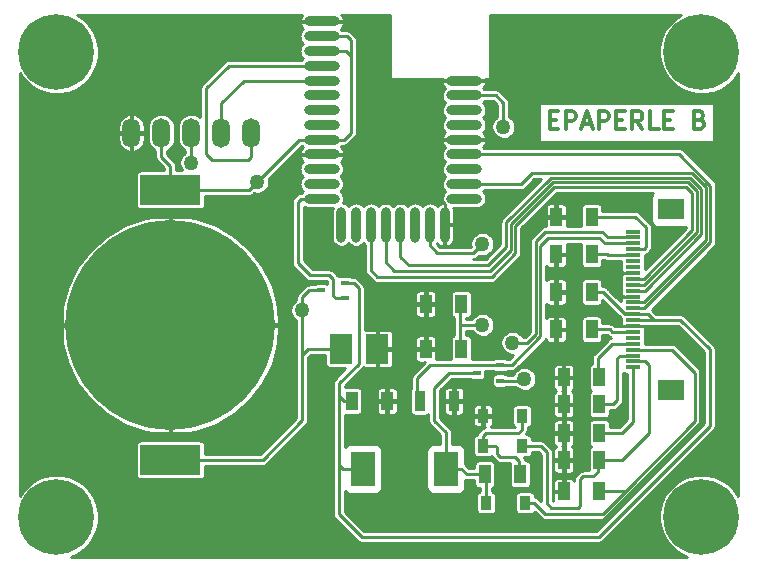
<source format=gtl>
G04 #@! TF.GenerationSoftware,KiCad,Pcbnew,(2017-12-02 revision 3109343b9)-master*
G04 #@! TF.CreationDate,2018-01-07T22:26:38+01:00*
G04 #@! TF.ProjectId,epaperle,6570617065726C652E6B696361645F70,rev?*
G04 #@! TF.SameCoordinates,Original*
G04 #@! TF.FileFunction,Copper,L1,Top,Signal*
G04 #@! TF.FilePolarity,Positive*
%FSLAX46Y46*%
G04 Gerber Fmt 4.6, Leading zero omitted, Abs format (unit mm)*
G04 Created by KiCad (PCBNEW (2017-12-02 revision 3109343b9)-master) date Sun Jan  7 22:26:38 2018*
%MOMM*%
%LPD*%
G01*
G04 APERTURE LIST*
%ADD10C,0.300000*%
%ADD11O,17.780000X17.780000*%
%ADD12R,5.080000X2.540000*%
%ADD13R,0.700000X0.450000*%
%ADD14O,1.498600X2.499360*%
%ADD15O,1.501140X2.499360*%
%ADD16R,0.900000X1.200000*%
%ADD17R,1.950000X2.500000*%
%ADD18O,2.999740X0.850900*%
%ADD19O,0.850900X2.999740*%
%ADD20R,1.299972X0.299974*%
%ADD21R,2.199640X1.799844*%
%ADD22R,2.000000X3.000000*%
%ADD23R,1.000000X1.600000*%
%ADD24C,6.400000*%
%ADD25R,0.900000X1.700000*%
%ADD26C,1.270000*%
%ADD27C,0.254000*%
G04 APERTURE END LIST*
D10*
X203050000Y-89554857D02*
X203550000Y-89554857D01*
X203764285Y-90340571D02*
X203050000Y-90340571D01*
X203050000Y-88840571D01*
X203764285Y-88840571D01*
X204407142Y-90340571D02*
X204407142Y-88840571D01*
X204978571Y-88840571D01*
X205121428Y-88912000D01*
X205192857Y-88983428D01*
X205264285Y-89126285D01*
X205264285Y-89340571D01*
X205192857Y-89483428D01*
X205121428Y-89554857D01*
X204978571Y-89626285D01*
X204407142Y-89626285D01*
X205835714Y-89912000D02*
X206550000Y-89912000D01*
X205692857Y-90340571D02*
X206192857Y-88840571D01*
X206692857Y-90340571D01*
X207192857Y-90340571D02*
X207192857Y-88840571D01*
X207764285Y-88840571D01*
X207907142Y-88912000D01*
X207978571Y-88983428D01*
X208050000Y-89126285D01*
X208050000Y-89340571D01*
X207978571Y-89483428D01*
X207907142Y-89554857D01*
X207764285Y-89626285D01*
X207192857Y-89626285D01*
X208692857Y-89554857D02*
X209192857Y-89554857D01*
X209407142Y-90340571D02*
X208692857Y-90340571D01*
X208692857Y-88840571D01*
X209407142Y-88840571D01*
X210907142Y-90340571D02*
X210407142Y-89626285D01*
X210050000Y-90340571D02*
X210050000Y-88840571D01*
X210621428Y-88840571D01*
X210764285Y-88912000D01*
X210835714Y-88983428D01*
X210907142Y-89126285D01*
X210907142Y-89340571D01*
X210835714Y-89483428D01*
X210764285Y-89554857D01*
X210621428Y-89626285D01*
X210050000Y-89626285D01*
X212264285Y-90340571D02*
X211550000Y-90340571D01*
X211550000Y-88840571D01*
X212764285Y-89554857D02*
X213264285Y-89554857D01*
X213478571Y-90340571D02*
X212764285Y-90340571D01*
X212764285Y-88840571D01*
X213478571Y-88840571D01*
X215764285Y-89554857D02*
X215978571Y-89626285D01*
X216050000Y-89697714D01*
X216121428Y-89840571D01*
X216121428Y-90054857D01*
X216050000Y-90197714D01*
X215978571Y-90269142D01*
X215835714Y-90340571D01*
X215264285Y-90340571D01*
X215264285Y-88840571D01*
X215764285Y-88840571D01*
X215907142Y-88912000D01*
X215978571Y-88983428D01*
X216050000Y-89126285D01*
X216050000Y-89269142D01*
X215978571Y-89412000D01*
X215907142Y-89483428D01*
X215764285Y-89554857D01*
X215264285Y-89554857D01*
D11*
X170942000Y-106934000D03*
D12*
X170942000Y-118364000D03*
X170942000Y-95504000D03*
D13*
X183683400Y-104013000D03*
X185683400Y-103363000D03*
X185683400Y-104663000D03*
D14*
X167642540Y-90678000D03*
D15*
X170180000Y-90678000D03*
X172720000Y-90678000D03*
X175260000Y-90678000D03*
X177800000Y-90678000D03*
D16*
X200966254Y-121996759D03*
X197666254Y-121996759D03*
X200712252Y-117170754D03*
X197412252Y-117170754D03*
X197412251Y-114630756D03*
X200712251Y-114630756D03*
D17*
X188469000Y-108966000D03*
X185419000Y-108966000D03*
D13*
X196866000Y-110998000D03*
X198866000Y-110348000D03*
X198866000Y-111648000D03*
D18*
X183754427Y-81240573D03*
X183754427Y-82490253D03*
X183754427Y-83742473D03*
X183754427Y-84992153D03*
X183754427Y-86241833D03*
X183754427Y-87491513D03*
X183754427Y-88741193D03*
X183754427Y-89990873D03*
X183754427Y-91240553D03*
X183754427Y-92490233D03*
X183754427Y-93742453D03*
X183754427Y-94992133D03*
X183754427Y-96241813D03*
D19*
X185405427Y-98441453D03*
X186655107Y-98441453D03*
X187904787Y-98441453D03*
X189154467Y-98441453D03*
X190404147Y-98441453D03*
X191653827Y-98441453D03*
X192903507Y-98441453D03*
X194153187Y-98441453D03*
D18*
X195804187Y-96241813D03*
X195804187Y-94992133D03*
X195804187Y-93742453D03*
X195804187Y-92490233D03*
X195804187Y-91240553D03*
X195804187Y-89990873D03*
X195804187Y-88741193D03*
X195804187Y-87491513D03*
X195804187Y-86241833D03*
D20*
X210110197Y-110525052D03*
X210110197Y-110024926D03*
X210110197Y-109524800D03*
X210110197Y-109024928D03*
X210110197Y-108524802D03*
X210110197Y-108024930D03*
X210110197Y-107524804D03*
X210110197Y-107024932D03*
X210110197Y-106524806D03*
X210110197Y-106024934D03*
X210110197Y-105524808D03*
X210110197Y-105024936D03*
X210110197Y-104525064D03*
X210110197Y-104025192D03*
X210110197Y-103525066D03*
X210110197Y-103025194D03*
X210110197Y-102525068D03*
X210110197Y-102025196D03*
X210110197Y-101525070D03*
X210110197Y-101025198D03*
X210110197Y-100525072D03*
X210110197Y-100025200D03*
X210110197Y-99525074D03*
X210110197Y-99024948D03*
D21*
X213360000Y-97125028D03*
X213360000Y-112424972D03*
D22*
X187254000Y-119126000D03*
X194254000Y-119126000D03*
D23*
X195556000Y-105156000D03*
X192556000Y-105156000D03*
X192556000Y-108966000D03*
X195556000Y-108966000D03*
X206605000Y-104140001D03*
X203605000Y-104140001D03*
X189290476Y-113377575D03*
X186290476Y-113377575D03*
X200562250Y-119583758D03*
X197562250Y-119583758D03*
X207240000Y-118364000D03*
X204240000Y-118364000D03*
X206605000Y-97790001D03*
X203605000Y-97790001D03*
X206605000Y-100965001D03*
X203605000Y-100965001D03*
X203605000Y-107315001D03*
X206605000Y-107315001D03*
X204240000Y-111379000D03*
X207240000Y-111379000D03*
X204240000Y-113665000D03*
X207240000Y-113665000D03*
X204240000Y-116078000D03*
X207240000Y-116078000D03*
X207240000Y-121031000D03*
X204240000Y-121031000D03*
D24*
X215900000Y-123190000D03*
X161290000Y-83820000D03*
X161290000Y-123190000D03*
X215900000Y-83820000D03*
D25*
X192055476Y-113377567D03*
X194955476Y-113377567D03*
D26*
X193065400Y-122580400D03*
X180594000Y-113715800D03*
X182118000Y-105689400D03*
X178308000Y-94792801D03*
X197358000Y-106934000D03*
X197358000Y-100076000D03*
X172720000Y-93218000D03*
X199136000Y-90170000D03*
X200914000Y-111506000D03*
X199898000Y-108458000D03*
D27*
X194589400Y-124180600D02*
X191262000Y-124180600D01*
X206837630Y-124180600D02*
X194589400Y-124180600D01*
X193065400Y-122580400D02*
X194589400Y-124104400D01*
X194589400Y-124104400D02*
X194589400Y-124180600D01*
X190500000Y-123418600D02*
X190500000Y-115845799D01*
X215773011Y-115245219D02*
X206837630Y-124180600D01*
X191262000Y-124180600D02*
X190500000Y-123418600D01*
X210110197Y-107024932D02*
X212434932Y-107024932D01*
X215773011Y-110363011D02*
X215773011Y-115245219D01*
X212434932Y-107024932D02*
X215773011Y-110363011D01*
X190500000Y-115845799D02*
X189187476Y-114533275D01*
X189187476Y-114533275D02*
X189187476Y-112056524D01*
X189187476Y-112056524D02*
X191262000Y-109982000D01*
X191262000Y-109982000D02*
X191262000Y-108966000D01*
X180822600Y-113487200D02*
X180594000Y-113715800D01*
X180822600Y-106324400D02*
X180822600Y-113487200D01*
X180213000Y-106934000D02*
X180822600Y-106324400D01*
X170942000Y-106934000D02*
X180213000Y-106934000D01*
X180822600Y-106324400D02*
X180822600Y-93497400D01*
X180822600Y-93497400D02*
X181829767Y-92490233D01*
X181829767Y-92490233D02*
X183754427Y-92490233D01*
X192659000Y-105156000D02*
X192659000Y-104000300D01*
X201071724Y-98902276D02*
X202183999Y-97790001D01*
X192659000Y-104000300D02*
X193027300Y-103632000D01*
X193027300Y-103632000D02*
X198628000Y-103632000D01*
X198628000Y-103632000D02*
X201071724Y-101188276D01*
X201071724Y-101188276D02*
X201071724Y-98902276D01*
X202183999Y-97790001D02*
X203708000Y-97790001D01*
X167642540Y-90678000D02*
X167642540Y-88621781D01*
X167642540Y-88621781D02*
X171793549Y-84470772D01*
X171793549Y-84470772D02*
X178165228Y-84470772D01*
X178165228Y-84470772D02*
X181395427Y-81240573D01*
X181395427Y-81240573D02*
X183754427Y-81240573D01*
X192659000Y-105156000D02*
X192659000Y-108966000D01*
X189069980Y-108966000D02*
X191262000Y-108966000D01*
X191262000Y-108966000D02*
X192659000Y-108966000D01*
X203708000Y-105664000D02*
X203708000Y-104140001D01*
X203708000Y-105664000D02*
X203708000Y-107315001D01*
X209132932Y-107024932D02*
X207772000Y-105664000D01*
X207772000Y-105664000D02*
X203708000Y-105664000D01*
X210110197Y-107024932D02*
X209132932Y-107024932D01*
X203708000Y-102984301D02*
X203708000Y-100965001D01*
X208665064Y-104525064D02*
X210110197Y-104525064D01*
X208092211Y-103952211D02*
X208665064Y-104525064D01*
X208092211Y-102525068D02*
X210110197Y-102525068D01*
X204167233Y-102525068D02*
X208092211Y-102525068D01*
X208092211Y-102525068D02*
X208092211Y-103952211D01*
X203708000Y-102984301D02*
X204167233Y-102525068D01*
X203708000Y-104140001D02*
X203708000Y-102984301D01*
X203835000Y-97663001D02*
X203708000Y-97790001D01*
X197411251Y-113738749D02*
X198120000Y-113030000D01*
X197411251Y-114656156D02*
X197411251Y-113738749D01*
X198120000Y-113030000D02*
X198258063Y-113030000D01*
X196172476Y-113377567D02*
X196520043Y-113030000D01*
X195156476Y-113377567D02*
X196172476Y-113377567D01*
X196520043Y-113030000D02*
X198258063Y-113030000D01*
X204343000Y-121031000D02*
X204343000Y-118364000D01*
X204343000Y-118364000D02*
X204343000Y-116078000D01*
X204343000Y-116078000D02*
X204343000Y-113665000D01*
X204343000Y-113665000D02*
X204343000Y-111379000D01*
X203708000Y-108839000D02*
X202311000Y-110236000D01*
X202311000Y-110236000D02*
X202311000Y-112268000D01*
X202311000Y-112268000D02*
X201549000Y-113030000D01*
X201549000Y-113030000D02*
X198258063Y-113030000D01*
X203708000Y-107315001D02*
X203708000Y-108839000D01*
X202311000Y-112268000D02*
X203200000Y-111379000D01*
X203200000Y-111379000D02*
X204343000Y-111379000D01*
X194153187Y-98441453D02*
X194153187Y-96686313D01*
X194153187Y-96686313D02*
X192446307Y-94979433D01*
X188636307Y-82660433D02*
X188636307Y-89137433D01*
X183754427Y-81240573D02*
X187216447Y-81240573D01*
X187216447Y-81240573D02*
X188636307Y-82660433D01*
X192446307Y-94979433D02*
X192446307Y-91296433D01*
X192446307Y-91296433D02*
X192446307Y-91240553D01*
X192446307Y-91240553D02*
X195804187Y-91240553D01*
X190795307Y-91296433D02*
X192446307Y-91296433D01*
X188636307Y-89137433D02*
X190795307Y-91296433D01*
X192446307Y-91240553D02*
X192446307Y-86978433D01*
X193182907Y-86241833D02*
X195804187Y-86241833D01*
X192446307Y-86978433D02*
X193182907Y-86241833D01*
X189601507Y-92490233D02*
X190795307Y-91296433D01*
X183754427Y-92490233D02*
X189601507Y-92490233D01*
X209575400Y-120904000D02*
X215392000Y-115087400D01*
X207543400Y-122936000D02*
X209575400Y-120904000D01*
X207240000Y-121031000D02*
X209448400Y-121031000D01*
X209448400Y-121031000D02*
X209575400Y-120904000D01*
X215392000Y-110998000D02*
X213418928Y-109024928D01*
X201727359Y-121971359D02*
X202692000Y-122936000D01*
X211014183Y-109024928D02*
X210110197Y-109024928D01*
X200967254Y-121971359D02*
X201727359Y-121971359D01*
X213418928Y-109024928D02*
X211014183Y-109024928D01*
X202692000Y-122936000D02*
X207543400Y-122936000D01*
X215392000Y-115087400D02*
X215392000Y-110998000D01*
X182676800Y-104013000D02*
X182118000Y-104571800D01*
X183683400Y-104013000D02*
X182676800Y-104013000D01*
X182118000Y-104571800D02*
X182118000Y-105689400D01*
X182118000Y-106587425D02*
X182118000Y-105689400D01*
X182118000Y-109601000D02*
X182118000Y-106587425D01*
X182118000Y-114985800D02*
X182118000Y-109601000D01*
X170942000Y-118364000D02*
X178739800Y-118364000D01*
X178739800Y-118364000D02*
X182118000Y-114985800D01*
X183754427Y-91240553D02*
X181860248Y-91240553D01*
X177596801Y-95504000D02*
X178308000Y-94792801D01*
X181860248Y-91240553D02*
X179577999Y-93522802D01*
X170942000Y-95504000D02*
X177596801Y-95504000D01*
X179577999Y-93522802D02*
X178308000Y-94792801D01*
X182118000Y-109601000D02*
X182118000Y-109474000D01*
X186223307Y-82845307D02*
X185868253Y-82490253D01*
X185868253Y-82490253D02*
X183754427Y-82490253D01*
X186223307Y-84184433D02*
X186223307Y-82845307D01*
X195453000Y-105156000D02*
X195453000Y-106934000D01*
X195453000Y-106934000D02*
X195453000Y-108966000D01*
X197358000Y-106934000D02*
X195453000Y-106934000D01*
X193546184Y-100838000D02*
X196596000Y-100838000D01*
X196596000Y-100838000D02*
X197358000Y-100076000D01*
X192903507Y-98441453D02*
X192903507Y-100195323D01*
X192903507Y-100195323D02*
X193546184Y-100838000D01*
X170180000Y-92710000D02*
X170942000Y-93472000D01*
X170942000Y-93472000D02*
X170942000Y-95504000D01*
X170180000Y-90678000D02*
X170180000Y-92710000D01*
X182118000Y-109474000D02*
X182626000Y-108966000D01*
X182626000Y-108966000D02*
X184818020Y-108966000D01*
X184404000Y-102743000D02*
X184708800Y-103047800D01*
X184708800Y-103047800D02*
X184708800Y-104444800D01*
X182778400Y-102743000D02*
X184404000Y-102743000D01*
X181711600Y-96530770D02*
X181711600Y-101676200D01*
X181711600Y-101676200D02*
X182778400Y-102743000D01*
X183754427Y-96241813D02*
X182000557Y-96241813D01*
X184708800Y-104444800D02*
X184927000Y-104663000D01*
X184927000Y-104663000D02*
X185683400Y-104663000D01*
X182000557Y-96241813D02*
X181711600Y-96530770D01*
X216585800Y-108991400D02*
X214119206Y-106524806D01*
X207187800Y-124866400D02*
X216585800Y-115468400D01*
X185216800Y-118821200D02*
X185216800Y-122961400D01*
X185216800Y-122961400D02*
X187121800Y-124866400D01*
X216585800Y-115468400D02*
X216585800Y-108991400D01*
X187121800Y-124866400D02*
X207187800Y-124866400D01*
X214119206Y-106524806D02*
X211859120Y-106524806D01*
X186446400Y-103363000D02*
X186867800Y-103784400D01*
X185683400Y-103363000D02*
X186446400Y-103363000D01*
X186867800Y-103784400D02*
X186867800Y-110199402D01*
X186867800Y-110199402D02*
X185216800Y-111850402D01*
X185216800Y-111850402D02*
X185216800Y-112979200D01*
X211859120Y-106524806D02*
X210110197Y-106524806D01*
X210110197Y-106024934D02*
X211359248Y-106024934D01*
X211359248Y-106024934D02*
X211859120Y-106524806D01*
X206502000Y-104140001D02*
X207556100Y-104140001D01*
X207556100Y-104140001D02*
X209441033Y-106024934D01*
X209441033Y-106024934D02*
X210110197Y-106024934D01*
X185644187Y-91240553D02*
X183754427Y-91240553D01*
X186223307Y-90661433D02*
X185644187Y-91240553D01*
X186223307Y-84184433D02*
X186223307Y-90661433D01*
X183754427Y-83742473D02*
X185781347Y-83742473D01*
X185781347Y-83742473D02*
X186223307Y-84184433D01*
X183754427Y-91240553D02*
X182680007Y-91240553D01*
X198476154Y-117196154D02*
X197411252Y-117196154D01*
X198627999Y-117347999D02*
X198476154Y-117196154D01*
X198627999Y-117855999D02*
X198627999Y-117347999D01*
X198881999Y-118109999D02*
X198627999Y-117855999D01*
X200151999Y-118109999D02*
X198881999Y-118109999D01*
X200459250Y-118417250D02*
X200151999Y-118109999D01*
X200459250Y-119583758D02*
X200459250Y-118417250D01*
X200687851Y-115796147D02*
X200687851Y-114656156D01*
X200405999Y-116077999D02*
X200687851Y-115796147D01*
X197640407Y-116077999D02*
X200405999Y-116077999D01*
X197411252Y-117196154D02*
X197411252Y-116307154D01*
X197411252Y-116307154D02*
X197640407Y-116077999D01*
X194254000Y-119126000D02*
X194254000Y-116022000D01*
X193294000Y-112268000D02*
X194564000Y-110998000D01*
X194254000Y-116022000D02*
X193294000Y-115062000D01*
X194564000Y-110998000D02*
X196850000Y-110998000D01*
X193294000Y-115062000D02*
X193294000Y-112268000D01*
X197690654Y-119609162D02*
X197665250Y-119583758D01*
X197665250Y-121945955D02*
X197690654Y-121971359D01*
X197690654Y-119609162D02*
X197665250Y-119583758D01*
X197690654Y-121971359D02*
X197690654Y-119609162D01*
X196037758Y-119583758D02*
X197665250Y-119583758D01*
X195580000Y-119126000D02*
X196037758Y-119583758D01*
X194254000Y-119126000D02*
X195580000Y-119126000D01*
X202286154Y-117196154D02*
X202819000Y-117729000D01*
X202819000Y-117729000D02*
X202819000Y-122047000D01*
X202819000Y-122047000D02*
X203200000Y-122428000D01*
X203200000Y-122428000D02*
X205486000Y-122428000D01*
X205486000Y-122428000D02*
X205613000Y-122301000D01*
X205613000Y-122301000D02*
X205613000Y-120015000D01*
X205613000Y-120015000D02*
X205867000Y-119761000D01*
X205867000Y-119761000D02*
X206756000Y-119761000D01*
X206756000Y-119761000D02*
X207137000Y-119380000D01*
X207137000Y-119380000D02*
X207137000Y-118364000D01*
X200687852Y-117196154D02*
X202286154Y-117196154D01*
X209169000Y-118364000D02*
X211455000Y-116078000D01*
X211455000Y-116078000D02*
X211455000Y-110363000D01*
X211455000Y-110363000D02*
X211116926Y-110024926D01*
X211116926Y-110024926D02*
X210110197Y-110024926D01*
X207137000Y-118364000D02*
X209169000Y-118364000D01*
X210312001Y-97790001D02*
X211201000Y-98679000D01*
X211201000Y-98679000D02*
X211201000Y-100330000D01*
X211201000Y-100330000D02*
X211005928Y-100525072D01*
X211005928Y-100525072D02*
X210110197Y-100525072D01*
X206502000Y-97790001D02*
X210312001Y-97790001D01*
X207959198Y-101025198D02*
X210110197Y-101025198D01*
X207899001Y-100965001D02*
X207959198Y-101025198D01*
X206502000Y-100965001D02*
X207899001Y-100965001D01*
X208362804Y-107524804D02*
X210110197Y-107524804D01*
X208153001Y-107315001D02*
X208362804Y-107524804D01*
X206502000Y-107315001D02*
X208153001Y-107315001D01*
X207137000Y-109728000D02*
X208340198Y-108524802D01*
X208340198Y-108524802D02*
X210110197Y-108524802D01*
X207137000Y-111379000D02*
X207137000Y-109728000D01*
X208407000Y-113665000D02*
X208788000Y-113284000D01*
X208788000Y-113284000D02*
X208788000Y-109728000D01*
X208788000Y-109728000D02*
X208991200Y-109524800D01*
X208991200Y-109524800D02*
X210110197Y-109524800D01*
X207137000Y-113665000D02*
X208407000Y-113665000D01*
X209169000Y-116078000D02*
X210110197Y-115136803D01*
X210110197Y-115136803D02*
X210110197Y-110525052D01*
X207137000Y-116078000D02*
X209169000Y-116078000D01*
X183754427Y-84992153D02*
X175865847Y-84992153D01*
X175865847Y-84992153D02*
X173990000Y-86868000D01*
X173990000Y-86868000D02*
X173990000Y-92456000D01*
X173990000Y-92456000D02*
X174498000Y-92964000D01*
X174498000Y-92964000D02*
X177546000Y-92964000D01*
X177800000Y-92710000D02*
X177800000Y-90678000D01*
X177546000Y-92964000D02*
X177800000Y-92710000D01*
X183656580Y-85090000D02*
X183754427Y-84992153D01*
X177800000Y-90678000D02*
X177800000Y-90178890D01*
X183754427Y-84992153D02*
X182680007Y-84992153D01*
X177156167Y-86241833D02*
X183754427Y-86241833D01*
X175260000Y-88138000D02*
X177156167Y-86241833D01*
X175260000Y-90678000D02*
X175260000Y-88138000D01*
X183754427Y-86241833D02*
X182680007Y-86241833D01*
X210110197Y-103025194D02*
X211014183Y-103025194D01*
X211014183Y-103025194D02*
X215138000Y-98901377D01*
X215138000Y-98901377D02*
X215138000Y-95760284D01*
X198125870Y-102870000D02*
X188468000Y-102870000D01*
X215138000Y-95760284D02*
X214627716Y-95250000D01*
X214627716Y-95250000D02*
X203454000Y-95250000D01*
X200152000Y-98552000D02*
X200152000Y-100843870D01*
X203454000Y-95250000D02*
X200152000Y-98552000D01*
X188468000Y-102870000D02*
X187904787Y-102306787D01*
X187904787Y-102306787D02*
X187904787Y-98441453D01*
X200152000Y-100843870D02*
X198125870Y-102870000D01*
X210110197Y-103525066D02*
X211053139Y-103525066D01*
X211053139Y-103525066D02*
X215519011Y-99059196D01*
X214785535Y-94868989D02*
X203296181Y-94868989D01*
X215519011Y-99059196D02*
X215519011Y-95602465D01*
X189904260Y-102362000D02*
X189154467Y-101612207D01*
X215519011Y-95602465D02*
X214785535Y-94868989D01*
X203296181Y-94868989D02*
X199770989Y-98394181D01*
X199770989Y-98394181D02*
X199770989Y-100553784D01*
X199770989Y-100553784D02*
X197962773Y-102362000D01*
X189154467Y-101612207D02*
X189154467Y-98441453D01*
X197962773Y-102362000D02*
X189904260Y-102362000D01*
X210110197Y-104025192D02*
X211091842Y-104025192D01*
X211091842Y-104025192D02*
X215900020Y-99217014D01*
X215900020Y-99217014D02*
X215900020Y-95444646D01*
X215900020Y-95444646D02*
X214943354Y-94487980D01*
X199389980Y-100330020D02*
X197866000Y-101854000D01*
X214943354Y-94487980D02*
X203138362Y-94487980D01*
X203138362Y-94487980D02*
X199389980Y-98236362D01*
X199389980Y-98236362D02*
X199389980Y-100330020D01*
X190404147Y-101145565D02*
X190404147Y-98441453D01*
X197866000Y-101854000D02*
X191112582Y-101854000D01*
X191112582Y-101854000D02*
X190404147Y-101145565D01*
X200660000Y-94996000D02*
X200656133Y-94992133D01*
X200656133Y-94992133D02*
X195804187Y-94992133D01*
X201549030Y-94106970D02*
X200660000Y-94996000D01*
X210110197Y-105024936D02*
X211014183Y-105024936D01*
X211014183Y-105024936D02*
X216281030Y-99758089D01*
X216281030Y-99758089D02*
X216281030Y-95286827D01*
X216281030Y-95286827D02*
X215101173Y-94106970D01*
X215101173Y-94106970D02*
X201549030Y-94106970D01*
X195804187Y-94992133D02*
X196878607Y-94992133D01*
X210110197Y-105524808D02*
X211053140Y-105524808D01*
X214023265Y-92490233D02*
X195804187Y-92490233D01*
X211053140Y-105524808D02*
X216662040Y-99915908D01*
X216662040Y-99915908D02*
X216662040Y-95129008D01*
X216662040Y-95129008D02*
X214023265Y-92490233D01*
X195804187Y-92490233D02*
X196878607Y-92490233D01*
X172720000Y-90678000D02*
X172720000Y-93218000D01*
X199136000Y-90170000D02*
X199136000Y-88138000D01*
X198489513Y-87491513D02*
X195804187Y-87491513D01*
X199136000Y-88138000D02*
X198489513Y-87491513D01*
X198882000Y-111658400D02*
X200761600Y-111658400D01*
X200761600Y-111658400D02*
X200914000Y-111506000D01*
X201168000Y-108458000D02*
X199898000Y-108458000D01*
X201888626Y-107737374D02*
X201168000Y-108458000D01*
X201888626Y-107737374D02*
X201888626Y-99863374D01*
X201888626Y-99863374D02*
X202692000Y-99060000D01*
X202692000Y-99060000D02*
X207518000Y-99060000D01*
X207518000Y-99060000D02*
X207983074Y-99525074D01*
X207983074Y-99525074D02*
X210110197Y-99525074D01*
X198882000Y-110337600D02*
X199827228Y-110337600D01*
X199827228Y-110337600D02*
X202269637Y-107895193D01*
X202269637Y-100244362D02*
X202945999Y-99568000D01*
X202269637Y-107895193D02*
X202269637Y-100244362D01*
X207721200Y-100025200D02*
X210110197Y-100025200D01*
X202945999Y-99568000D02*
X207264000Y-99568000D01*
X207264000Y-99568000D02*
X207721200Y-100025200D01*
X191854476Y-111421524D02*
X192938400Y-110337600D01*
X192938400Y-110337600D02*
X198882000Y-110337600D01*
X191854476Y-113377567D02*
X191854476Y-111421524D01*
X185216800Y-118821200D02*
X185521600Y-119126000D01*
X185521600Y-119126000D02*
X187254000Y-119126000D01*
X185216800Y-112979200D02*
X185216800Y-118821200D01*
X185216800Y-112979200D02*
X185615175Y-113377575D01*
X185615175Y-113377575D02*
X186012466Y-113377575D01*
G36*
X182064860Y-80715228D02*
X181974190Y-80845332D01*
X181910644Y-80990625D01*
X181895892Y-81052090D01*
X181971647Y-81177073D01*
X183690927Y-81177073D01*
X183690927Y-81157073D01*
X183817927Y-81157073D01*
X183817927Y-81177073D01*
X185537207Y-81177073D01*
X185612962Y-81052090D01*
X185598210Y-80990625D01*
X185534664Y-80845332D01*
X185443994Y-80715228D01*
X185422957Y-80695000D01*
X189509400Y-80695000D01*
X189509400Y-86004400D01*
X189519067Y-86053001D01*
X189546597Y-86094203D01*
X189587799Y-86121733D01*
X189636400Y-86131400D01*
X193992960Y-86131400D01*
X194021407Y-86178333D01*
X195740687Y-86178333D01*
X195740687Y-86158333D01*
X195867687Y-86158333D01*
X195867687Y-86178333D01*
X197586967Y-86178333D01*
X197615414Y-86131400D01*
X197891400Y-86131400D01*
X197940001Y-86121733D01*
X197981203Y-86094203D01*
X198008733Y-86053001D01*
X198018400Y-86004400D01*
X198018400Y-80695000D01*
X214135336Y-80695000D01*
X213645275Y-81015687D01*
X213143522Y-81507040D01*
X212746762Y-82086493D01*
X212470108Y-82731974D01*
X212324098Y-83418898D01*
X212314293Y-84121100D01*
X212441066Y-84811833D01*
X212699589Y-85464788D01*
X213080015Y-86055093D01*
X213567853Y-86560264D01*
X214144521Y-86961059D01*
X214788056Y-87242212D01*
X215473944Y-87393015D01*
X216176060Y-87407722D01*
X216867661Y-87285774D01*
X217522405Y-87031816D01*
X218115351Y-86655520D01*
X218623916Y-86171221D01*
X219025000Y-85602647D01*
X219025000Y-121422220D01*
X218688504Y-120915752D01*
X218193660Y-120417441D01*
X217611451Y-120024737D01*
X216964054Y-119752596D01*
X216276128Y-119611385D01*
X215573874Y-119606482D01*
X214884043Y-119738075D01*
X214232909Y-120001150D01*
X213645275Y-120385687D01*
X213143522Y-120877040D01*
X212746762Y-121456493D01*
X212470108Y-122101974D01*
X212324098Y-122788898D01*
X212314293Y-123491100D01*
X212441066Y-124181833D01*
X212699589Y-124834788D01*
X213080015Y-125425093D01*
X213567853Y-125930264D01*
X214144521Y-126331059D01*
X214689147Y-126569000D01*
X162481378Y-126569000D01*
X162912405Y-126401816D01*
X163505351Y-126025520D01*
X164013916Y-125541221D01*
X164418727Y-124967364D01*
X164704366Y-124325808D01*
X164859953Y-123640990D01*
X164871154Y-122838865D01*
X164734749Y-122149969D01*
X164467134Y-121500688D01*
X164078504Y-120915752D01*
X163583660Y-120417441D01*
X163001451Y-120024737D01*
X162354054Y-119752596D01*
X161666128Y-119611385D01*
X160963874Y-119606482D01*
X160274043Y-119738075D01*
X159622909Y-120001150D01*
X159035275Y-120385687D01*
X158533522Y-120877040D01*
X158165000Y-121415252D01*
X158165000Y-117094000D01*
X168019157Y-117094000D01*
X168019157Y-119634000D01*
X168026513Y-119708689D01*
X168048299Y-119780508D01*
X168083678Y-119846696D01*
X168131289Y-119904711D01*
X168189304Y-119952322D01*
X168255492Y-119987701D01*
X168327311Y-120009487D01*
X168402000Y-120016843D01*
X173482000Y-120016843D01*
X173556689Y-120009487D01*
X173628508Y-119987701D01*
X173694696Y-119952322D01*
X173752711Y-119904711D01*
X173800322Y-119846696D01*
X173835701Y-119780508D01*
X173857487Y-119708689D01*
X173864843Y-119634000D01*
X173864843Y-118872000D01*
X178739800Y-118872000D01*
X178786504Y-118867421D01*
X178833248Y-118863331D01*
X178835814Y-118862586D01*
X178838471Y-118862325D01*
X178883356Y-118848773D01*
X178928455Y-118835671D01*
X178930829Y-118834440D01*
X178933384Y-118833669D01*
X178974777Y-118811660D01*
X179016477Y-118790045D01*
X179018566Y-118788377D01*
X179020923Y-118787124D01*
X179057309Y-118757448D01*
X179093959Y-118728190D01*
X179097674Y-118724527D01*
X179097754Y-118724462D01*
X179097815Y-118724388D01*
X179099010Y-118723210D01*
X182477210Y-115345010D01*
X182506976Y-115308772D01*
X182537158Y-115272803D01*
X182538446Y-115270461D01*
X182540140Y-115268398D01*
X182562310Y-115227051D01*
X182584921Y-115185922D01*
X182585728Y-115183377D01*
X182586991Y-115181022D01*
X182600716Y-115136130D01*
X182614899Y-115091419D01*
X182615197Y-115088766D01*
X182615978Y-115086210D01*
X182620724Y-115039482D01*
X182625950Y-114992893D01*
X182625987Y-114987675D01*
X182625997Y-114987574D01*
X182625988Y-114987480D01*
X182626000Y-114985800D01*
X182626000Y-109684420D01*
X182836421Y-109474000D01*
X184061157Y-109474000D01*
X184061157Y-110216000D01*
X184068513Y-110290689D01*
X184090299Y-110362508D01*
X184125678Y-110428696D01*
X184173289Y-110486711D01*
X184231304Y-110534322D01*
X184297492Y-110569701D01*
X184369311Y-110591487D01*
X184444000Y-110598843D01*
X185749938Y-110598843D01*
X184857590Y-111491192D01*
X184827824Y-111527430D01*
X184797642Y-111563399D01*
X184796354Y-111565741D01*
X184794660Y-111567804D01*
X184772490Y-111609151D01*
X184749879Y-111650280D01*
X184749072Y-111652825D01*
X184747809Y-111655180D01*
X184734084Y-111700072D01*
X184719901Y-111744783D01*
X184719603Y-111747436D01*
X184718822Y-111749992D01*
X184714076Y-111796715D01*
X184708850Y-111843309D01*
X184708813Y-111848529D01*
X184708803Y-111848629D01*
X184708812Y-111848723D01*
X184708800Y-111850402D01*
X184708800Y-122961400D01*
X184713379Y-123008104D01*
X184717469Y-123054848D01*
X184718214Y-123057414D01*
X184718475Y-123060071D01*
X184732027Y-123104956D01*
X184745129Y-123150055D01*
X184746360Y-123152429D01*
X184747131Y-123154984D01*
X184769140Y-123196377D01*
X184790755Y-123238077D01*
X184792423Y-123240166D01*
X184793676Y-123242523D01*
X184823352Y-123278909D01*
X184852610Y-123315559D01*
X184856273Y-123319274D01*
X184856338Y-123319354D01*
X184856412Y-123319415D01*
X184857590Y-123320610D01*
X186762590Y-125225610D01*
X186798828Y-125255376D01*
X186834797Y-125285558D01*
X186837139Y-125286846D01*
X186839202Y-125288540D01*
X186880531Y-125310700D01*
X186921678Y-125333321D01*
X186924226Y-125334129D01*
X186926579Y-125335391D01*
X186971456Y-125349111D01*
X187016181Y-125363299D01*
X187018834Y-125363597D01*
X187021390Y-125364378D01*
X187068113Y-125369124D01*
X187114707Y-125374350D01*
X187119927Y-125374387D01*
X187120027Y-125374397D01*
X187120121Y-125374388D01*
X187121800Y-125374400D01*
X207187800Y-125374400D01*
X207234504Y-125369821D01*
X207281248Y-125365731D01*
X207283814Y-125364986D01*
X207286471Y-125364725D01*
X207331356Y-125351173D01*
X207376455Y-125338071D01*
X207378829Y-125336840D01*
X207381384Y-125336069D01*
X207422777Y-125314060D01*
X207464477Y-125292445D01*
X207466566Y-125290777D01*
X207468923Y-125289524D01*
X207505309Y-125259848D01*
X207541959Y-125230590D01*
X207545674Y-125226927D01*
X207545754Y-125226862D01*
X207545815Y-125226788D01*
X207547010Y-125225610D01*
X216945010Y-115827610D01*
X216974776Y-115791372D01*
X217004958Y-115755403D01*
X217006246Y-115753061D01*
X217007940Y-115750998D01*
X217030110Y-115709651D01*
X217052721Y-115668522D01*
X217053528Y-115665977D01*
X217054791Y-115663622D01*
X217068516Y-115618730D01*
X217082699Y-115574019D01*
X217082997Y-115571366D01*
X217083778Y-115568810D01*
X217088524Y-115522087D01*
X217093750Y-115475493D01*
X217093787Y-115470273D01*
X217093797Y-115470173D01*
X217093788Y-115470079D01*
X217093800Y-115468400D01*
X217093800Y-108991400D01*
X217089220Y-108944692D01*
X217085131Y-108897953D01*
X217084386Y-108895388D01*
X217084125Y-108892729D01*
X217070570Y-108847832D01*
X217057471Y-108802745D01*
X217056240Y-108800371D01*
X217055469Y-108797816D01*
X217033460Y-108756423D01*
X217011845Y-108714723D01*
X217010177Y-108712634D01*
X217008924Y-108710277D01*
X216979273Y-108673922D01*
X216949991Y-108637241D01*
X216946326Y-108633525D01*
X216946262Y-108633446D01*
X216946189Y-108633386D01*
X216945010Y-108632190D01*
X214478416Y-106165596D01*
X214442178Y-106135830D01*
X214406209Y-106105648D01*
X214403867Y-106104360D01*
X214401804Y-106102666D01*
X214360457Y-106080496D01*
X214319328Y-106057885D01*
X214316783Y-106057078D01*
X214314428Y-106055815D01*
X214269536Y-106042090D01*
X214224825Y-106027907D01*
X214222172Y-106027609D01*
X214219616Y-106026828D01*
X214172893Y-106022082D01*
X214126299Y-106016856D01*
X214121079Y-106016819D01*
X214120979Y-106016809D01*
X214120885Y-106016818D01*
X214119206Y-106016806D01*
X212069540Y-106016806D01*
X211718458Y-105665724D01*
X211682220Y-105635958D01*
X211670361Y-105626007D01*
X217021250Y-100275119D01*
X217051037Y-100238856D01*
X217081198Y-100202911D01*
X217082486Y-100200569D01*
X217084180Y-100198506D01*
X217106331Y-100157194D01*
X217128961Y-100116030D01*
X217129770Y-100113480D01*
X217131030Y-100111130D01*
X217144741Y-100066284D01*
X217158939Y-100021527D01*
X217159237Y-100018874D01*
X217160018Y-100016318D01*
X217164764Y-99969590D01*
X217169990Y-99923001D01*
X217170027Y-99917783D01*
X217170037Y-99917682D01*
X217170028Y-99917588D01*
X217170040Y-99915908D01*
X217170040Y-95129008D01*
X217165461Y-95082308D01*
X217161371Y-95035560D01*
X217160626Y-95032994D01*
X217160365Y-95030337D01*
X217146803Y-94985419D01*
X217133710Y-94940352D01*
X217132481Y-94937981D01*
X217131709Y-94935424D01*
X217109670Y-94893974D01*
X217088084Y-94852331D01*
X217086419Y-94850245D01*
X217085164Y-94847885D01*
X217055486Y-94811496D01*
X217026230Y-94774848D01*
X217022563Y-94771128D01*
X217022502Y-94771054D01*
X217022433Y-94770997D01*
X217021250Y-94769797D01*
X214382475Y-92131023D01*
X214346237Y-92101257D01*
X214310268Y-92071075D01*
X214307926Y-92069787D01*
X214305863Y-92068093D01*
X214264516Y-92045923D01*
X214223387Y-92023312D01*
X214220842Y-92022505D01*
X214218487Y-92021242D01*
X214173595Y-92007517D01*
X214128884Y-91993334D01*
X214126231Y-91993036D01*
X214123675Y-91992255D01*
X214076952Y-91987509D01*
X214030358Y-91982283D01*
X214025138Y-91982246D01*
X214025038Y-91982236D01*
X214024944Y-91982245D01*
X214023265Y-91982233D01*
X197509115Y-91982233D01*
X197463894Y-91925989D01*
X197390932Y-91864767D01*
X197493754Y-91765898D01*
X197584424Y-91635794D01*
X197647970Y-91490501D01*
X197662722Y-91429036D01*
X197586967Y-91304053D01*
X195867687Y-91304053D01*
X195867687Y-91324053D01*
X195740687Y-91324053D01*
X195740687Y-91304053D01*
X194021407Y-91304053D01*
X193945652Y-91429036D01*
X193960404Y-91490501D01*
X194023950Y-91635794D01*
X194114620Y-91765898D01*
X194217553Y-91864874D01*
X194152414Y-91918000D01*
X194052089Y-92039272D01*
X193977229Y-92177721D01*
X193930688Y-92328074D01*
X193914236Y-92484603D01*
X193928500Y-92641347D01*
X193972939Y-92792334D01*
X194045857Y-92931815D01*
X194144480Y-93054477D01*
X194218339Y-93116452D01*
X194152414Y-93170220D01*
X194052089Y-93291492D01*
X193977229Y-93429941D01*
X193930688Y-93580294D01*
X193914236Y-93736823D01*
X193928500Y-93893567D01*
X193972939Y-94044554D01*
X194045857Y-94184035D01*
X194144480Y-94306697D01*
X194216804Y-94367384D01*
X194152414Y-94419900D01*
X194052089Y-94541172D01*
X193977229Y-94679621D01*
X193930688Y-94829974D01*
X193914236Y-94986503D01*
X193928500Y-95143247D01*
X193972939Y-95294234D01*
X194045857Y-95433715D01*
X194144480Y-95556377D01*
X194216804Y-95617064D01*
X194152414Y-95669580D01*
X194052089Y-95790852D01*
X193977229Y-95929301D01*
X193930688Y-96079654D01*
X193914236Y-96236183D01*
X193928500Y-96392927D01*
X193972939Y-96543914D01*
X194006607Y-96608317D01*
X193964704Y-96582918D01*
X193903239Y-96597670D01*
X193757946Y-96661216D01*
X193627842Y-96751886D01*
X193528866Y-96854819D01*
X193475740Y-96789680D01*
X193354468Y-96689355D01*
X193216019Y-96614495D01*
X193065666Y-96567954D01*
X192909137Y-96551502D01*
X192752393Y-96565766D01*
X192601406Y-96610205D01*
X192461925Y-96683123D01*
X192339263Y-96781746D01*
X192278576Y-96854070D01*
X192226060Y-96789680D01*
X192104788Y-96689355D01*
X191966339Y-96614495D01*
X191815986Y-96567954D01*
X191659457Y-96551502D01*
X191502713Y-96565766D01*
X191351726Y-96610205D01*
X191212245Y-96683123D01*
X191089583Y-96781746D01*
X191028896Y-96854070D01*
X190976380Y-96789680D01*
X190855108Y-96689355D01*
X190716659Y-96614495D01*
X190566306Y-96567954D01*
X190409777Y-96551502D01*
X190253033Y-96565766D01*
X190102046Y-96610205D01*
X189962565Y-96683123D01*
X189839903Y-96781746D01*
X189779216Y-96854070D01*
X189726700Y-96789680D01*
X189605428Y-96689355D01*
X189466979Y-96614495D01*
X189316626Y-96567954D01*
X189160097Y-96551502D01*
X189003353Y-96565766D01*
X188852366Y-96610205D01*
X188712885Y-96683123D01*
X188590223Y-96781746D01*
X188529536Y-96854070D01*
X188477020Y-96789680D01*
X188355748Y-96689355D01*
X188217299Y-96614495D01*
X188066946Y-96567954D01*
X187910417Y-96551502D01*
X187753673Y-96565766D01*
X187602686Y-96610205D01*
X187463205Y-96683123D01*
X187340543Y-96781746D01*
X187279856Y-96854070D01*
X187227340Y-96789680D01*
X187106068Y-96689355D01*
X186967619Y-96614495D01*
X186817266Y-96567954D01*
X186660737Y-96551502D01*
X186503993Y-96565766D01*
X186353006Y-96610205D01*
X186213525Y-96683123D01*
X186090863Y-96781746D01*
X186030176Y-96854070D01*
X185977660Y-96789680D01*
X185856388Y-96689355D01*
X185717939Y-96614495D01*
X185573094Y-96569659D01*
X185581385Y-96554325D01*
X185627926Y-96403972D01*
X185644378Y-96247443D01*
X185630114Y-96090699D01*
X185585675Y-95939712D01*
X185512757Y-95800231D01*
X185414134Y-95677569D01*
X185341810Y-95616882D01*
X185406200Y-95564366D01*
X185506525Y-95443094D01*
X185581385Y-95304645D01*
X185627926Y-95154292D01*
X185644378Y-94997763D01*
X185630114Y-94841019D01*
X185585675Y-94690032D01*
X185512757Y-94550551D01*
X185414134Y-94427889D01*
X185341810Y-94367202D01*
X185406200Y-94314686D01*
X185506525Y-94193414D01*
X185581385Y-94054965D01*
X185627926Y-93904612D01*
X185644378Y-93748083D01*
X185630114Y-93591339D01*
X185585675Y-93440352D01*
X185512757Y-93300871D01*
X185414134Y-93178209D01*
X185339762Y-93115803D01*
X185443994Y-93015578D01*
X185534664Y-92885474D01*
X185598210Y-92740181D01*
X185612962Y-92678716D01*
X185537207Y-92553733D01*
X183817927Y-92553733D01*
X183817927Y-92573733D01*
X183690927Y-92573733D01*
X183690927Y-92553733D01*
X181971647Y-92553733D01*
X181895892Y-92678716D01*
X181910644Y-92740181D01*
X181974190Y-92885474D01*
X182064860Y-93015578D01*
X182169222Y-93115928D01*
X182102654Y-93170220D01*
X182002329Y-93291492D01*
X181927469Y-93429941D01*
X181880928Y-93580294D01*
X181864476Y-93736823D01*
X181878740Y-93893567D01*
X181923179Y-94044554D01*
X181996097Y-94184035D01*
X182094720Y-94306697D01*
X182167044Y-94367384D01*
X182102654Y-94419900D01*
X182002329Y-94541172D01*
X181927469Y-94679621D01*
X181880928Y-94829974D01*
X181864476Y-94986503D01*
X181878740Y-95143247D01*
X181923179Y-95294234D01*
X181996097Y-95433715D01*
X182094720Y-95556377D01*
X182167044Y-95617064D01*
X182102654Y-95669580D01*
X182049516Y-95733813D01*
X182000557Y-95733813D01*
X181953853Y-95738392D01*
X181907109Y-95742482D01*
X181904543Y-95743227D01*
X181901886Y-95743488D01*
X181857001Y-95757040D01*
X181811902Y-95770142D01*
X181809528Y-95771373D01*
X181806973Y-95772144D01*
X181765580Y-95794153D01*
X181723880Y-95815768D01*
X181721791Y-95817436D01*
X181719434Y-95818689D01*
X181683048Y-95848365D01*
X181646398Y-95877623D01*
X181642683Y-95881286D01*
X181642603Y-95881351D01*
X181642542Y-95881425D01*
X181641347Y-95882603D01*
X181352390Y-96171560D01*
X181322624Y-96207798D01*
X181292442Y-96243767D01*
X181291154Y-96246109D01*
X181289460Y-96248172D01*
X181267290Y-96289519D01*
X181244679Y-96330648D01*
X181243872Y-96333193D01*
X181242609Y-96335548D01*
X181228884Y-96380440D01*
X181214701Y-96425151D01*
X181214403Y-96427804D01*
X181213622Y-96430360D01*
X181208876Y-96477083D01*
X181203650Y-96523677D01*
X181203613Y-96528897D01*
X181203603Y-96528997D01*
X181203612Y-96529091D01*
X181203600Y-96530770D01*
X181203600Y-101676200D01*
X181208179Y-101722904D01*
X181212269Y-101769648D01*
X181213014Y-101772214D01*
X181213275Y-101774871D01*
X181226827Y-101819756D01*
X181239929Y-101864855D01*
X181241160Y-101867229D01*
X181241931Y-101869784D01*
X181263940Y-101911177D01*
X181285555Y-101952877D01*
X181287223Y-101954966D01*
X181288476Y-101957323D01*
X181318152Y-101993709D01*
X181347410Y-102030359D01*
X181351073Y-102034074D01*
X181351138Y-102034154D01*
X181351212Y-102034215D01*
X181352390Y-102035410D01*
X182419190Y-103102210D01*
X182455428Y-103131976D01*
X182491397Y-103162158D01*
X182493739Y-103163446D01*
X182495802Y-103165140D01*
X182537149Y-103187310D01*
X182578278Y-103209921D01*
X182580823Y-103210728D01*
X182583178Y-103211991D01*
X182628070Y-103225716D01*
X182672781Y-103239899D01*
X182675434Y-103240197D01*
X182677990Y-103240978D01*
X182724713Y-103245724D01*
X182771307Y-103250950D01*
X182776527Y-103250987D01*
X182776627Y-103250997D01*
X182776721Y-103250988D01*
X182778400Y-103251000D01*
X184193580Y-103251000D01*
X184200800Y-103258220D01*
X184200800Y-103445466D01*
X184179908Y-103434299D01*
X184108089Y-103412513D01*
X184033400Y-103405157D01*
X183333400Y-103405157D01*
X183258711Y-103412513D01*
X183186892Y-103434299D01*
X183120704Y-103469678D01*
X183077663Y-103505000D01*
X182676800Y-103505000D01*
X182630142Y-103509575D01*
X182583353Y-103513668D01*
X182580782Y-103514415D01*
X182578129Y-103514675D01*
X182533273Y-103528218D01*
X182488145Y-103541329D01*
X182485771Y-103542560D01*
X182483216Y-103543331D01*
X182441803Y-103565351D01*
X182400124Y-103586955D01*
X182398036Y-103588621D01*
X182395677Y-103589876D01*
X182359300Y-103619545D01*
X182322641Y-103648809D01*
X182318920Y-103652477D01*
X182318846Y-103652538D01*
X182318789Y-103652607D01*
X182317590Y-103653789D01*
X181758790Y-104212590D01*
X181729024Y-104248828D01*
X181698842Y-104284797D01*
X181697554Y-104287139D01*
X181695860Y-104289202D01*
X181673690Y-104330549D01*
X181651079Y-104371678D01*
X181650272Y-104374223D01*
X181649009Y-104376578D01*
X181635284Y-104421470D01*
X181621101Y-104466181D01*
X181620803Y-104468834D01*
X181620022Y-104471390D01*
X181615276Y-104518113D01*
X181610050Y-104564707D01*
X181610013Y-104569927D01*
X181610003Y-104570027D01*
X181610012Y-104570121D01*
X181610000Y-104571800D01*
X181610000Y-104807573D01*
X181478290Y-104893761D01*
X181335933Y-105033168D01*
X181223364Y-105197570D01*
X181144872Y-105380706D01*
X181103446Y-105575600D01*
X181100664Y-105774828D01*
X181136633Y-105970803D01*
X181209981Y-106156059D01*
X181317915Y-106323540D01*
X181456324Y-106466867D01*
X181610000Y-106573674D01*
X181610000Y-114775380D01*
X178529380Y-117856000D01*
X173864843Y-117856000D01*
X173864843Y-117094000D01*
X173857487Y-117019311D01*
X173835701Y-116947492D01*
X173800322Y-116881304D01*
X173752711Y-116823289D01*
X173694696Y-116775678D01*
X173628508Y-116740299D01*
X173556689Y-116718513D01*
X173482000Y-116711157D01*
X168402000Y-116711157D01*
X168327311Y-116718513D01*
X168255492Y-116740299D01*
X168189304Y-116775678D01*
X168131289Y-116823289D01*
X168083678Y-116881304D01*
X168048299Y-116947492D01*
X168026513Y-117019311D01*
X168019157Y-117094000D01*
X158165000Y-117094000D01*
X158165000Y-106997500D01*
X161766467Y-106997500D01*
X161795289Y-108446988D01*
X162266210Y-110202351D01*
X163070537Y-111832113D01*
X164177359Y-113273643D01*
X165544143Y-114471545D01*
X167118363Y-115379783D01*
X168839524Y-115963454D01*
X169429012Y-116080711D01*
X170878500Y-116109530D01*
X170878500Y-106997500D01*
X171005500Y-106997500D01*
X171005500Y-116109530D01*
X172454988Y-116080711D01*
X173044476Y-115963454D01*
X174765637Y-115379783D01*
X176339857Y-114471545D01*
X177706641Y-113273643D01*
X178813463Y-111832113D01*
X179617790Y-110202351D01*
X180088711Y-108446988D01*
X180117533Y-106997500D01*
X171005500Y-106997500D01*
X170878500Y-106997500D01*
X161766467Y-106997500D01*
X158165000Y-106997500D01*
X158165000Y-106870500D01*
X161766467Y-106870500D01*
X170878500Y-106870500D01*
X171005500Y-106870500D01*
X180117533Y-106870500D01*
X180088711Y-105421012D01*
X179617790Y-103665649D01*
X178813463Y-102035887D01*
X177706641Y-100594357D01*
X176339857Y-99396455D01*
X174765637Y-98488217D01*
X173044476Y-97904546D01*
X172454988Y-97787289D01*
X171005500Y-97758470D01*
X171005500Y-106870500D01*
X170878500Y-106870500D01*
X170878500Y-97758470D01*
X169429012Y-97787289D01*
X168839524Y-97904546D01*
X167118363Y-98488217D01*
X165544143Y-99396455D01*
X164177359Y-100594357D01*
X163070537Y-102035887D01*
X162266210Y-103665649D01*
X161795289Y-105421012D01*
X161766467Y-106870500D01*
X158165000Y-106870500D01*
X158165000Y-94234000D01*
X168019157Y-94234000D01*
X168019157Y-96774000D01*
X168026513Y-96848689D01*
X168048299Y-96920508D01*
X168083678Y-96986696D01*
X168131289Y-97044711D01*
X168189304Y-97092322D01*
X168255492Y-97127701D01*
X168327311Y-97149487D01*
X168402000Y-97156843D01*
X173482000Y-97156843D01*
X173556689Y-97149487D01*
X173628508Y-97127701D01*
X173694696Y-97092322D01*
X173752711Y-97044711D01*
X173800322Y-96986696D01*
X173835701Y-96920508D01*
X173857487Y-96848689D01*
X173864843Y-96774000D01*
X173864843Y-96012000D01*
X177596801Y-96012000D01*
X177643505Y-96007421D01*
X177690249Y-96003331D01*
X177692815Y-96002586D01*
X177695472Y-96002325D01*
X177740357Y-95988773D01*
X177785456Y-95975671D01*
X177787830Y-95974440D01*
X177790385Y-95973669D01*
X177831778Y-95951660D01*
X177873478Y-95930045D01*
X177875567Y-95928377D01*
X177877924Y-95927124D01*
X177914310Y-95897448D01*
X177950960Y-95868190D01*
X177954675Y-95864527D01*
X177954755Y-95864462D01*
X177954816Y-95864388D01*
X177956011Y-95863210D01*
X178044125Y-95775096D01*
X178187119Y-95806535D01*
X178386324Y-95810708D01*
X178582545Y-95776109D01*
X178768308Y-95704056D01*
X178936539Y-95597294D01*
X179080828Y-95459889D01*
X179195681Y-95297074D01*
X179276723Y-95115052D01*
X179320866Y-94920756D01*
X179324044Y-94693177D01*
X179291319Y-94527902D01*
X179937209Y-93882012D01*
X182058934Y-91760288D01*
X182094720Y-91804797D01*
X182167682Y-91866019D01*
X182064860Y-91964888D01*
X181974190Y-92094992D01*
X181910644Y-92240285D01*
X181895892Y-92301750D01*
X181971647Y-92426733D01*
X183690927Y-92426733D01*
X183690927Y-92406733D01*
X183817927Y-92406733D01*
X183817927Y-92426733D01*
X185537207Y-92426733D01*
X185612962Y-92301750D01*
X185598210Y-92240285D01*
X185534664Y-92094992D01*
X185443994Y-91964888D01*
X185341061Y-91865912D01*
X185406200Y-91812786D01*
X185459338Y-91748553D01*
X185644187Y-91748553D01*
X185690891Y-91743974D01*
X185737635Y-91739884D01*
X185740201Y-91739139D01*
X185742858Y-91738878D01*
X185787743Y-91725326D01*
X185832842Y-91712224D01*
X185835216Y-91710993D01*
X185837771Y-91710222D01*
X185879164Y-91688213D01*
X185920864Y-91666598D01*
X185922953Y-91664930D01*
X185925310Y-91663677D01*
X185961696Y-91634001D01*
X185998346Y-91604743D01*
X186002061Y-91601080D01*
X186002141Y-91601015D01*
X186002202Y-91600941D01*
X186003397Y-91599763D01*
X186582517Y-91020643D01*
X186612283Y-90984405D01*
X186642465Y-90948436D01*
X186643753Y-90946094D01*
X186645447Y-90944031D01*
X186667598Y-90902719D01*
X186690228Y-90861555D01*
X186691037Y-90859005D01*
X186692297Y-90856655D01*
X186706008Y-90811809D01*
X186720206Y-90767052D01*
X186720504Y-90764399D01*
X186721285Y-90761843D01*
X186726031Y-90715115D01*
X186731257Y-90668526D01*
X186731294Y-90663308D01*
X186731304Y-90663207D01*
X186731295Y-90663113D01*
X186731307Y-90661433D01*
X186731307Y-87485883D01*
X193914236Y-87485883D01*
X193928500Y-87642627D01*
X193972939Y-87793614D01*
X194045857Y-87933095D01*
X194144480Y-88055757D01*
X194216804Y-88116444D01*
X194152414Y-88168960D01*
X194052089Y-88290232D01*
X193977229Y-88428681D01*
X193930688Y-88579034D01*
X193914236Y-88735563D01*
X193928500Y-88892307D01*
X193972939Y-89043294D01*
X194045857Y-89182775D01*
X194144480Y-89305437D01*
X194216804Y-89366124D01*
X194152414Y-89418640D01*
X194052089Y-89539912D01*
X193977229Y-89678361D01*
X193930688Y-89828714D01*
X193914236Y-89985243D01*
X193928500Y-90141987D01*
X193972939Y-90292974D01*
X194045857Y-90432455D01*
X194144480Y-90555117D01*
X194217442Y-90616339D01*
X194114620Y-90715208D01*
X194023950Y-90845312D01*
X193960404Y-90990605D01*
X193945652Y-91052070D01*
X194021407Y-91177053D01*
X195740687Y-91177053D01*
X195740687Y-91157053D01*
X195867687Y-91157053D01*
X195867687Y-91177053D01*
X197586967Y-91177053D01*
X197662722Y-91052070D01*
X197647970Y-90990605D01*
X197584424Y-90845312D01*
X197493754Y-90715208D01*
X197390821Y-90616232D01*
X197455960Y-90563106D01*
X197556285Y-90441834D01*
X197631145Y-90303385D01*
X197677686Y-90153032D01*
X197694138Y-89996503D01*
X197679874Y-89839759D01*
X197635435Y-89688772D01*
X197562517Y-89549291D01*
X197463894Y-89426629D01*
X197391570Y-89365942D01*
X197455960Y-89313426D01*
X197556285Y-89192154D01*
X197631145Y-89053705D01*
X197677686Y-88903352D01*
X197694138Y-88746823D01*
X197679874Y-88590079D01*
X197635435Y-88439092D01*
X197562517Y-88299611D01*
X197463894Y-88176949D01*
X197391570Y-88116262D01*
X197455960Y-88063746D01*
X197509098Y-87999513D01*
X198279093Y-87999513D01*
X198628000Y-88348420D01*
X198628000Y-89288173D01*
X198496290Y-89374361D01*
X198353933Y-89513768D01*
X198241364Y-89678170D01*
X198162872Y-89861306D01*
X198121446Y-90056200D01*
X198118664Y-90255428D01*
X198154633Y-90451403D01*
X198227981Y-90636659D01*
X198335915Y-90804140D01*
X198474324Y-90947467D01*
X198637936Y-91061180D01*
X198820520Y-91140949D01*
X199015119Y-91183734D01*
X199214324Y-91187907D01*
X199410545Y-91153308D01*
X199596308Y-91081255D01*
X199764539Y-90974493D01*
X199908828Y-90837088D01*
X200023681Y-90674273D01*
X200104723Y-90492251D01*
X200148866Y-90297955D01*
X200152044Y-90070376D01*
X200113343Y-89874923D01*
X200037415Y-89690709D01*
X199927153Y-89524751D01*
X199786756Y-89383371D01*
X199644000Y-89287081D01*
X199644000Y-88138000D01*
X199642824Y-88126000D01*
X202161857Y-88126000D01*
X202161857Y-91438000D01*
X216938143Y-91438000D01*
X216938143Y-88126000D01*
X202161857Y-88126000D01*
X199642824Y-88126000D01*
X199639420Y-88091292D01*
X199635331Y-88044553D01*
X199634586Y-88041988D01*
X199634325Y-88039329D01*
X199620770Y-87994432D01*
X199607671Y-87949345D01*
X199606440Y-87946971D01*
X199605669Y-87944416D01*
X199583660Y-87903023D01*
X199562045Y-87861323D01*
X199560377Y-87859234D01*
X199559124Y-87856877D01*
X199529473Y-87820522D01*
X199500191Y-87783841D01*
X199496526Y-87780125D01*
X199496462Y-87780046D01*
X199496389Y-87779986D01*
X199495210Y-87778790D01*
X198848723Y-87132303D01*
X198812485Y-87102537D01*
X198776516Y-87072355D01*
X198774174Y-87071067D01*
X198772111Y-87069373D01*
X198730764Y-87047203D01*
X198689635Y-87024592D01*
X198687090Y-87023785D01*
X198684735Y-87022522D01*
X198639843Y-87008797D01*
X198595132Y-86994614D01*
X198592479Y-86994316D01*
X198589923Y-86993535D01*
X198543200Y-86988789D01*
X198496606Y-86983563D01*
X198491386Y-86983526D01*
X198491286Y-86983516D01*
X198491192Y-86983525D01*
X198489513Y-86983513D01*
X197509115Y-86983513D01*
X197463894Y-86927269D01*
X197390932Y-86866047D01*
X197493754Y-86767178D01*
X197584424Y-86637074D01*
X197647970Y-86491781D01*
X197662722Y-86430316D01*
X197586967Y-86305333D01*
X195867687Y-86305333D01*
X195867687Y-86325333D01*
X195740687Y-86325333D01*
X195740687Y-86305333D01*
X194021407Y-86305333D01*
X193945652Y-86430316D01*
X193960404Y-86491781D01*
X194023950Y-86637074D01*
X194114620Y-86767178D01*
X194217553Y-86866154D01*
X194152414Y-86919280D01*
X194052089Y-87040552D01*
X193977229Y-87179001D01*
X193930688Y-87329354D01*
X193914236Y-87485883D01*
X186731307Y-87485883D01*
X186731307Y-82845307D01*
X186726728Y-82798607D01*
X186722638Y-82751859D01*
X186721893Y-82749293D01*
X186721632Y-82746636D01*
X186708070Y-82701718D01*
X186694977Y-82656651D01*
X186693748Y-82654280D01*
X186692976Y-82651723D01*
X186670937Y-82610273D01*
X186649351Y-82568630D01*
X186647686Y-82566544D01*
X186646431Y-82564184D01*
X186616753Y-82527795D01*
X186587497Y-82491147D01*
X186583833Y-82487432D01*
X186583769Y-82487353D01*
X186583696Y-82487293D01*
X186582517Y-82486097D01*
X186227463Y-82131043D01*
X186191225Y-82101277D01*
X186155256Y-82071095D01*
X186152914Y-82069807D01*
X186150851Y-82068113D01*
X186109504Y-82045943D01*
X186068375Y-82023332D01*
X186065830Y-82022525D01*
X186063475Y-82021262D01*
X186018583Y-82007537D01*
X185973872Y-81993354D01*
X185971219Y-81993056D01*
X185968663Y-81992275D01*
X185921940Y-81987529D01*
X185875346Y-81982303D01*
X185870126Y-81982266D01*
X185870026Y-81982256D01*
X185869932Y-81982265D01*
X185868253Y-81982253D01*
X185459355Y-81982253D01*
X185414134Y-81926009D01*
X185341172Y-81864787D01*
X185443994Y-81765918D01*
X185534664Y-81635814D01*
X185598210Y-81490521D01*
X185612962Y-81429056D01*
X185537207Y-81304073D01*
X183817927Y-81304073D01*
X183817927Y-81324073D01*
X183690927Y-81324073D01*
X183690927Y-81304073D01*
X181971647Y-81304073D01*
X181895892Y-81429056D01*
X181910644Y-81490521D01*
X181974190Y-81635814D01*
X182064860Y-81765918D01*
X182167793Y-81864894D01*
X182102654Y-81918020D01*
X182002329Y-82039292D01*
X181927469Y-82177741D01*
X181880928Y-82328094D01*
X181864476Y-82484623D01*
X181878740Y-82641367D01*
X181923179Y-82792354D01*
X181996097Y-82931835D01*
X182094720Y-83054497D01*
X182168579Y-83116472D01*
X182102654Y-83170240D01*
X182002329Y-83291512D01*
X181927469Y-83429961D01*
X181880928Y-83580314D01*
X181864476Y-83736843D01*
X181878740Y-83893587D01*
X181923179Y-84044574D01*
X181996097Y-84184055D01*
X182094720Y-84306717D01*
X182167044Y-84367404D01*
X182102654Y-84419920D01*
X182049516Y-84484153D01*
X175865847Y-84484153D01*
X175819147Y-84488732D01*
X175772399Y-84492822D01*
X175769833Y-84493567D01*
X175767176Y-84493828D01*
X175722258Y-84507390D01*
X175677191Y-84520483D01*
X175674820Y-84521712D01*
X175672263Y-84522484D01*
X175630813Y-84544523D01*
X175589170Y-84566109D01*
X175587084Y-84567774D01*
X175584724Y-84569029D01*
X175548335Y-84598707D01*
X175511687Y-84627963D01*
X175507972Y-84631627D01*
X175507893Y-84631691D01*
X175507833Y-84631764D01*
X175506637Y-84632943D01*
X173630790Y-86508790D01*
X173601024Y-86545028D01*
X173570842Y-86580997D01*
X173569554Y-86583339D01*
X173567860Y-86585402D01*
X173545690Y-86626749D01*
X173523079Y-86667878D01*
X173522272Y-86670423D01*
X173521009Y-86672778D01*
X173507284Y-86717670D01*
X173493101Y-86762381D01*
X173492803Y-86765034D01*
X173492022Y-86767590D01*
X173487276Y-86814313D01*
X173482050Y-86860907D01*
X173482013Y-86866127D01*
X173482003Y-86866227D01*
X173482012Y-86866321D01*
X173482000Y-86868000D01*
X173482000Y-89339798D01*
X173352766Y-89232886D01*
X173158501Y-89127847D01*
X172947534Y-89062542D01*
X172727900Y-89039458D01*
X172507965Y-89059473D01*
X172296106Y-89121827D01*
X172100394Y-89224143D01*
X171928282Y-89362524D01*
X171786326Y-89531700D01*
X171679934Y-89725227D01*
X171613158Y-89935733D01*
X171588540Y-90155201D01*
X171588430Y-90171000D01*
X171588430Y-91185000D01*
X171609981Y-91404790D01*
X171673811Y-91616208D01*
X171777491Y-91811201D01*
X171917071Y-91982343D01*
X172087234Y-92123114D01*
X172212000Y-92190575D01*
X172212000Y-92336173D01*
X172080290Y-92422361D01*
X171937933Y-92561768D01*
X171825364Y-92726170D01*
X171746872Y-92909306D01*
X171705446Y-93104200D01*
X171702664Y-93303428D01*
X171738633Y-93499403D01*
X171811981Y-93684659D01*
X171919282Y-93851157D01*
X171450000Y-93851157D01*
X171450000Y-93472000D01*
X171445421Y-93425296D01*
X171441331Y-93378552D01*
X171440586Y-93375986D01*
X171440325Y-93373329D01*
X171426773Y-93328444D01*
X171413671Y-93283345D01*
X171412440Y-93280971D01*
X171411669Y-93278416D01*
X171389660Y-93237023D01*
X171368045Y-93195323D01*
X171366377Y-93193234D01*
X171365124Y-93190877D01*
X171335473Y-93154522D01*
X171306191Y-93117841D01*
X171302526Y-93114125D01*
X171302462Y-93114046D01*
X171302389Y-93113986D01*
X171301210Y-93112790D01*
X170688000Y-92499580D01*
X170688000Y-92190203D01*
X170799606Y-92131857D01*
X170971718Y-91993476D01*
X171113674Y-91824300D01*
X171220066Y-91630773D01*
X171286842Y-91420267D01*
X171311460Y-91200799D01*
X171311570Y-91185000D01*
X171311570Y-90171000D01*
X171290019Y-89951210D01*
X171226189Y-89739792D01*
X171122509Y-89544799D01*
X170982929Y-89373657D01*
X170812766Y-89232886D01*
X170618501Y-89127847D01*
X170407534Y-89062542D01*
X170187900Y-89039458D01*
X169967965Y-89059473D01*
X169756106Y-89121827D01*
X169560394Y-89224143D01*
X169388282Y-89362524D01*
X169246326Y-89531700D01*
X169139934Y-89725227D01*
X169073158Y-89935733D01*
X169048540Y-90155201D01*
X169048430Y-90171000D01*
X169048430Y-91185000D01*
X169069981Y-91404790D01*
X169133811Y-91616208D01*
X169237491Y-91811201D01*
X169377071Y-91982343D01*
X169547234Y-92123114D01*
X169672000Y-92190575D01*
X169672000Y-92710000D01*
X169676579Y-92756704D01*
X169680669Y-92803448D01*
X169681414Y-92806014D01*
X169681675Y-92808671D01*
X169695227Y-92853556D01*
X169708329Y-92898655D01*
X169709560Y-92901029D01*
X169710331Y-92903584D01*
X169732340Y-92944977D01*
X169753955Y-92986677D01*
X169755623Y-92988766D01*
X169756876Y-92991123D01*
X169786552Y-93027509D01*
X169815810Y-93064159D01*
X169819473Y-93067874D01*
X169819538Y-93067954D01*
X169819612Y-93068015D01*
X169820790Y-93069210D01*
X170434000Y-93682420D01*
X170434000Y-93851157D01*
X168402000Y-93851157D01*
X168327311Y-93858513D01*
X168255492Y-93880299D01*
X168189304Y-93915678D01*
X168131289Y-93963289D01*
X168083678Y-94021304D01*
X168048299Y-94087492D01*
X168026513Y-94159311D01*
X168019157Y-94234000D01*
X158165000Y-94234000D01*
X158165000Y-90741500D01*
X166512240Y-90741500D01*
X166512240Y-91241880D01*
X166546347Y-91461170D01*
X166622580Y-91669593D01*
X166738009Y-91859139D01*
X166888199Y-92022524D01*
X167067378Y-92153469D01*
X167268660Y-92246941D01*
X167403283Y-92283068D01*
X167579040Y-92211480D01*
X167579040Y-90741500D01*
X167706040Y-90741500D01*
X167706040Y-92211480D01*
X167881797Y-92283068D01*
X168016420Y-92246941D01*
X168217702Y-92153469D01*
X168396881Y-92022524D01*
X168547071Y-91859139D01*
X168662500Y-91669593D01*
X168738733Y-91461170D01*
X168772840Y-91241880D01*
X168772840Y-90741500D01*
X167706040Y-90741500D01*
X167579040Y-90741500D01*
X166512240Y-90741500D01*
X158165000Y-90741500D01*
X158165000Y-90114120D01*
X166512240Y-90114120D01*
X166512240Y-90614500D01*
X167579040Y-90614500D01*
X167579040Y-89144520D01*
X167706040Y-89144520D01*
X167706040Y-90614500D01*
X168772840Y-90614500D01*
X168772840Y-90114120D01*
X168738733Y-89894830D01*
X168662500Y-89686407D01*
X168547071Y-89496861D01*
X168396881Y-89333476D01*
X168217702Y-89202531D01*
X168016420Y-89109059D01*
X167881797Y-89072932D01*
X167706040Y-89144520D01*
X167579040Y-89144520D01*
X167403283Y-89072932D01*
X167268660Y-89109059D01*
X167067378Y-89202531D01*
X166888199Y-89333476D01*
X166738009Y-89496861D01*
X166622580Y-89686407D01*
X166546347Y-89894830D01*
X166512240Y-90114120D01*
X158165000Y-90114120D01*
X158165000Y-85581803D01*
X158470015Y-86055093D01*
X158957853Y-86560264D01*
X159534521Y-86961059D01*
X160178056Y-87242212D01*
X160863944Y-87393015D01*
X161566060Y-87407722D01*
X162257661Y-87285774D01*
X162912405Y-87031816D01*
X163505351Y-86655520D01*
X164013916Y-86171221D01*
X164418727Y-85597364D01*
X164704366Y-84955808D01*
X164859953Y-84270990D01*
X164871154Y-83468865D01*
X164734749Y-82779969D01*
X164467134Y-82130688D01*
X164078504Y-81545752D01*
X163583660Y-81047441D01*
X163061143Y-80695000D01*
X182085897Y-80695000D01*
X182064860Y-80715228D01*
X182064860Y-80715228D01*
G37*
X182064860Y-80715228D02*
X181974190Y-80845332D01*
X181910644Y-80990625D01*
X181895892Y-81052090D01*
X181971647Y-81177073D01*
X183690927Y-81177073D01*
X183690927Y-81157073D01*
X183817927Y-81157073D01*
X183817927Y-81177073D01*
X185537207Y-81177073D01*
X185612962Y-81052090D01*
X185598210Y-80990625D01*
X185534664Y-80845332D01*
X185443994Y-80715228D01*
X185422957Y-80695000D01*
X189509400Y-80695000D01*
X189509400Y-86004400D01*
X189519067Y-86053001D01*
X189546597Y-86094203D01*
X189587799Y-86121733D01*
X189636400Y-86131400D01*
X193992960Y-86131400D01*
X194021407Y-86178333D01*
X195740687Y-86178333D01*
X195740687Y-86158333D01*
X195867687Y-86158333D01*
X195867687Y-86178333D01*
X197586967Y-86178333D01*
X197615414Y-86131400D01*
X197891400Y-86131400D01*
X197940001Y-86121733D01*
X197981203Y-86094203D01*
X198008733Y-86053001D01*
X198018400Y-86004400D01*
X198018400Y-80695000D01*
X214135336Y-80695000D01*
X213645275Y-81015687D01*
X213143522Y-81507040D01*
X212746762Y-82086493D01*
X212470108Y-82731974D01*
X212324098Y-83418898D01*
X212314293Y-84121100D01*
X212441066Y-84811833D01*
X212699589Y-85464788D01*
X213080015Y-86055093D01*
X213567853Y-86560264D01*
X214144521Y-86961059D01*
X214788056Y-87242212D01*
X215473944Y-87393015D01*
X216176060Y-87407722D01*
X216867661Y-87285774D01*
X217522405Y-87031816D01*
X218115351Y-86655520D01*
X218623916Y-86171221D01*
X219025000Y-85602647D01*
X219025000Y-121422220D01*
X218688504Y-120915752D01*
X218193660Y-120417441D01*
X217611451Y-120024737D01*
X216964054Y-119752596D01*
X216276128Y-119611385D01*
X215573874Y-119606482D01*
X214884043Y-119738075D01*
X214232909Y-120001150D01*
X213645275Y-120385687D01*
X213143522Y-120877040D01*
X212746762Y-121456493D01*
X212470108Y-122101974D01*
X212324098Y-122788898D01*
X212314293Y-123491100D01*
X212441066Y-124181833D01*
X212699589Y-124834788D01*
X213080015Y-125425093D01*
X213567853Y-125930264D01*
X214144521Y-126331059D01*
X214689147Y-126569000D01*
X162481378Y-126569000D01*
X162912405Y-126401816D01*
X163505351Y-126025520D01*
X164013916Y-125541221D01*
X164418727Y-124967364D01*
X164704366Y-124325808D01*
X164859953Y-123640990D01*
X164871154Y-122838865D01*
X164734749Y-122149969D01*
X164467134Y-121500688D01*
X164078504Y-120915752D01*
X163583660Y-120417441D01*
X163001451Y-120024737D01*
X162354054Y-119752596D01*
X161666128Y-119611385D01*
X160963874Y-119606482D01*
X160274043Y-119738075D01*
X159622909Y-120001150D01*
X159035275Y-120385687D01*
X158533522Y-120877040D01*
X158165000Y-121415252D01*
X158165000Y-117094000D01*
X168019157Y-117094000D01*
X168019157Y-119634000D01*
X168026513Y-119708689D01*
X168048299Y-119780508D01*
X168083678Y-119846696D01*
X168131289Y-119904711D01*
X168189304Y-119952322D01*
X168255492Y-119987701D01*
X168327311Y-120009487D01*
X168402000Y-120016843D01*
X173482000Y-120016843D01*
X173556689Y-120009487D01*
X173628508Y-119987701D01*
X173694696Y-119952322D01*
X173752711Y-119904711D01*
X173800322Y-119846696D01*
X173835701Y-119780508D01*
X173857487Y-119708689D01*
X173864843Y-119634000D01*
X173864843Y-118872000D01*
X178739800Y-118872000D01*
X178786504Y-118867421D01*
X178833248Y-118863331D01*
X178835814Y-118862586D01*
X178838471Y-118862325D01*
X178883356Y-118848773D01*
X178928455Y-118835671D01*
X178930829Y-118834440D01*
X178933384Y-118833669D01*
X178974777Y-118811660D01*
X179016477Y-118790045D01*
X179018566Y-118788377D01*
X179020923Y-118787124D01*
X179057309Y-118757448D01*
X179093959Y-118728190D01*
X179097674Y-118724527D01*
X179097754Y-118724462D01*
X179097815Y-118724388D01*
X179099010Y-118723210D01*
X182477210Y-115345010D01*
X182506976Y-115308772D01*
X182537158Y-115272803D01*
X182538446Y-115270461D01*
X182540140Y-115268398D01*
X182562310Y-115227051D01*
X182584921Y-115185922D01*
X182585728Y-115183377D01*
X182586991Y-115181022D01*
X182600716Y-115136130D01*
X182614899Y-115091419D01*
X182615197Y-115088766D01*
X182615978Y-115086210D01*
X182620724Y-115039482D01*
X182625950Y-114992893D01*
X182625987Y-114987675D01*
X182625997Y-114987574D01*
X182625988Y-114987480D01*
X182626000Y-114985800D01*
X182626000Y-109684420D01*
X182836421Y-109474000D01*
X184061157Y-109474000D01*
X184061157Y-110216000D01*
X184068513Y-110290689D01*
X184090299Y-110362508D01*
X184125678Y-110428696D01*
X184173289Y-110486711D01*
X184231304Y-110534322D01*
X184297492Y-110569701D01*
X184369311Y-110591487D01*
X184444000Y-110598843D01*
X185749938Y-110598843D01*
X184857590Y-111491192D01*
X184827824Y-111527430D01*
X184797642Y-111563399D01*
X184796354Y-111565741D01*
X184794660Y-111567804D01*
X184772490Y-111609151D01*
X184749879Y-111650280D01*
X184749072Y-111652825D01*
X184747809Y-111655180D01*
X184734084Y-111700072D01*
X184719901Y-111744783D01*
X184719603Y-111747436D01*
X184718822Y-111749992D01*
X184714076Y-111796715D01*
X184708850Y-111843309D01*
X184708813Y-111848529D01*
X184708803Y-111848629D01*
X184708812Y-111848723D01*
X184708800Y-111850402D01*
X184708800Y-122961400D01*
X184713379Y-123008104D01*
X184717469Y-123054848D01*
X184718214Y-123057414D01*
X184718475Y-123060071D01*
X184732027Y-123104956D01*
X184745129Y-123150055D01*
X184746360Y-123152429D01*
X184747131Y-123154984D01*
X184769140Y-123196377D01*
X184790755Y-123238077D01*
X184792423Y-123240166D01*
X184793676Y-123242523D01*
X184823352Y-123278909D01*
X184852610Y-123315559D01*
X184856273Y-123319274D01*
X184856338Y-123319354D01*
X184856412Y-123319415D01*
X184857590Y-123320610D01*
X186762590Y-125225610D01*
X186798828Y-125255376D01*
X186834797Y-125285558D01*
X186837139Y-125286846D01*
X186839202Y-125288540D01*
X186880531Y-125310700D01*
X186921678Y-125333321D01*
X186924226Y-125334129D01*
X186926579Y-125335391D01*
X186971456Y-125349111D01*
X187016181Y-125363299D01*
X187018834Y-125363597D01*
X187021390Y-125364378D01*
X187068113Y-125369124D01*
X187114707Y-125374350D01*
X187119927Y-125374387D01*
X187120027Y-125374397D01*
X187120121Y-125374388D01*
X187121800Y-125374400D01*
X207187800Y-125374400D01*
X207234504Y-125369821D01*
X207281248Y-125365731D01*
X207283814Y-125364986D01*
X207286471Y-125364725D01*
X207331356Y-125351173D01*
X207376455Y-125338071D01*
X207378829Y-125336840D01*
X207381384Y-125336069D01*
X207422777Y-125314060D01*
X207464477Y-125292445D01*
X207466566Y-125290777D01*
X207468923Y-125289524D01*
X207505309Y-125259848D01*
X207541959Y-125230590D01*
X207545674Y-125226927D01*
X207545754Y-125226862D01*
X207545815Y-125226788D01*
X207547010Y-125225610D01*
X216945010Y-115827610D01*
X216974776Y-115791372D01*
X217004958Y-115755403D01*
X217006246Y-115753061D01*
X217007940Y-115750998D01*
X217030110Y-115709651D01*
X217052721Y-115668522D01*
X217053528Y-115665977D01*
X217054791Y-115663622D01*
X217068516Y-115618730D01*
X217082699Y-115574019D01*
X217082997Y-115571366D01*
X217083778Y-115568810D01*
X217088524Y-115522087D01*
X217093750Y-115475493D01*
X217093787Y-115470273D01*
X217093797Y-115470173D01*
X217093788Y-115470079D01*
X217093800Y-115468400D01*
X217093800Y-108991400D01*
X217089220Y-108944692D01*
X217085131Y-108897953D01*
X217084386Y-108895388D01*
X217084125Y-108892729D01*
X217070570Y-108847832D01*
X217057471Y-108802745D01*
X217056240Y-108800371D01*
X217055469Y-108797816D01*
X217033460Y-108756423D01*
X217011845Y-108714723D01*
X217010177Y-108712634D01*
X217008924Y-108710277D01*
X216979273Y-108673922D01*
X216949991Y-108637241D01*
X216946326Y-108633525D01*
X216946262Y-108633446D01*
X216946189Y-108633386D01*
X216945010Y-108632190D01*
X214478416Y-106165596D01*
X214442178Y-106135830D01*
X214406209Y-106105648D01*
X214403867Y-106104360D01*
X214401804Y-106102666D01*
X214360457Y-106080496D01*
X214319328Y-106057885D01*
X214316783Y-106057078D01*
X214314428Y-106055815D01*
X214269536Y-106042090D01*
X214224825Y-106027907D01*
X214222172Y-106027609D01*
X214219616Y-106026828D01*
X214172893Y-106022082D01*
X214126299Y-106016856D01*
X214121079Y-106016819D01*
X214120979Y-106016809D01*
X214120885Y-106016818D01*
X214119206Y-106016806D01*
X212069540Y-106016806D01*
X211718458Y-105665724D01*
X211682220Y-105635958D01*
X211670361Y-105626007D01*
X217021250Y-100275119D01*
X217051037Y-100238856D01*
X217081198Y-100202911D01*
X217082486Y-100200569D01*
X217084180Y-100198506D01*
X217106331Y-100157194D01*
X217128961Y-100116030D01*
X217129770Y-100113480D01*
X217131030Y-100111130D01*
X217144741Y-100066284D01*
X217158939Y-100021527D01*
X217159237Y-100018874D01*
X217160018Y-100016318D01*
X217164764Y-99969590D01*
X217169990Y-99923001D01*
X217170027Y-99917783D01*
X217170037Y-99917682D01*
X217170028Y-99917588D01*
X217170040Y-99915908D01*
X217170040Y-95129008D01*
X217165461Y-95082308D01*
X217161371Y-95035560D01*
X217160626Y-95032994D01*
X217160365Y-95030337D01*
X217146803Y-94985419D01*
X217133710Y-94940352D01*
X217132481Y-94937981D01*
X217131709Y-94935424D01*
X217109670Y-94893974D01*
X217088084Y-94852331D01*
X217086419Y-94850245D01*
X217085164Y-94847885D01*
X217055486Y-94811496D01*
X217026230Y-94774848D01*
X217022563Y-94771128D01*
X217022502Y-94771054D01*
X217022433Y-94770997D01*
X217021250Y-94769797D01*
X214382475Y-92131023D01*
X214346237Y-92101257D01*
X214310268Y-92071075D01*
X214307926Y-92069787D01*
X214305863Y-92068093D01*
X214264516Y-92045923D01*
X214223387Y-92023312D01*
X214220842Y-92022505D01*
X214218487Y-92021242D01*
X214173595Y-92007517D01*
X214128884Y-91993334D01*
X214126231Y-91993036D01*
X214123675Y-91992255D01*
X214076952Y-91987509D01*
X214030358Y-91982283D01*
X214025138Y-91982246D01*
X214025038Y-91982236D01*
X214024944Y-91982245D01*
X214023265Y-91982233D01*
X197509115Y-91982233D01*
X197463894Y-91925989D01*
X197390932Y-91864767D01*
X197493754Y-91765898D01*
X197584424Y-91635794D01*
X197647970Y-91490501D01*
X197662722Y-91429036D01*
X197586967Y-91304053D01*
X195867687Y-91304053D01*
X195867687Y-91324053D01*
X195740687Y-91324053D01*
X195740687Y-91304053D01*
X194021407Y-91304053D01*
X193945652Y-91429036D01*
X193960404Y-91490501D01*
X194023950Y-91635794D01*
X194114620Y-91765898D01*
X194217553Y-91864874D01*
X194152414Y-91918000D01*
X194052089Y-92039272D01*
X193977229Y-92177721D01*
X193930688Y-92328074D01*
X193914236Y-92484603D01*
X193928500Y-92641347D01*
X193972939Y-92792334D01*
X194045857Y-92931815D01*
X194144480Y-93054477D01*
X194218339Y-93116452D01*
X194152414Y-93170220D01*
X194052089Y-93291492D01*
X193977229Y-93429941D01*
X193930688Y-93580294D01*
X193914236Y-93736823D01*
X193928500Y-93893567D01*
X193972939Y-94044554D01*
X194045857Y-94184035D01*
X194144480Y-94306697D01*
X194216804Y-94367384D01*
X194152414Y-94419900D01*
X194052089Y-94541172D01*
X193977229Y-94679621D01*
X193930688Y-94829974D01*
X193914236Y-94986503D01*
X193928500Y-95143247D01*
X193972939Y-95294234D01*
X194045857Y-95433715D01*
X194144480Y-95556377D01*
X194216804Y-95617064D01*
X194152414Y-95669580D01*
X194052089Y-95790852D01*
X193977229Y-95929301D01*
X193930688Y-96079654D01*
X193914236Y-96236183D01*
X193928500Y-96392927D01*
X193972939Y-96543914D01*
X194006607Y-96608317D01*
X193964704Y-96582918D01*
X193903239Y-96597670D01*
X193757946Y-96661216D01*
X193627842Y-96751886D01*
X193528866Y-96854819D01*
X193475740Y-96789680D01*
X193354468Y-96689355D01*
X193216019Y-96614495D01*
X193065666Y-96567954D01*
X192909137Y-96551502D01*
X192752393Y-96565766D01*
X192601406Y-96610205D01*
X192461925Y-96683123D01*
X192339263Y-96781746D01*
X192278576Y-96854070D01*
X192226060Y-96789680D01*
X192104788Y-96689355D01*
X191966339Y-96614495D01*
X191815986Y-96567954D01*
X191659457Y-96551502D01*
X191502713Y-96565766D01*
X191351726Y-96610205D01*
X191212245Y-96683123D01*
X191089583Y-96781746D01*
X191028896Y-96854070D01*
X190976380Y-96789680D01*
X190855108Y-96689355D01*
X190716659Y-96614495D01*
X190566306Y-96567954D01*
X190409777Y-96551502D01*
X190253033Y-96565766D01*
X190102046Y-96610205D01*
X189962565Y-96683123D01*
X189839903Y-96781746D01*
X189779216Y-96854070D01*
X189726700Y-96789680D01*
X189605428Y-96689355D01*
X189466979Y-96614495D01*
X189316626Y-96567954D01*
X189160097Y-96551502D01*
X189003353Y-96565766D01*
X188852366Y-96610205D01*
X188712885Y-96683123D01*
X188590223Y-96781746D01*
X188529536Y-96854070D01*
X188477020Y-96789680D01*
X188355748Y-96689355D01*
X188217299Y-96614495D01*
X188066946Y-96567954D01*
X187910417Y-96551502D01*
X187753673Y-96565766D01*
X187602686Y-96610205D01*
X187463205Y-96683123D01*
X187340543Y-96781746D01*
X187279856Y-96854070D01*
X187227340Y-96789680D01*
X187106068Y-96689355D01*
X186967619Y-96614495D01*
X186817266Y-96567954D01*
X186660737Y-96551502D01*
X186503993Y-96565766D01*
X186353006Y-96610205D01*
X186213525Y-96683123D01*
X186090863Y-96781746D01*
X186030176Y-96854070D01*
X185977660Y-96789680D01*
X185856388Y-96689355D01*
X185717939Y-96614495D01*
X185573094Y-96569659D01*
X185581385Y-96554325D01*
X185627926Y-96403972D01*
X185644378Y-96247443D01*
X185630114Y-96090699D01*
X185585675Y-95939712D01*
X185512757Y-95800231D01*
X185414134Y-95677569D01*
X185341810Y-95616882D01*
X185406200Y-95564366D01*
X185506525Y-95443094D01*
X185581385Y-95304645D01*
X185627926Y-95154292D01*
X185644378Y-94997763D01*
X185630114Y-94841019D01*
X185585675Y-94690032D01*
X185512757Y-94550551D01*
X185414134Y-94427889D01*
X185341810Y-94367202D01*
X185406200Y-94314686D01*
X185506525Y-94193414D01*
X185581385Y-94054965D01*
X185627926Y-93904612D01*
X185644378Y-93748083D01*
X185630114Y-93591339D01*
X185585675Y-93440352D01*
X185512757Y-93300871D01*
X185414134Y-93178209D01*
X185339762Y-93115803D01*
X185443994Y-93015578D01*
X185534664Y-92885474D01*
X185598210Y-92740181D01*
X185612962Y-92678716D01*
X185537207Y-92553733D01*
X183817927Y-92553733D01*
X183817927Y-92573733D01*
X183690927Y-92573733D01*
X183690927Y-92553733D01*
X181971647Y-92553733D01*
X181895892Y-92678716D01*
X181910644Y-92740181D01*
X181974190Y-92885474D01*
X182064860Y-93015578D01*
X182169222Y-93115928D01*
X182102654Y-93170220D01*
X182002329Y-93291492D01*
X181927469Y-93429941D01*
X181880928Y-93580294D01*
X181864476Y-93736823D01*
X181878740Y-93893567D01*
X181923179Y-94044554D01*
X181996097Y-94184035D01*
X182094720Y-94306697D01*
X182167044Y-94367384D01*
X182102654Y-94419900D01*
X182002329Y-94541172D01*
X181927469Y-94679621D01*
X181880928Y-94829974D01*
X181864476Y-94986503D01*
X181878740Y-95143247D01*
X181923179Y-95294234D01*
X181996097Y-95433715D01*
X182094720Y-95556377D01*
X182167044Y-95617064D01*
X182102654Y-95669580D01*
X182049516Y-95733813D01*
X182000557Y-95733813D01*
X181953853Y-95738392D01*
X181907109Y-95742482D01*
X181904543Y-95743227D01*
X181901886Y-95743488D01*
X181857001Y-95757040D01*
X181811902Y-95770142D01*
X181809528Y-95771373D01*
X181806973Y-95772144D01*
X181765580Y-95794153D01*
X181723880Y-95815768D01*
X181721791Y-95817436D01*
X181719434Y-95818689D01*
X181683048Y-95848365D01*
X181646398Y-95877623D01*
X181642683Y-95881286D01*
X181642603Y-95881351D01*
X181642542Y-95881425D01*
X181641347Y-95882603D01*
X181352390Y-96171560D01*
X181322624Y-96207798D01*
X181292442Y-96243767D01*
X181291154Y-96246109D01*
X181289460Y-96248172D01*
X181267290Y-96289519D01*
X181244679Y-96330648D01*
X181243872Y-96333193D01*
X181242609Y-96335548D01*
X181228884Y-96380440D01*
X181214701Y-96425151D01*
X181214403Y-96427804D01*
X181213622Y-96430360D01*
X181208876Y-96477083D01*
X181203650Y-96523677D01*
X181203613Y-96528897D01*
X181203603Y-96528997D01*
X181203612Y-96529091D01*
X181203600Y-96530770D01*
X181203600Y-101676200D01*
X181208179Y-101722904D01*
X181212269Y-101769648D01*
X181213014Y-101772214D01*
X181213275Y-101774871D01*
X181226827Y-101819756D01*
X181239929Y-101864855D01*
X181241160Y-101867229D01*
X181241931Y-101869784D01*
X181263940Y-101911177D01*
X181285555Y-101952877D01*
X181287223Y-101954966D01*
X181288476Y-101957323D01*
X181318152Y-101993709D01*
X181347410Y-102030359D01*
X181351073Y-102034074D01*
X181351138Y-102034154D01*
X181351212Y-102034215D01*
X181352390Y-102035410D01*
X182419190Y-103102210D01*
X182455428Y-103131976D01*
X182491397Y-103162158D01*
X182493739Y-103163446D01*
X182495802Y-103165140D01*
X182537149Y-103187310D01*
X182578278Y-103209921D01*
X182580823Y-103210728D01*
X182583178Y-103211991D01*
X182628070Y-103225716D01*
X182672781Y-103239899D01*
X182675434Y-103240197D01*
X182677990Y-103240978D01*
X182724713Y-103245724D01*
X182771307Y-103250950D01*
X182776527Y-103250987D01*
X182776627Y-103250997D01*
X182776721Y-103250988D01*
X182778400Y-103251000D01*
X184193580Y-103251000D01*
X184200800Y-103258220D01*
X184200800Y-103445466D01*
X184179908Y-103434299D01*
X184108089Y-103412513D01*
X184033400Y-103405157D01*
X183333400Y-103405157D01*
X183258711Y-103412513D01*
X183186892Y-103434299D01*
X183120704Y-103469678D01*
X183077663Y-103505000D01*
X182676800Y-103505000D01*
X182630142Y-103509575D01*
X182583353Y-103513668D01*
X182580782Y-103514415D01*
X182578129Y-103514675D01*
X182533273Y-103528218D01*
X182488145Y-103541329D01*
X182485771Y-103542560D01*
X182483216Y-103543331D01*
X182441803Y-103565351D01*
X182400124Y-103586955D01*
X182398036Y-103588621D01*
X182395677Y-103589876D01*
X182359300Y-103619545D01*
X182322641Y-103648809D01*
X182318920Y-103652477D01*
X182318846Y-103652538D01*
X182318789Y-103652607D01*
X182317590Y-103653789D01*
X181758790Y-104212590D01*
X181729024Y-104248828D01*
X181698842Y-104284797D01*
X181697554Y-104287139D01*
X181695860Y-104289202D01*
X181673690Y-104330549D01*
X181651079Y-104371678D01*
X181650272Y-104374223D01*
X181649009Y-104376578D01*
X181635284Y-104421470D01*
X181621101Y-104466181D01*
X181620803Y-104468834D01*
X181620022Y-104471390D01*
X181615276Y-104518113D01*
X181610050Y-104564707D01*
X181610013Y-104569927D01*
X181610003Y-104570027D01*
X181610012Y-104570121D01*
X181610000Y-104571800D01*
X181610000Y-104807573D01*
X181478290Y-104893761D01*
X181335933Y-105033168D01*
X181223364Y-105197570D01*
X181144872Y-105380706D01*
X181103446Y-105575600D01*
X181100664Y-105774828D01*
X181136633Y-105970803D01*
X181209981Y-106156059D01*
X181317915Y-106323540D01*
X181456324Y-106466867D01*
X181610000Y-106573674D01*
X181610000Y-114775380D01*
X178529380Y-117856000D01*
X173864843Y-117856000D01*
X173864843Y-117094000D01*
X173857487Y-117019311D01*
X173835701Y-116947492D01*
X173800322Y-116881304D01*
X173752711Y-116823289D01*
X173694696Y-116775678D01*
X173628508Y-116740299D01*
X173556689Y-116718513D01*
X173482000Y-116711157D01*
X168402000Y-116711157D01*
X168327311Y-116718513D01*
X168255492Y-116740299D01*
X168189304Y-116775678D01*
X168131289Y-116823289D01*
X168083678Y-116881304D01*
X168048299Y-116947492D01*
X168026513Y-117019311D01*
X168019157Y-117094000D01*
X158165000Y-117094000D01*
X158165000Y-106997500D01*
X161766467Y-106997500D01*
X161795289Y-108446988D01*
X162266210Y-110202351D01*
X163070537Y-111832113D01*
X164177359Y-113273643D01*
X165544143Y-114471545D01*
X167118363Y-115379783D01*
X168839524Y-115963454D01*
X169429012Y-116080711D01*
X170878500Y-116109530D01*
X170878500Y-106997500D01*
X171005500Y-106997500D01*
X171005500Y-116109530D01*
X172454988Y-116080711D01*
X173044476Y-115963454D01*
X174765637Y-115379783D01*
X176339857Y-114471545D01*
X177706641Y-113273643D01*
X178813463Y-111832113D01*
X179617790Y-110202351D01*
X180088711Y-108446988D01*
X180117533Y-106997500D01*
X171005500Y-106997500D01*
X170878500Y-106997500D01*
X161766467Y-106997500D01*
X158165000Y-106997500D01*
X158165000Y-106870500D01*
X161766467Y-106870500D01*
X170878500Y-106870500D01*
X171005500Y-106870500D01*
X180117533Y-106870500D01*
X180088711Y-105421012D01*
X179617790Y-103665649D01*
X178813463Y-102035887D01*
X177706641Y-100594357D01*
X176339857Y-99396455D01*
X174765637Y-98488217D01*
X173044476Y-97904546D01*
X172454988Y-97787289D01*
X171005500Y-97758470D01*
X171005500Y-106870500D01*
X170878500Y-106870500D01*
X170878500Y-97758470D01*
X169429012Y-97787289D01*
X168839524Y-97904546D01*
X167118363Y-98488217D01*
X165544143Y-99396455D01*
X164177359Y-100594357D01*
X163070537Y-102035887D01*
X162266210Y-103665649D01*
X161795289Y-105421012D01*
X161766467Y-106870500D01*
X158165000Y-106870500D01*
X158165000Y-94234000D01*
X168019157Y-94234000D01*
X168019157Y-96774000D01*
X168026513Y-96848689D01*
X168048299Y-96920508D01*
X168083678Y-96986696D01*
X168131289Y-97044711D01*
X168189304Y-97092322D01*
X168255492Y-97127701D01*
X168327311Y-97149487D01*
X168402000Y-97156843D01*
X173482000Y-97156843D01*
X173556689Y-97149487D01*
X173628508Y-97127701D01*
X173694696Y-97092322D01*
X173752711Y-97044711D01*
X173800322Y-96986696D01*
X173835701Y-96920508D01*
X173857487Y-96848689D01*
X173864843Y-96774000D01*
X173864843Y-96012000D01*
X177596801Y-96012000D01*
X177643505Y-96007421D01*
X177690249Y-96003331D01*
X177692815Y-96002586D01*
X177695472Y-96002325D01*
X177740357Y-95988773D01*
X177785456Y-95975671D01*
X177787830Y-95974440D01*
X177790385Y-95973669D01*
X177831778Y-95951660D01*
X177873478Y-95930045D01*
X177875567Y-95928377D01*
X177877924Y-95927124D01*
X177914310Y-95897448D01*
X177950960Y-95868190D01*
X177954675Y-95864527D01*
X177954755Y-95864462D01*
X177954816Y-95864388D01*
X177956011Y-95863210D01*
X178044125Y-95775096D01*
X178187119Y-95806535D01*
X178386324Y-95810708D01*
X178582545Y-95776109D01*
X178768308Y-95704056D01*
X178936539Y-95597294D01*
X179080828Y-95459889D01*
X179195681Y-95297074D01*
X179276723Y-95115052D01*
X179320866Y-94920756D01*
X179324044Y-94693177D01*
X179291319Y-94527902D01*
X179937209Y-93882012D01*
X182058934Y-91760288D01*
X182094720Y-91804797D01*
X182167682Y-91866019D01*
X182064860Y-91964888D01*
X181974190Y-92094992D01*
X181910644Y-92240285D01*
X181895892Y-92301750D01*
X181971647Y-92426733D01*
X183690927Y-92426733D01*
X183690927Y-92406733D01*
X183817927Y-92406733D01*
X183817927Y-92426733D01*
X185537207Y-92426733D01*
X185612962Y-92301750D01*
X185598210Y-92240285D01*
X185534664Y-92094992D01*
X185443994Y-91964888D01*
X185341061Y-91865912D01*
X185406200Y-91812786D01*
X185459338Y-91748553D01*
X185644187Y-91748553D01*
X185690891Y-91743974D01*
X185737635Y-91739884D01*
X185740201Y-91739139D01*
X185742858Y-91738878D01*
X185787743Y-91725326D01*
X185832842Y-91712224D01*
X185835216Y-91710993D01*
X185837771Y-91710222D01*
X185879164Y-91688213D01*
X185920864Y-91666598D01*
X185922953Y-91664930D01*
X185925310Y-91663677D01*
X185961696Y-91634001D01*
X185998346Y-91604743D01*
X186002061Y-91601080D01*
X186002141Y-91601015D01*
X186002202Y-91600941D01*
X186003397Y-91599763D01*
X186582517Y-91020643D01*
X186612283Y-90984405D01*
X186642465Y-90948436D01*
X186643753Y-90946094D01*
X186645447Y-90944031D01*
X186667598Y-90902719D01*
X186690228Y-90861555D01*
X186691037Y-90859005D01*
X186692297Y-90856655D01*
X186706008Y-90811809D01*
X186720206Y-90767052D01*
X186720504Y-90764399D01*
X186721285Y-90761843D01*
X186726031Y-90715115D01*
X186731257Y-90668526D01*
X186731294Y-90663308D01*
X186731304Y-90663207D01*
X186731295Y-90663113D01*
X186731307Y-90661433D01*
X186731307Y-87485883D01*
X193914236Y-87485883D01*
X193928500Y-87642627D01*
X193972939Y-87793614D01*
X194045857Y-87933095D01*
X194144480Y-88055757D01*
X194216804Y-88116444D01*
X194152414Y-88168960D01*
X194052089Y-88290232D01*
X193977229Y-88428681D01*
X193930688Y-88579034D01*
X193914236Y-88735563D01*
X193928500Y-88892307D01*
X193972939Y-89043294D01*
X194045857Y-89182775D01*
X194144480Y-89305437D01*
X194216804Y-89366124D01*
X194152414Y-89418640D01*
X194052089Y-89539912D01*
X193977229Y-89678361D01*
X193930688Y-89828714D01*
X193914236Y-89985243D01*
X193928500Y-90141987D01*
X193972939Y-90292974D01*
X194045857Y-90432455D01*
X194144480Y-90555117D01*
X194217442Y-90616339D01*
X194114620Y-90715208D01*
X194023950Y-90845312D01*
X193960404Y-90990605D01*
X193945652Y-91052070D01*
X194021407Y-91177053D01*
X195740687Y-91177053D01*
X195740687Y-91157053D01*
X195867687Y-91157053D01*
X195867687Y-91177053D01*
X197586967Y-91177053D01*
X197662722Y-91052070D01*
X197647970Y-90990605D01*
X197584424Y-90845312D01*
X197493754Y-90715208D01*
X197390821Y-90616232D01*
X197455960Y-90563106D01*
X197556285Y-90441834D01*
X197631145Y-90303385D01*
X197677686Y-90153032D01*
X197694138Y-89996503D01*
X197679874Y-89839759D01*
X197635435Y-89688772D01*
X197562517Y-89549291D01*
X197463894Y-89426629D01*
X197391570Y-89365942D01*
X197455960Y-89313426D01*
X197556285Y-89192154D01*
X197631145Y-89053705D01*
X197677686Y-88903352D01*
X197694138Y-88746823D01*
X197679874Y-88590079D01*
X197635435Y-88439092D01*
X197562517Y-88299611D01*
X197463894Y-88176949D01*
X197391570Y-88116262D01*
X197455960Y-88063746D01*
X197509098Y-87999513D01*
X198279093Y-87999513D01*
X198628000Y-88348420D01*
X198628000Y-89288173D01*
X198496290Y-89374361D01*
X198353933Y-89513768D01*
X198241364Y-89678170D01*
X198162872Y-89861306D01*
X198121446Y-90056200D01*
X198118664Y-90255428D01*
X198154633Y-90451403D01*
X198227981Y-90636659D01*
X198335915Y-90804140D01*
X198474324Y-90947467D01*
X198637936Y-91061180D01*
X198820520Y-91140949D01*
X199015119Y-91183734D01*
X199214324Y-91187907D01*
X199410545Y-91153308D01*
X199596308Y-91081255D01*
X199764539Y-90974493D01*
X199908828Y-90837088D01*
X200023681Y-90674273D01*
X200104723Y-90492251D01*
X200148866Y-90297955D01*
X200152044Y-90070376D01*
X200113343Y-89874923D01*
X200037415Y-89690709D01*
X199927153Y-89524751D01*
X199786756Y-89383371D01*
X199644000Y-89287081D01*
X199644000Y-88138000D01*
X199642824Y-88126000D01*
X202161857Y-88126000D01*
X202161857Y-91438000D01*
X216938143Y-91438000D01*
X216938143Y-88126000D01*
X202161857Y-88126000D01*
X199642824Y-88126000D01*
X199639420Y-88091292D01*
X199635331Y-88044553D01*
X199634586Y-88041988D01*
X199634325Y-88039329D01*
X199620770Y-87994432D01*
X199607671Y-87949345D01*
X199606440Y-87946971D01*
X199605669Y-87944416D01*
X199583660Y-87903023D01*
X199562045Y-87861323D01*
X199560377Y-87859234D01*
X199559124Y-87856877D01*
X199529473Y-87820522D01*
X199500191Y-87783841D01*
X199496526Y-87780125D01*
X199496462Y-87780046D01*
X199496389Y-87779986D01*
X199495210Y-87778790D01*
X198848723Y-87132303D01*
X198812485Y-87102537D01*
X198776516Y-87072355D01*
X198774174Y-87071067D01*
X198772111Y-87069373D01*
X198730764Y-87047203D01*
X198689635Y-87024592D01*
X198687090Y-87023785D01*
X198684735Y-87022522D01*
X198639843Y-87008797D01*
X198595132Y-86994614D01*
X198592479Y-86994316D01*
X198589923Y-86993535D01*
X198543200Y-86988789D01*
X198496606Y-86983563D01*
X198491386Y-86983526D01*
X198491286Y-86983516D01*
X198491192Y-86983525D01*
X198489513Y-86983513D01*
X197509115Y-86983513D01*
X197463894Y-86927269D01*
X197390932Y-86866047D01*
X197493754Y-86767178D01*
X197584424Y-86637074D01*
X197647970Y-86491781D01*
X197662722Y-86430316D01*
X197586967Y-86305333D01*
X195867687Y-86305333D01*
X195867687Y-86325333D01*
X195740687Y-86325333D01*
X195740687Y-86305333D01*
X194021407Y-86305333D01*
X193945652Y-86430316D01*
X193960404Y-86491781D01*
X194023950Y-86637074D01*
X194114620Y-86767178D01*
X194217553Y-86866154D01*
X194152414Y-86919280D01*
X194052089Y-87040552D01*
X193977229Y-87179001D01*
X193930688Y-87329354D01*
X193914236Y-87485883D01*
X186731307Y-87485883D01*
X186731307Y-82845307D01*
X186726728Y-82798607D01*
X186722638Y-82751859D01*
X186721893Y-82749293D01*
X186721632Y-82746636D01*
X186708070Y-82701718D01*
X186694977Y-82656651D01*
X186693748Y-82654280D01*
X186692976Y-82651723D01*
X186670937Y-82610273D01*
X186649351Y-82568630D01*
X186647686Y-82566544D01*
X186646431Y-82564184D01*
X186616753Y-82527795D01*
X186587497Y-82491147D01*
X186583833Y-82487432D01*
X186583769Y-82487353D01*
X186583696Y-82487293D01*
X186582517Y-82486097D01*
X186227463Y-82131043D01*
X186191225Y-82101277D01*
X186155256Y-82071095D01*
X186152914Y-82069807D01*
X186150851Y-82068113D01*
X186109504Y-82045943D01*
X186068375Y-82023332D01*
X186065830Y-82022525D01*
X186063475Y-82021262D01*
X186018583Y-82007537D01*
X185973872Y-81993354D01*
X185971219Y-81993056D01*
X185968663Y-81992275D01*
X185921940Y-81987529D01*
X185875346Y-81982303D01*
X185870126Y-81982266D01*
X185870026Y-81982256D01*
X185869932Y-81982265D01*
X185868253Y-81982253D01*
X185459355Y-81982253D01*
X185414134Y-81926009D01*
X185341172Y-81864787D01*
X185443994Y-81765918D01*
X185534664Y-81635814D01*
X185598210Y-81490521D01*
X185612962Y-81429056D01*
X185537207Y-81304073D01*
X183817927Y-81304073D01*
X183817927Y-81324073D01*
X183690927Y-81324073D01*
X183690927Y-81304073D01*
X181971647Y-81304073D01*
X181895892Y-81429056D01*
X181910644Y-81490521D01*
X181974190Y-81635814D01*
X182064860Y-81765918D01*
X182167793Y-81864894D01*
X182102654Y-81918020D01*
X182002329Y-82039292D01*
X181927469Y-82177741D01*
X181880928Y-82328094D01*
X181864476Y-82484623D01*
X181878740Y-82641367D01*
X181923179Y-82792354D01*
X181996097Y-82931835D01*
X182094720Y-83054497D01*
X182168579Y-83116472D01*
X182102654Y-83170240D01*
X182002329Y-83291512D01*
X181927469Y-83429961D01*
X181880928Y-83580314D01*
X181864476Y-83736843D01*
X181878740Y-83893587D01*
X181923179Y-84044574D01*
X181996097Y-84184055D01*
X182094720Y-84306717D01*
X182167044Y-84367404D01*
X182102654Y-84419920D01*
X182049516Y-84484153D01*
X175865847Y-84484153D01*
X175819147Y-84488732D01*
X175772399Y-84492822D01*
X175769833Y-84493567D01*
X175767176Y-84493828D01*
X175722258Y-84507390D01*
X175677191Y-84520483D01*
X175674820Y-84521712D01*
X175672263Y-84522484D01*
X175630813Y-84544523D01*
X175589170Y-84566109D01*
X175587084Y-84567774D01*
X175584724Y-84569029D01*
X175548335Y-84598707D01*
X175511687Y-84627963D01*
X175507972Y-84631627D01*
X175507893Y-84631691D01*
X175507833Y-84631764D01*
X175506637Y-84632943D01*
X173630790Y-86508790D01*
X173601024Y-86545028D01*
X173570842Y-86580997D01*
X173569554Y-86583339D01*
X173567860Y-86585402D01*
X173545690Y-86626749D01*
X173523079Y-86667878D01*
X173522272Y-86670423D01*
X173521009Y-86672778D01*
X173507284Y-86717670D01*
X173493101Y-86762381D01*
X173492803Y-86765034D01*
X173492022Y-86767590D01*
X173487276Y-86814313D01*
X173482050Y-86860907D01*
X173482013Y-86866127D01*
X173482003Y-86866227D01*
X173482012Y-86866321D01*
X173482000Y-86868000D01*
X173482000Y-89339798D01*
X173352766Y-89232886D01*
X173158501Y-89127847D01*
X172947534Y-89062542D01*
X172727900Y-89039458D01*
X172507965Y-89059473D01*
X172296106Y-89121827D01*
X172100394Y-89224143D01*
X171928282Y-89362524D01*
X171786326Y-89531700D01*
X171679934Y-89725227D01*
X171613158Y-89935733D01*
X171588540Y-90155201D01*
X171588430Y-90171000D01*
X171588430Y-91185000D01*
X171609981Y-91404790D01*
X171673811Y-91616208D01*
X171777491Y-91811201D01*
X171917071Y-91982343D01*
X172087234Y-92123114D01*
X172212000Y-92190575D01*
X172212000Y-92336173D01*
X172080290Y-92422361D01*
X171937933Y-92561768D01*
X171825364Y-92726170D01*
X171746872Y-92909306D01*
X171705446Y-93104200D01*
X171702664Y-93303428D01*
X171738633Y-93499403D01*
X171811981Y-93684659D01*
X171919282Y-93851157D01*
X171450000Y-93851157D01*
X171450000Y-93472000D01*
X171445421Y-93425296D01*
X171441331Y-93378552D01*
X171440586Y-93375986D01*
X171440325Y-93373329D01*
X171426773Y-93328444D01*
X171413671Y-93283345D01*
X171412440Y-93280971D01*
X171411669Y-93278416D01*
X171389660Y-93237023D01*
X171368045Y-93195323D01*
X171366377Y-93193234D01*
X171365124Y-93190877D01*
X171335473Y-93154522D01*
X171306191Y-93117841D01*
X171302526Y-93114125D01*
X171302462Y-93114046D01*
X171302389Y-93113986D01*
X171301210Y-93112790D01*
X170688000Y-92499580D01*
X170688000Y-92190203D01*
X170799606Y-92131857D01*
X170971718Y-91993476D01*
X171113674Y-91824300D01*
X171220066Y-91630773D01*
X171286842Y-91420267D01*
X171311460Y-91200799D01*
X171311570Y-91185000D01*
X171311570Y-90171000D01*
X171290019Y-89951210D01*
X171226189Y-89739792D01*
X171122509Y-89544799D01*
X170982929Y-89373657D01*
X170812766Y-89232886D01*
X170618501Y-89127847D01*
X170407534Y-89062542D01*
X170187900Y-89039458D01*
X169967965Y-89059473D01*
X169756106Y-89121827D01*
X169560394Y-89224143D01*
X169388282Y-89362524D01*
X169246326Y-89531700D01*
X169139934Y-89725227D01*
X169073158Y-89935733D01*
X169048540Y-90155201D01*
X169048430Y-90171000D01*
X169048430Y-91185000D01*
X169069981Y-91404790D01*
X169133811Y-91616208D01*
X169237491Y-91811201D01*
X169377071Y-91982343D01*
X169547234Y-92123114D01*
X169672000Y-92190575D01*
X169672000Y-92710000D01*
X169676579Y-92756704D01*
X169680669Y-92803448D01*
X169681414Y-92806014D01*
X169681675Y-92808671D01*
X169695227Y-92853556D01*
X169708329Y-92898655D01*
X169709560Y-92901029D01*
X169710331Y-92903584D01*
X169732340Y-92944977D01*
X169753955Y-92986677D01*
X169755623Y-92988766D01*
X169756876Y-92991123D01*
X169786552Y-93027509D01*
X169815810Y-93064159D01*
X169819473Y-93067874D01*
X169819538Y-93067954D01*
X169819612Y-93068015D01*
X169820790Y-93069210D01*
X170434000Y-93682420D01*
X170434000Y-93851157D01*
X168402000Y-93851157D01*
X168327311Y-93858513D01*
X168255492Y-93880299D01*
X168189304Y-93915678D01*
X168131289Y-93963289D01*
X168083678Y-94021304D01*
X168048299Y-94087492D01*
X168026513Y-94159311D01*
X168019157Y-94234000D01*
X158165000Y-94234000D01*
X158165000Y-90741500D01*
X166512240Y-90741500D01*
X166512240Y-91241880D01*
X166546347Y-91461170D01*
X166622580Y-91669593D01*
X166738009Y-91859139D01*
X166888199Y-92022524D01*
X167067378Y-92153469D01*
X167268660Y-92246941D01*
X167403283Y-92283068D01*
X167579040Y-92211480D01*
X167579040Y-90741500D01*
X167706040Y-90741500D01*
X167706040Y-92211480D01*
X167881797Y-92283068D01*
X168016420Y-92246941D01*
X168217702Y-92153469D01*
X168396881Y-92022524D01*
X168547071Y-91859139D01*
X168662500Y-91669593D01*
X168738733Y-91461170D01*
X168772840Y-91241880D01*
X168772840Y-90741500D01*
X167706040Y-90741500D01*
X167579040Y-90741500D01*
X166512240Y-90741500D01*
X158165000Y-90741500D01*
X158165000Y-90114120D01*
X166512240Y-90114120D01*
X166512240Y-90614500D01*
X167579040Y-90614500D01*
X167579040Y-89144520D01*
X167706040Y-89144520D01*
X167706040Y-90614500D01*
X168772840Y-90614500D01*
X168772840Y-90114120D01*
X168738733Y-89894830D01*
X168662500Y-89686407D01*
X168547071Y-89496861D01*
X168396881Y-89333476D01*
X168217702Y-89202531D01*
X168016420Y-89109059D01*
X167881797Y-89072932D01*
X167706040Y-89144520D01*
X167579040Y-89144520D01*
X167403283Y-89072932D01*
X167268660Y-89109059D01*
X167067378Y-89202531D01*
X166888199Y-89333476D01*
X166738009Y-89496861D01*
X166622580Y-89686407D01*
X166546347Y-89894830D01*
X166512240Y-90114120D01*
X158165000Y-90114120D01*
X158165000Y-85581803D01*
X158470015Y-86055093D01*
X158957853Y-86560264D01*
X159534521Y-86961059D01*
X160178056Y-87242212D01*
X160863944Y-87393015D01*
X161566060Y-87407722D01*
X162257661Y-87285774D01*
X162912405Y-87031816D01*
X163505351Y-86655520D01*
X164013916Y-86171221D01*
X164418727Y-85597364D01*
X164704366Y-84955808D01*
X164859953Y-84270990D01*
X164871154Y-83468865D01*
X164734749Y-82779969D01*
X164467134Y-82130688D01*
X164078504Y-81545752D01*
X163583660Y-81047441D01*
X163061143Y-80695000D01*
X182085897Y-80695000D01*
X182064860Y-80715228D01*
G36*
X211808995Y-95773921D02*
X211729643Y-95870612D01*
X211670678Y-95980926D01*
X211634368Y-96100624D01*
X211622108Y-96225106D01*
X211622108Y-98024950D01*
X211634368Y-98149432D01*
X211670678Y-98269130D01*
X211729643Y-98379444D01*
X211808995Y-98476135D01*
X211905686Y-98555487D01*
X212016000Y-98614452D01*
X212135698Y-98650762D01*
X212260180Y-98663022D01*
X214459820Y-98663022D01*
X214584302Y-98650762D01*
X214630000Y-98636900D01*
X214630000Y-98690957D01*
X211142726Y-102178231D01*
X211143026Y-102175183D01*
X211143026Y-101875209D01*
X211135670Y-101800520D01*
X211127969Y-101775133D01*
X211135670Y-101749746D01*
X211143026Y-101675057D01*
X211143026Y-101375083D01*
X211135670Y-101300394D01*
X211128007Y-101275134D01*
X211135670Y-101249874D01*
X211143026Y-101175185D01*
X211143026Y-101011795D01*
X211149484Y-101009845D01*
X211194583Y-100996743D01*
X211196957Y-100995512D01*
X211199512Y-100994741D01*
X211240905Y-100972732D01*
X211282605Y-100951117D01*
X211284694Y-100949449D01*
X211287051Y-100948196D01*
X211323437Y-100918520D01*
X211360087Y-100889262D01*
X211363802Y-100885599D01*
X211363882Y-100885534D01*
X211363943Y-100885460D01*
X211365138Y-100884282D01*
X211560210Y-100689211D01*
X211589997Y-100652948D01*
X211620158Y-100617003D01*
X211621446Y-100614661D01*
X211623140Y-100612598D01*
X211645291Y-100571286D01*
X211667921Y-100530122D01*
X211668730Y-100527572D01*
X211669990Y-100525222D01*
X211683688Y-100480417D01*
X211697899Y-100435619D01*
X211698197Y-100432961D01*
X211698977Y-100430410D01*
X211703714Y-100383777D01*
X211708950Y-100337093D01*
X211708987Y-100331864D01*
X211708996Y-100331774D01*
X211708988Y-100331690D01*
X211709000Y-100330000D01*
X211709000Y-98679000D01*
X211704421Y-98632300D01*
X211700331Y-98585552D01*
X211699586Y-98582986D01*
X211699325Y-98580329D01*
X211685763Y-98535411D01*
X211672670Y-98490344D01*
X211671441Y-98487973D01*
X211670669Y-98485416D01*
X211648630Y-98443966D01*
X211627044Y-98402323D01*
X211625379Y-98400237D01*
X211624124Y-98397877D01*
X211594446Y-98361488D01*
X211565190Y-98324840D01*
X211561523Y-98321120D01*
X211561462Y-98321046D01*
X211561393Y-98320989D01*
X211560210Y-98319789D01*
X210671211Y-97430791D01*
X210634973Y-97401025D01*
X210599004Y-97370843D01*
X210596662Y-97369555D01*
X210594599Y-97367861D01*
X210553252Y-97345691D01*
X210512123Y-97323080D01*
X210509578Y-97322273D01*
X210507223Y-97321010D01*
X210462331Y-97307285D01*
X210417620Y-97293102D01*
X210414967Y-97292804D01*
X210412411Y-97292023D01*
X210365688Y-97287277D01*
X210319094Y-97282051D01*
X210313874Y-97282014D01*
X210313774Y-97282004D01*
X210313680Y-97282013D01*
X210312001Y-97282001D01*
X207487843Y-97282001D01*
X207487843Y-96990001D01*
X207480487Y-96915312D01*
X207458701Y-96843493D01*
X207423322Y-96777305D01*
X207375711Y-96719290D01*
X207317696Y-96671679D01*
X207251508Y-96636300D01*
X207179689Y-96614514D01*
X207105000Y-96607158D01*
X206105000Y-96607158D01*
X206030311Y-96614514D01*
X205958492Y-96636300D01*
X205892304Y-96671679D01*
X205834289Y-96719290D01*
X205786678Y-96777305D01*
X205751299Y-96843493D01*
X205729513Y-96915312D01*
X205722157Y-96990001D01*
X205722157Y-98552000D01*
X204486000Y-98552000D01*
X204486000Y-97948751D01*
X204390750Y-97853501D01*
X203668500Y-97853501D01*
X203668500Y-97873501D01*
X203541500Y-97873501D01*
X203541500Y-97853501D01*
X202819250Y-97853501D01*
X202724000Y-97948751D01*
X202724000Y-98552000D01*
X202692000Y-98552000D01*
X202645300Y-98556579D01*
X202598552Y-98560669D01*
X202595986Y-98561414D01*
X202593329Y-98561675D01*
X202548411Y-98575237D01*
X202503344Y-98588330D01*
X202500973Y-98589559D01*
X202498416Y-98590331D01*
X202456966Y-98612370D01*
X202415323Y-98633956D01*
X202413237Y-98635621D01*
X202410877Y-98636876D01*
X202374488Y-98666554D01*
X202337840Y-98695810D01*
X202334120Y-98699477D01*
X202334046Y-98699538D01*
X202333989Y-98699607D01*
X202332789Y-98700790D01*
X201529416Y-99504164D01*
X201499650Y-99540402D01*
X201469468Y-99576371D01*
X201468180Y-99578713D01*
X201466486Y-99580776D01*
X201444316Y-99622123D01*
X201421705Y-99663252D01*
X201420898Y-99665797D01*
X201419635Y-99668152D01*
X201405910Y-99713044D01*
X201391727Y-99757755D01*
X201391429Y-99760408D01*
X201390648Y-99762964D01*
X201385902Y-99809687D01*
X201380676Y-99856281D01*
X201380639Y-99861501D01*
X201380629Y-99861601D01*
X201380638Y-99861695D01*
X201380626Y-99863374D01*
X201380626Y-107526954D01*
X200957580Y-107950000D01*
X200780341Y-107950000D01*
X200689153Y-107812751D01*
X200548756Y-107671371D01*
X200383572Y-107559953D01*
X200199893Y-107482741D01*
X200004715Y-107442677D01*
X199805472Y-107441286D01*
X199609753Y-107478621D01*
X199425014Y-107553261D01*
X199258290Y-107662361D01*
X199115933Y-107801768D01*
X199003364Y-107966170D01*
X198924872Y-108149306D01*
X198883446Y-108344200D01*
X198880664Y-108543428D01*
X198916633Y-108739403D01*
X198989981Y-108924659D01*
X199097915Y-109092140D01*
X199236324Y-109235467D01*
X199399936Y-109349180D01*
X199582520Y-109428949D01*
X199777119Y-109471734D01*
X199970621Y-109475788D01*
X199616808Y-109829600D01*
X199459064Y-109829600D01*
X199428696Y-109804678D01*
X199362508Y-109769299D01*
X199290689Y-109747513D01*
X199216000Y-109740157D01*
X198516000Y-109740157D01*
X198441311Y-109747513D01*
X198369492Y-109769299D01*
X198303304Y-109804678D01*
X198272936Y-109829600D01*
X196432579Y-109829600D01*
X196438843Y-109766000D01*
X196438843Y-108166000D01*
X196431487Y-108091311D01*
X196409701Y-108019492D01*
X196374322Y-107953304D01*
X196326711Y-107895289D01*
X196268696Y-107847678D01*
X196202508Y-107812299D01*
X196130689Y-107790513D01*
X196056000Y-107783157D01*
X195961000Y-107783157D01*
X195961000Y-107442000D01*
X196476623Y-107442000D01*
X196557915Y-107568140D01*
X196696324Y-107711467D01*
X196859936Y-107825180D01*
X197042520Y-107904949D01*
X197237119Y-107947734D01*
X197436324Y-107951907D01*
X197632545Y-107917308D01*
X197818308Y-107845255D01*
X197986539Y-107738493D01*
X198130828Y-107601088D01*
X198245681Y-107438273D01*
X198326723Y-107256251D01*
X198370866Y-107061955D01*
X198374044Y-106834376D01*
X198335343Y-106638923D01*
X198259415Y-106454709D01*
X198149153Y-106288751D01*
X198008756Y-106147371D01*
X197843572Y-106035953D01*
X197659893Y-105958741D01*
X197464715Y-105918677D01*
X197265472Y-105917286D01*
X197069753Y-105954621D01*
X196885014Y-106029261D01*
X196718290Y-106138361D01*
X196575933Y-106277768D01*
X196474436Y-106426000D01*
X195961000Y-106426000D01*
X195961000Y-106338843D01*
X196056000Y-106338843D01*
X196130689Y-106331487D01*
X196202508Y-106309701D01*
X196268696Y-106274322D01*
X196326711Y-106226711D01*
X196374322Y-106168696D01*
X196409701Y-106102508D01*
X196431487Y-106030689D01*
X196438843Y-105956000D01*
X196438843Y-104356000D01*
X196431487Y-104281311D01*
X196409701Y-104209492D01*
X196374322Y-104143304D01*
X196326711Y-104085289D01*
X196268696Y-104037678D01*
X196202508Y-104002299D01*
X196130689Y-103980513D01*
X196056000Y-103973157D01*
X195056000Y-103973157D01*
X194981311Y-103980513D01*
X194909492Y-104002299D01*
X194843304Y-104037678D01*
X194785289Y-104085289D01*
X194737678Y-104143304D01*
X194702299Y-104209492D01*
X194680513Y-104281311D01*
X194673157Y-104356000D01*
X194673157Y-105956000D01*
X194680513Y-106030689D01*
X194702299Y-106102508D01*
X194737678Y-106168696D01*
X194785289Y-106226711D01*
X194843304Y-106274322D01*
X194909492Y-106309701D01*
X194945000Y-106320472D01*
X194945000Y-107801528D01*
X194909492Y-107812299D01*
X194843304Y-107847678D01*
X194785289Y-107895289D01*
X194737678Y-107953304D01*
X194702299Y-108019492D01*
X194680513Y-108091311D01*
X194673157Y-108166000D01*
X194673157Y-109766000D01*
X194679421Y-109829600D01*
X193431813Y-109829600D01*
X193437000Y-109803525D01*
X193437000Y-109124750D01*
X193341750Y-109029500D01*
X192619500Y-109029500D01*
X192619500Y-109049500D01*
X192492500Y-109049500D01*
X192492500Y-109029500D01*
X191770250Y-109029500D01*
X191675000Y-109124750D01*
X191675000Y-109803525D01*
X191689642Y-109877134D01*
X191718362Y-109946471D01*
X191760058Y-110008874D01*
X191813127Y-110061942D01*
X191875529Y-110103638D01*
X191944867Y-110132358D01*
X192018475Y-110147000D01*
X192397250Y-110147000D01*
X192492498Y-110051752D01*
X192492498Y-110065082D01*
X191495266Y-111062314D01*
X191465500Y-111098552D01*
X191435318Y-111134521D01*
X191434030Y-111136863D01*
X191432336Y-111138926D01*
X191410166Y-111180273D01*
X191387555Y-111221402D01*
X191386748Y-111223947D01*
X191385485Y-111226302D01*
X191371760Y-111271194D01*
X191357577Y-111315905D01*
X191357279Y-111318558D01*
X191356498Y-111321114D01*
X191351752Y-111367837D01*
X191346526Y-111414431D01*
X191346489Y-111419651D01*
X191346479Y-111419751D01*
X191346488Y-111419845D01*
X191346476Y-111421524D01*
X191346476Y-112247245D01*
X191334765Y-112256856D01*
X191287154Y-112314871D01*
X191251775Y-112381059D01*
X191229989Y-112452878D01*
X191222633Y-112527567D01*
X191222633Y-114227567D01*
X191229989Y-114302256D01*
X191251775Y-114374075D01*
X191287154Y-114440263D01*
X191334765Y-114498278D01*
X191392780Y-114545889D01*
X191458968Y-114581268D01*
X191530787Y-114603054D01*
X191605476Y-114610410D01*
X192505476Y-114610410D01*
X192580165Y-114603054D01*
X192651984Y-114581268D01*
X192718172Y-114545889D01*
X192776187Y-114498278D01*
X192786000Y-114486321D01*
X192786000Y-115062000D01*
X192790579Y-115108704D01*
X192794669Y-115155448D01*
X192795414Y-115158014D01*
X192795675Y-115160671D01*
X192809227Y-115205556D01*
X192822329Y-115250655D01*
X192823560Y-115253029D01*
X192824331Y-115255584D01*
X192846340Y-115296977D01*
X192867955Y-115338677D01*
X192869623Y-115340766D01*
X192870876Y-115343123D01*
X192900552Y-115379509D01*
X192929810Y-115416159D01*
X192933473Y-115419874D01*
X192933538Y-115419954D01*
X192933612Y-115420015D01*
X192934790Y-115421210D01*
X193746000Y-116232420D01*
X193746000Y-116987928D01*
X193254000Y-116987928D01*
X193129518Y-117000188D01*
X193009820Y-117036498D01*
X192899506Y-117095463D01*
X192802815Y-117174815D01*
X192723463Y-117271506D01*
X192664498Y-117381820D01*
X192628188Y-117501518D01*
X192615928Y-117626000D01*
X192615928Y-120626000D01*
X192628188Y-120750482D01*
X192664498Y-120870180D01*
X192723463Y-120980494D01*
X192802815Y-121077185D01*
X192899506Y-121156537D01*
X193009820Y-121215502D01*
X193129518Y-121251812D01*
X193254000Y-121264072D01*
X195254000Y-121264072D01*
X195378482Y-121251812D01*
X195498180Y-121215502D01*
X195608494Y-121156537D01*
X195705185Y-121077185D01*
X195784537Y-120980494D01*
X195843502Y-120870180D01*
X195879812Y-120750482D01*
X195892072Y-120626000D01*
X195892072Y-120067947D01*
X195932139Y-120080657D01*
X195934792Y-120080955D01*
X195937348Y-120081736D01*
X195984071Y-120086482D01*
X196030665Y-120091708D01*
X196035885Y-120091745D01*
X196035985Y-120091755D01*
X196036079Y-120091746D01*
X196037758Y-120091758D01*
X196679407Y-120091758D01*
X196679407Y-120383758D01*
X196686763Y-120458447D01*
X196708549Y-120530266D01*
X196743928Y-120596454D01*
X196791539Y-120654469D01*
X196849554Y-120702080D01*
X196915742Y-120737459D01*
X196987561Y-120759245D01*
X197062250Y-120766601D01*
X197182654Y-120766601D01*
X197182654Y-121017225D01*
X197141565Y-121021272D01*
X197069746Y-121043058D01*
X197003558Y-121078437D01*
X196945543Y-121126048D01*
X196897932Y-121184063D01*
X196862553Y-121250251D01*
X196840767Y-121322070D01*
X196833411Y-121396759D01*
X196833411Y-122596759D01*
X196840767Y-122671448D01*
X196862553Y-122743267D01*
X196897932Y-122809455D01*
X196945543Y-122867470D01*
X197003558Y-122915081D01*
X197069746Y-122950460D01*
X197141565Y-122972246D01*
X197216254Y-122979602D01*
X198116254Y-122979602D01*
X198190943Y-122972246D01*
X198262762Y-122950460D01*
X198328950Y-122915081D01*
X198386965Y-122867470D01*
X198434576Y-122809455D01*
X198469955Y-122743267D01*
X198491741Y-122671448D01*
X198499097Y-122596759D01*
X198499097Y-121396759D01*
X198491741Y-121322070D01*
X198469955Y-121250251D01*
X198434576Y-121184063D01*
X198386965Y-121126048D01*
X198328950Y-121078437D01*
X198262762Y-121043058D01*
X198198654Y-121023611D01*
X198198654Y-120740524D01*
X198208758Y-120737459D01*
X198274946Y-120702080D01*
X198332961Y-120654469D01*
X198380572Y-120596454D01*
X198415951Y-120530266D01*
X198437737Y-120458447D01*
X198445093Y-120383758D01*
X198445093Y-118783758D01*
X198437737Y-118709069D01*
X198415951Y-118637250D01*
X198380572Y-118571062D01*
X198332961Y-118513047D01*
X198274946Y-118465436D01*
X198208758Y-118430057D01*
X198136939Y-118408271D01*
X198062250Y-118400915D01*
X197062250Y-118400915D01*
X196987561Y-118408271D01*
X196915742Y-118430057D01*
X196849554Y-118465436D01*
X196791539Y-118513047D01*
X196743928Y-118571062D01*
X196708549Y-118637250D01*
X196686763Y-118709069D01*
X196679407Y-118783758D01*
X196679407Y-119075758D01*
X196248179Y-119075758D01*
X195939210Y-118766790D01*
X195902972Y-118737024D01*
X195892072Y-118727877D01*
X195892072Y-117626000D01*
X195879812Y-117501518D01*
X195843502Y-117381820D01*
X195784537Y-117271506D01*
X195705185Y-117174815D01*
X195608494Y-117095463D01*
X195498180Y-117036498D01*
X195378482Y-117000188D01*
X195254000Y-116987928D01*
X194762000Y-116987928D01*
X194762000Y-116022000D01*
X194757421Y-115975296D01*
X194753331Y-115928552D01*
X194752586Y-115925986D01*
X194752325Y-115923329D01*
X194738773Y-115878444D01*
X194725671Y-115833345D01*
X194724440Y-115830971D01*
X194723669Y-115828416D01*
X194701660Y-115787023D01*
X194680045Y-115745323D01*
X194678377Y-115743234D01*
X194677124Y-115740877D01*
X194647448Y-115704491D01*
X194618190Y-115667841D01*
X194614527Y-115664126D01*
X194614462Y-115664046D01*
X194614388Y-115663985D01*
X194613210Y-115662790D01*
X193802000Y-114851580D01*
X193802000Y-114789506D01*
X196581251Y-114789506D01*
X196581251Y-115268281D01*
X196595893Y-115341890D01*
X196624613Y-115411227D01*
X196666309Y-115473630D01*
X196719378Y-115526698D01*
X196781780Y-115568394D01*
X196851118Y-115597114D01*
X196924726Y-115611756D01*
X197253501Y-115611756D01*
X197348751Y-115516506D01*
X197348751Y-114694256D01*
X196676501Y-114694256D01*
X196581251Y-114789506D01*
X193802000Y-114789506D01*
X193802000Y-113536317D01*
X194124476Y-113536317D01*
X194124476Y-114265092D01*
X194139118Y-114338701D01*
X194167838Y-114408038D01*
X194209534Y-114470441D01*
X194262603Y-114523509D01*
X194325005Y-114565205D01*
X194394343Y-114593925D01*
X194467951Y-114608567D01*
X194796726Y-114608567D01*
X194891976Y-114513317D01*
X194891976Y-113441067D01*
X195018976Y-113441067D01*
X195018976Y-114513317D01*
X195114226Y-114608567D01*
X195443001Y-114608567D01*
X195516609Y-114593925D01*
X195585947Y-114565205D01*
X195648349Y-114523509D01*
X195701418Y-114470441D01*
X195743114Y-114408038D01*
X195771834Y-114338701D01*
X195786476Y-114265092D01*
X195786476Y-113993231D01*
X196581251Y-113993231D01*
X196581251Y-114472006D01*
X196676501Y-114567256D01*
X197348751Y-114567256D01*
X197348751Y-113745006D01*
X197475751Y-113745006D01*
X197475751Y-114567256D01*
X198148001Y-114567256D01*
X198243251Y-114472006D01*
X198243251Y-113993231D01*
X198228609Y-113919622D01*
X198199889Y-113850285D01*
X198158193Y-113787882D01*
X198105124Y-113734814D01*
X198042722Y-113693118D01*
X197973384Y-113664398D01*
X197899776Y-113649756D01*
X197571001Y-113649756D01*
X197475751Y-113745006D01*
X197348751Y-113745006D01*
X197253501Y-113649756D01*
X196924726Y-113649756D01*
X196851118Y-113664398D01*
X196781780Y-113693118D01*
X196719378Y-113734814D01*
X196666309Y-113787882D01*
X196624613Y-113850285D01*
X196595893Y-113919622D01*
X196581251Y-113993231D01*
X195786476Y-113993231D01*
X195786476Y-113536317D01*
X195691226Y-113441067D01*
X195018976Y-113441067D01*
X194891976Y-113441067D01*
X194219726Y-113441067D01*
X194124476Y-113536317D01*
X193802000Y-113536317D01*
X193802000Y-112490042D01*
X194124476Y-112490042D01*
X194124476Y-113218817D01*
X194219726Y-113314067D01*
X194891976Y-113314067D01*
X194891976Y-112241817D01*
X195018976Y-112241817D01*
X195018976Y-113314067D01*
X195691226Y-113314067D01*
X195786476Y-113218817D01*
X195786476Y-112490042D01*
X195771834Y-112416433D01*
X195743114Y-112347096D01*
X195701418Y-112284693D01*
X195648349Y-112231625D01*
X195585947Y-112189929D01*
X195516609Y-112161209D01*
X195443001Y-112146567D01*
X195114226Y-112146567D01*
X195018976Y-112241817D01*
X194891976Y-112241817D01*
X194796726Y-112146567D01*
X194467951Y-112146567D01*
X194394343Y-112161209D01*
X194325005Y-112189929D01*
X194262603Y-112231625D01*
X194209534Y-112284693D01*
X194167838Y-112347096D01*
X194139118Y-112416433D01*
X194124476Y-112490042D01*
X193802000Y-112490042D01*
X193802000Y-112478420D01*
X194774420Y-111506000D01*
X196260263Y-111506000D01*
X196303304Y-111541322D01*
X196369492Y-111576701D01*
X196441311Y-111598487D01*
X196516000Y-111605843D01*
X197216000Y-111605843D01*
X197290689Y-111598487D01*
X197362508Y-111576701D01*
X197428696Y-111541322D01*
X197486711Y-111493711D01*
X197534322Y-111435696D01*
X197541108Y-111423000D01*
X198133157Y-111423000D01*
X198133157Y-111873000D01*
X198140513Y-111947689D01*
X198162299Y-112019508D01*
X198197678Y-112085696D01*
X198245289Y-112143711D01*
X198303304Y-112191322D01*
X198369492Y-112226701D01*
X198441311Y-112248487D01*
X198516000Y-112255843D01*
X199216000Y-112255843D01*
X199290689Y-112248487D01*
X199362508Y-112226701D01*
X199428696Y-112191322D01*
X199459064Y-112166400D01*
X200139274Y-112166400D01*
X200252324Y-112283467D01*
X200415936Y-112397180D01*
X200598520Y-112476949D01*
X200793119Y-112519734D01*
X200992324Y-112523907D01*
X201188545Y-112489308D01*
X201374308Y-112417255D01*
X201542539Y-112310493D01*
X201686828Y-112173088D01*
X201801681Y-112010273D01*
X201882723Y-111828251D01*
X201926866Y-111633955D01*
X201928209Y-111537750D01*
X203359000Y-111537750D01*
X203359000Y-112216525D01*
X203373642Y-112290134D01*
X203402362Y-112359471D01*
X203444058Y-112421874D01*
X203497127Y-112474942D01*
X203559529Y-112516638D01*
X203572474Y-112522000D01*
X203559529Y-112527362D01*
X203497127Y-112569058D01*
X203444058Y-112622126D01*
X203402362Y-112684529D01*
X203373642Y-112753866D01*
X203359000Y-112827475D01*
X203359000Y-113506250D01*
X203454250Y-113601500D01*
X204176500Y-113601500D01*
X204176500Y-112579250D01*
X204119250Y-112522000D01*
X204176500Y-112464750D01*
X204176500Y-111442500D01*
X204303500Y-111442500D01*
X204303500Y-112464750D01*
X204360750Y-112522000D01*
X204303500Y-112579250D01*
X204303500Y-113601500D01*
X205025750Y-113601500D01*
X205121000Y-113506250D01*
X205121000Y-112827475D01*
X205106358Y-112753866D01*
X205077638Y-112684529D01*
X205035942Y-112622126D01*
X204982873Y-112569058D01*
X204920471Y-112527362D01*
X204907526Y-112522000D01*
X204920471Y-112516638D01*
X204982873Y-112474942D01*
X205035942Y-112421874D01*
X205077638Y-112359471D01*
X205106358Y-112290134D01*
X205121000Y-112216525D01*
X205121000Y-111537750D01*
X205025750Y-111442500D01*
X204303500Y-111442500D01*
X204176500Y-111442500D01*
X203454250Y-111442500D01*
X203359000Y-111537750D01*
X201928209Y-111537750D01*
X201930044Y-111406376D01*
X201891343Y-111210923D01*
X201815415Y-111026709D01*
X201705153Y-110860751D01*
X201564756Y-110719371D01*
X201399572Y-110607953D01*
X201241429Y-110541475D01*
X203359000Y-110541475D01*
X203359000Y-111220250D01*
X203454250Y-111315500D01*
X204176500Y-111315500D01*
X204176500Y-110293250D01*
X204303500Y-110293250D01*
X204303500Y-111315500D01*
X205025750Y-111315500D01*
X205121000Y-111220250D01*
X205121000Y-110541475D01*
X205106358Y-110467866D01*
X205077638Y-110398529D01*
X205035942Y-110336126D01*
X204982873Y-110283058D01*
X204920471Y-110241362D01*
X204851133Y-110212642D01*
X204777525Y-110198000D01*
X204398750Y-110198000D01*
X204303500Y-110293250D01*
X204176500Y-110293250D01*
X204081250Y-110198000D01*
X203702475Y-110198000D01*
X203628867Y-110212642D01*
X203559529Y-110241362D01*
X203497127Y-110283058D01*
X203444058Y-110336126D01*
X203402362Y-110398529D01*
X203373642Y-110467866D01*
X203359000Y-110541475D01*
X201241429Y-110541475D01*
X201215893Y-110530741D01*
X201020715Y-110490677D01*
X200821472Y-110489286D01*
X200625753Y-110526621D01*
X200441014Y-110601261D01*
X200274290Y-110710361D01*
X200131933Y-110849768D01*
X200019364Y-111014170D01*
X199960976Y-111150400D01*
X199484409Y-111150400D01*
X199428696Y-111104678D01*
X199362508Y-111069299D01*
X199290689Y-111047513D01*
X199216000Y-111040157D01*
X198516000Y-111040157D01*
X198441311Y-111047513D01*
X198369492Y-111069299D01*
X198303304Y-111104678D01*
X198245289Y-111152289D01*
X198197678Y-111210304D01*
X198162299Y-111276492D01*
X198140513Y-111348311D01*
X198133157Y-111423000D01*
X197541108Y-111423000D01*
X197569701Y-111369508D01*
X197591487Y-111297689D01*
X197598843Y-111223000D01*
X197598843Y-110845600D01*
X198247591Y-110845600D01*
X198303304Y-110891322D01*
X198369492Y-110926701D01*
X198441311Y-110948487D01*
X198516000Y-110955843D01*
X199216000Y-110955843D01*
X199290689Y-110948487D01*
X199362508Y-110926701D01*
X199428696Y-110891322D01*
X199484409Y-110845600D01*
X199827228Y-110845600D01*
X199873936Y-110841020D01*
X199920675Y-110836931D01*
X199923240Y-110836186D01*
X199925899Y-110835925D01*
X199970796Y-110822370D01*
X200015883Y-110809271D01*
X200018257Y-110808040D01*
X200020812Y-110807269D01*
X200062205Y-110785260D01*
X200103905Y-110763645D01*
X200105994Y-110761977D01*
X200108351Y-110760724D01*
X200144706Y-110731073D01*
X200181387Y-110701791D01*
X200185103Y-110698126D01*
X200185182Y-110698062D01*
X200185242Y-110697989D01*
X200186438Y-110696810D01*
X202628847Y-108254403D01*
X202658613Y-108218165D01*
X202688795Y-108182196D01*
X202690083Y-108179854D01*
X202691777Y-108177791D01*
X202713937Y-108136462D01*
X202724000Y-108118158D01*
X202724000Y-108152526D01*
X202738642Y-108226135D01*
X202767362Y-108295472D01*
X202809058Y-108357875D01*
X202862127Y-108410943D01*
X202924529Y-108452639D01*
X202993867Y-108481359D01*
X203067475Y-108496001D01*
X203446250Y-108496001D01*
X203541500Y-108400751D01*
X203541500Y-107378501D01*
X203668500Y-107378501D01*
X203668500Y-108400751D01*
X203763750Y-108496001D01*
X204142525Y-108496001D01*
X204216133Y-108481359D01*
X204285471Y-108452639D01*
X204347873Y-108410943D01*
X204400942Y-108357875D01*
X204442638Y-108295472D01*
X204471358Y-108226135D01*
X204486000Y-108152526D01*
X204486000Y-107473751D01*
X204390750Y-107378501D01*
X203668500Y-107378501D01*
X203541500Y-107378501D01*
X203521500Y-107378501D01*
X203521500Y-107251501D01*
X203541500Y-107251501D01*
X203541500Y-106229251D01*
X203668500Y-106229251D01*
X203668500Y-107251501D01*
X204390750Y-107251501D01*
X204486000Y-107156251D01*
X204486000Y-106477476D01*
X204471358Y-106403867D01*
X204442638Y-106334530D01*
X204400942Y-106272127D01*
X204347873Y-106219059D01*
X204285471Y-106177363D01*
X204216133Y-106148643D01*
X204142525Y-106134001D01*
X203763750Y-106134001D01*
X203668500Y-106229251D01*
X203541500Y-106229251D01*
X203446250Y-106134001D01*
X203067475Y-106134001D01*
X202993867Y-106148643D01*
X202924529Y-106177363D01*
X202862127Y-106219059D01*
X202809058Y-106272127D01*
X202777637Y-106319152D01*
X202777637Y-105135850D01*
X202809058Y-105182875D01*
X202862127Y-105235943D01*
X202924529Y-105277639D01*
X202993867Y-105306359D01*
X203067475Y-105321001D01*
X203446250Y-105321001D01*
X203541500Y-105225751D01*
X203541500Y-104203501D01*
X203668500Y-104203501D01*
X203668500Y-105225751D01*
X203763750Y-105321001D01*
X204142525Y-105321001D01*
X204216133Y-105306359D01*
X204285471Y-105277639D01*
X204347873Y-105235943D01*
X204400942Y-105182875D01*
X204442638Y-105120472D01*
X204471358Y-105051135D01*
X204486000Y-104977526D01*
X204486000Y-104298751D01*
X204390750Y-104203501D01*
X203668500Y-104203501D01*
X203541500Y-104203501D01*
X203521500Y-104203501D01*
X203521500Y-104076501D01*
X203541500Y-104076501D01*
X203541500Y-103054251D01*
X203668500Y-103054251D01*
X203668500Y-104076501D01*
X204390750Y-104076501D01*
X204486000Y-103981251D01*
X204486000Y-103302476D01*
X204471358Y-103228867D01*
X204442638Y-103159530D01*
X204400942Y-103097127D01*
X204347873Y-103044059D01*
X204285471Y-103002363D01*
X204216133Y-102973643D01*
X204142525Y-102959001D01*
X203763750Y-102959001D01*
X203668500Y-103054251D01*
X203541500Y-103054251D01*
X203446250Y-102959001D01*
X203067475Y-102959001D01*
X202993867Y-102973643D01*
X202924529Y-103002363D01*
X202862127Y-103044059D01*
X202809058Y-103097127D01*
X202777637Y-103144152D01*
X202777637Y-101960850D01*
X202809058Y-102007875D01*
X202862127Y-102060943D01*
X202924529Y-102102639D01*
X202993867Y-102131359D01*
X203067475Y-102146001D01*
X203446250Y-102146001D01*
X203541500Y-102050751D01*
X203541500Y-101028501D01*
X203668500Y-101028501D01*
X203668500Y-102050751D01*
X203763750Y-102146001D01*
X204142525Y-102146001D01*
X204216133Y-102131359D01*
X204285471Y-102102639D01*
X204347873Y-102060943D01*
X204400942Y-102007875D01*
X204442638Y-101945472D01*
X204471358Y-101876135D01*
X204486000Y-101802526D01*
X204486000Y-101123751D01*
X204390750Y-101028501D01*
X203668500Y-101028501D01*
X203541500Y-101028501D01*
X203521500Y-101028501D01*
X203521500Y-100901501D01*
X203541500Y-100901501D01*
X203541500Y-100881501D01*
X203668500Y-100881501D01*
X203668500Y-100901501D01*
X204390750Y-100901501D01*
X204486000Y-100806251D01*
X204486000Y-100127476D01*
X204475761Y-100076000D01*
X205733854Y-100076000D01*
X205729513Y-100090312D01*
X205722157Y-100165001D01*
X205722157Y-101765001D01*
X205729513Y-101839690D01*
X205751299Y-101911509D01*
X205786678Y-101977697D01*
X205834289Y-102035712D01*
X205892304Y-102083323D01*
X205958492Y-102118702D01*
X206030311Y-102140488D01*
X206105000Y-102147844D01*
X207105000Y-102147844D01*
X207179689Y-102140488D01*
X207251508Y-102118702D01*
X207317696Y-102083323D01*
X207375711Y-102035712D01*
X207423322Y-101977697D01*
X207458701Y-101911509D01*
X207480487Y-101839690D01*
X207487843Y-101765001D01*
X207487843Y-101473001D01*
X207724300Y-101473001D01*
X207759076Y-101492119D01*
X207761626Y-101492928D01*
X207763976Y-101494188D01*
X207808822Y-101507899D01*
X207853579Y-101522097D01*
X207856232Y-101522395D01*
X207858788Y-101523176D01*
X207905516Y-101527922D01*
X207952105Y-101533148D01*
X207957323Y-101533185D01*
X207957424Y-101533195D01*
X207957518Y-101533186D01*
X207959198Y-101533198D01*
X209077368Y-101533198D01*
X209077368Y-101675057D01*
X209084724Y-101749746D01*
X209092425Y-101775133D01*
X209084724Y-101800520D01*
X209077368Y-101875209D01*
X209077368Y-102175183D01*
X209084724Y-102249872D01*
X209091928Y-102273622D01*
X209079211Y-102337556D01*
X209079211Y-102366318D01*
X209174461Y-102461568D01*
X209208599Y-102461568D01*
X209247515Y-102493505D01*
X209306802Y-102525195D01*
X209247515Y-102556885D01*
X209208909Y-102588568D01*
X209174461Y-102588568D01*
X209079211Y-102683818D01*
X209079211Y-102712580D01*
X209091959Y-102776667D01*
X209084724Y-102800518D01*
X209077368Y-102875207D01*
X209077368Y-103175181D01*
X209084724Y-103249870D01*
X209092387Y-103275130D01*
X209084724Y-103300390D01*
X209077368Y-103375079D01*
X209077368Y-103675053D01*
X209084724Y-103749742D01*
X209092425Y-103775129D01*
X209084724Y-103800516D01*
X209077368Y-103875205D01*
X209077368Y-104175179D01*
X209084724Y-104249868D01*
X209091928Y-104273618D01*
X209079211Y-104337552D01*
X209079211Y-104366314D01*
X209174461Y-104461564D01*
X209208599Y-104461564D01*
X209247515Y-104493501D01*
X209306564Y-104525064D01*
X209247515Y-104556627D01*
X209208599Y-104588564D01*
X209174461Y-104588564D01*
X209079211Y-104683814D01*
X209079211Y-104712576D01*
X209091928Y-104776510D01*
X209084724Y-104800260D01*
X209077368Y-104874949D01*
X209077368Y-104942849D01*
X207915310Y-103780791D01*
X207879072Y-103751025D01*
X207843103Y-103720843D01*
X207840761Y-103719555D01*
X207838698Y-103717861D01*
X207797351Y-103695691D01*
X207756222Y-103673080D01*
X207753677Y-103672273D01*
X207751322Y-103671010D01*
X207706430Y-103657285D01*
X207661719Y-103643102D01*
X207659066Y-103642804D01*
X207656510Y-103642023D01*
X207609787Y-103637277D01*
X207563193Y-103632051D01*
X207557973Y-103632014D01*
X207557873Y-103632004D01*
X207557779Y-103632013D01*
X207556100Y-103632001D01*
X207487843Y-103632001D01*
X207487843Y-103340001D01*
X207480487Y-103265312D01*
X207458701Y-103193493D01*
X207423322Y-103127305D01*
X207375711Y-103069290D01*
X207317696Y-103021679D01*
X207251508Y-102986300D01*
X207179689Y-102964514D01*
X207105000Y-102957158D01*
X206105000Y-102957158D01*
X206030311Y-102964514D01*
X205958492Y-102986300D01*
X205892304Y-103021679D01*
X205834289Y-103069290D01*
X205786678Y-103127305D01*
X205751299Y-103193493D01*
X205729513Y-103265312D01*
X205722157Y-103340001D01*
X205722157Y-104940001D01*
X205729513Y-105014690D01*
X205751299Y-105086509D01*
X205786678Y-105152697D01*
X205834289Y-105210712D01*
X205892304Y-105258323D01*
X205958492Y-105293702D01*
X206030311Y-105315488D01*
X206105000Y-105322844D01*
X207105000Y-105322844D01*
X207179689Y-105315488D01*
X207251508Y-105293702D01*
X207317696Y-105258323D01*
X207375711Y-105210712D01*
X207423322Y-105152697D01*
X207458701Y-105086509D01*
X207480487Y-105014690D01*
X207487843Y-104940001D01*
X207487843Y-104790164D01*
X209077368Y-106379689D01*
X209077368Y-106674793D01*
X209084724Y-106749482D01*
X209091959Y-106773333D01*
X209079211Y-106837420D01*
X209079211Y-106866182D01*
X209174459Y-106961430D01*
X209079211Y-106961430D01*
X209079211Y-107016804D01*
X208573224Y-107016804D01*
X208512211Y-106955791D01*
X208475973Y-106926025D01*
X208440004Y-106895843D01*
X208437662Y-106894555D01*
X208435599Y-106892861D01*
X208394252Y-106870691D01*
X208353123Y-106848080D01*
X208350578Y-106847273D01*
X208348223Y-106846010D01*
X208303331Y-106832285D01*
X208258620Y-106818102D01*
X208255967Y-106817804D01*
X208253411Y-106817023D01*
X208206688Y-106812277D01*
X208160094Y-106807051D01*
X208154874Y-106807014D01*
X208154774Y-106807004D01*
X208154680Y-106807013D01*
X208153001Y-106807001D01*
X207487843Y-106807001D01*
X207487843Y-106515001D01*
X207480487Y-106440312D01*
X207458701Y-106368493D01*
X207423322Y-106302305D01*
X207375711Y-106244290D01*
X207317696Y-106196679D01*
X207251508Y-106161300D01*
X207179689Y-106139514D01*
X207105000Y-106132158D01*
X206105000Y-106132158D01*
X206030311Y-106139514D01*
X205958492Y-106161300D01*
X205892304Y-106196679D01*
X205834289Y-106244290D01*
X205786678Y-106302305D01*
X205751299Y-106368493D01*
X205729513Y-106440312D01*
X205722157Y-106515001D01*
X205722157Y-108115001D01*
X205729513Y-108189690D01*
X205751299Y-108261509D01*
X205786678Y-108327697D01*
X205834289Y-108385712D01*
X205892304Y-108433323D01*
X205958492Y-108468702D01*
X206030311Y-108490488D01*
X206105000Y-108497844D01*
X207105000Y-108497844D01*
X207179689Y-108490488D01*
X207251508Y-108468702D01*
X207317696Y-108433323D01*
X207375711Y-108385712D01*
X207423322Y-108327697D01*
X207458701Y-108261509D01*
X207480487Y-108189690D01*
X207487843Y-108115001D01*
X207487843Y-107823001D01*
X207942581Y-107823001D01*
X208003594Y-107884014D01*
X208039832Y-107913780D01*
X208075801Y-107943962D01*
X208078143Y-107945250D01*
X208080206Y-107946944D01*
X208121553Y-107969114D01*
X208162682Y-107991725D01*
X208165227Y-107992532D01*
X208167582Y-107993795D01*
X208212474Y-108007520D01*
X208257185Y-108021703D01*
X208259838Y-108022001D01*
X208262394Y-108022782D01*
X208269378Y-108023491D01*
X208246750Y-108025471D01*
X208244184Y-108026216D01*
X208241527Y-108026477D01*
X208196642Y-108040029D01*
X208151543Y-108053131D01*
X208149169Y-108054362D01*
X208146614Y-108055133D01*
X208105221Y-108077142D01*
X208063521Y-108098757D01*
X208061432Y-108100425D01*
X208059075Y-108101678D01*
X208022689Y-108131354D01*
X207986039Y-108160612D01*
X207982324Y-108164275D01*
X207982244Y-108164340D01*
X207982183Y-108164414D01*
X207980988Y-108165592D01*
X206777790Y-109368790D01*
X206748024Y-109405028D01*
X206717842Y-109440997D01*
X206716554Y-109443339D01*
X206714860Y-109445402D01*
X206692690Y-109486749D01*
X206670079Y-109527878D01*
X206669272Y-109530423D01*
X206668009Y-109532778D01*
X206654284Y-109577670D01*
X206640101Y-109622381D01*
X206639803Y-109625034D01*
X206639022Y-109627590D01*
X206634276Y-109674313D01*
X206629050Y-109720907D01*
X206629013Y-109726127D01*
X206629003Y-109726227D01*
X206629012Y-109726321D01*
X206629000Y-109728000D01*
X206629000Y-110214528D01*
X206593492Y-110225299D01*
X206527304Y-110260678D01*
X206469289Y-110308289D01*
X206421678Y-110366304D01*
X206386299Y-110432492D01*
X206364513Y-110504311D01*
X206357157Y-110579000D01*
X206357157Y-112179000D01*
X206364513Y-112253689D01*
X206386299Y-112325508D01*
X206421678Y-112391696D01*
X206469289Y-112449711D01*
X206527304Y-112497322D01*
X206573472Y-112522000D01*
X206527304Y-112546678D01*
X206469289Y-112594289D01*
X206421678Y-112652304D01*
X206386299Y-112718492D01*
X206364513Y-112790311D01*
X206357157Y-112865000D01*
X206357157Y-114465000D01*
X206364513Y-114539689D01*
X206386299Y-114611508D01*
X206421678Y-114677696D01*
X206469289Y-114735711D01*
X206527304Y-114783322D01*
X206593492Y-114818701D01*
X206665311Y-114840487D01*
X206740000Y-114847843D01*
X207740000Y-114847843D01*
X207814689Y-114840487D01*
X207886508Y-114818701D01*
X207952696Y-114783322D01*
X208010711Y-114735711D01*
X208058322Y-114677696D01*
X208093701Y-114611508D01*
X208115487Y-114539689D01*
X208122843Y-114465000D01*
X208122843Y-114173000D01*
X208407000Y-114173000D01*
X208453704Y-114168421D01*
X208500448Y-114164331D01*
X208503014Y-114163586D01*
X208505671Y-114163325D01*
X208550556Y-114149773D01*
X208595655Y-114136671D01*
X208598029Y-114135440D01*
X208600584Y-114134669D01*
X208641977Y-114112660D01*
X208683677Y-114091045D01*
X208685766Y-114089377D01*
X208688123Y-114088124D01*
X208724509Y-114058448D01*
X208761159Y-114029190D01*
X208764874Y-114025527D01*
X208764954Y-114025462D01*
X208765015Y-114025388D01*
X208766210Y-114024210D01*
X209147210Y-113643211D01*
X209176997Y-113606948D01*
X209207158Y-113571003D01*
X209208446Y-113568661D01*
X209210140Y-113566598D01*
X209232291Y-113525286D01*
X209254921Y-113484122D01*
X209255730Y-113481572D01*
X209256990Y-113479222D01*
X209270701Y-113434376D01*
X209284899Y-113389619D01*
X209285197Y-113386966D01*
X209285978Y-113384410D01*
X209290724Y-113337682D01*
X209295950Y-113291093D01*
X209295987Y-113285875D01*
X209295997Y-113285774D01*
X209295988Y-113285680D01*
X209296000Y-113284000D01*
X209296000Y-111019277D01*
X209313703Y-111028740D01*
X209385522Y-111050526D01*
X209460211Y-111057882D01*
X209602197Y-111057882D01*
X209602197Y-114926382D01*
X208958580Y-115570000D01*
X208122843Y-115570000D01*
X208122843Y-115278000D01*
X208115487Y-115203311D01*
X208093701Y-115131492D01*
X208058322Y-115065304D01*
X208010711Y-115007289D01*
X207952696Y-114959678D01*
X207886508Y-114924299D01*
X207814689Y-114902513D01*
X207740000Y-114895157D01*
X206740000Y-114895157D01*
X206665311Y-114902513D01*
X206593492Y-114924299D01*
X206527304Y-114959678D01*
X206469289Y-115007289D01*
X206421678Y-115065304D01*
X206386299Y-115131492D01*
X206364513Y-115203311D01*
X206357157Y-115278000D01*
X206357157Y-116878000D01*
X206364513Y-116952689D01*
X206386299Y-117024508D01*
X206421678Y-117090696D01*
X206469289Y-117148711D01*
X206527304Y-117196322D01*
X206573472Y-117221000D01*
X206527304Y-117245678D01*
X206469289Y-117293289D01*
X206421678Y-117351304D01*
X206386299Y-117417492D01*
X206364513Y-117489311D01*
X206357157Y-117564000D01*
X206357157Y-119164000D01*
X206364513Y-119238689D01*
X206368854Y-119253000D01*
X205867000Y-119253000D01*
X205820300Y-119257579D01*
X205773552Y-119261669D01*
X205770986Y-119262414D01*
X205768329Y-119262675D01*
X205723411Y-119276237D01*
X205678344Y-119289330D01*
X205675973Y-119290559D01*
X205673416Y-119291331D01*
X205631966Y-119313370D01*
X205590323Y-119334956D01*
X205588237Y-119336621D01*
X205585877Y-119337876D01*
X205549488Y-119367554D01*
X205512840Y-119396810D01*
X205509125Y-119400474D01*
X205509046Y-119400538D01*
X205508986Y-119400611D01*
X205507790Y-119401790D01*
X205253790Y-119655790D01*
X205224024Y-119692028D01*
X205193842Y-119727997D01*
X205192554Y-119730339D01*
X205190860Y-119732402D01*
X205168690Y-119773749D01*
X205146079Y-119814878D01*
X205145272Y-119817423D01*
X205144009Y-119819778D01*
X205130293Y-119864642D01*
X205116101Y-119909381D01*
X205115803Y-119912034D01*
X205115022Y-119914590D01*
X205110276Y-119961313D01*
X205105050Y-120007907D01*
X205105013Y-120013127D01*
X205105003Y-120013227D01*
X205105012Y-120013321D01*
X205105000Y-120015000D01*
X205105000Y-120116587D01*
X205077638Y-120050529D01*
X205035942Y-119988126D01*
X204982873Y-119935058D01*
X204920471Y-119893362D01*
X204851133Y-119864642D01*
X204777525Y-119850000D01*
X204398750Y-119850000D01*
X204303500Y-119945250D01*
X204303500Y-120967500D01*
X204323500Y-120967500D01*
X204323500Y-121094500D01*
X204303500Y-121094500D01*
X204303500Y-121114500D01*
X204176500Y-121114500D01*
X204176500Y-121094500D01*
X203454250Y-121094500D01*
X203359000Y-121189750D01*
X203359000Y-121868525D01*
X203359014Y-121868593D01*
X203327000Y-121836580D01*
X203327000Y-120193475D01*
X203359000Y-120193475D01*
X203359000Y-120872250D01*
X203454250Y-120967500D01*
X204176500Y-120967500D01*
X204176500Y-119945250D01*
X204081250Y-119850000D01*
X203702475Y-119850000D01*
X203628867Y-119864642D01*
X203559529Y-119893362D01*
X203497127Y-119935058D01*
X203444058Y-119988126D01*
X203402362Y-120050529D01*
X203373642Y-120119866D01*
X203359000Y-120193475D01*
X203327000Y-120193475D01*
X203327000Y-118522750D01*
X203359000Y-118522750D01*
X203359000Y-119201525D01*
X203373642Y-119275134D01*
X203402362Y-119344471D01*
X203444058Y-119406874D01*
X203497127Y-119459942D01*
X203559529Y-119501638D01*
X203628867Y-119530358D01*
X203702475Y-119545000D01*
X204081250Y-119545000D01*
X204176500Y-119449750D01*
X204176500Y-118427500D01*
X204303500Y-118427500D01*
X204303500Y-119449750D01*
X204398750Y-119545000D01*
X204777525Y-119545000D01*
X204851133Y-119530358D01*
X204920471Y-119501638D01*
X204982873Y-119459942D01*
X205035942Y-119406874D01*
X205077638Y-119344471D01*
X205106358Y-119275134D01*
X205121000Y-119201525D01*
X205121000Y-118522750D01*
X205025750Y-118427500D01*
X204303500Y-118427500D01*
X204176500Y-118427500D01*
X203454250Y-118427500D01*
X203359000Y-118522750D01*
X203327000Y-118522750D01*
X203327000Y-117729000D01*
X203322421Y-117682296D01*
X203318331Y-117635552D01*
X203317586Y-117632986D01*
X203317325Y-117630329D01*
X203303773Y-117585444D01*
X203290671Y-117540345D01*
X203289440Y-117537971D01*
X203288669Y-117535416D01*
X203266660Y-117494023D01*
X203245045Y-117452323D01*
X203243377Y-117450234D01*
X203242124Y-117447877D01*
X203212448Y-117411491D01*
X203183190Y-117374841D01*
X203179527Y-117371126D01*
X203179462Y-117371046D01*
X203179388Y-117370985D01*
X203178210Y-117369790D01*
X202645364Y-116836944D01*
X202609126Y-116807178D01*
X202573157Y-116776996D01*
X202570815Y-116775708D01*
X202568752Y-116774014D01*
X202527405Y-116751844D01*
X202486276Y-116729233D01*
X202483731Y-116728426D01*
X202481376Y-116727163D01*
X202436484Y-116713438D01*
X202391773Y-116699255D01*
X202389120Y-116698957D01*
X202386564Y-116698176D01*
X202339841Y-116693430D01*
X202293247Y-116688204D01*
X202288027Y-116688167D01*
X202287927Y-116688157D01*
X202287833Y-116688166D01*
X202286154Y-116688154D01*
X201545095Y-116688154D01*
X201545095Y-116570754D01*
X201537739Y-116496065D01*
X201515953Y-116424246D01*
X201480574Y-116358058D01*
X201432963Y-116300043D01*
X201374948Y-116252432D01*
X201345610Y-116236750D01*
X203359000Y-116236750D01*
X203359000Y-116915525D01*
X203373642Y-116989134D01*
X203402362Y-117058471D01*
X203444058Y-117120874D01*
X203497127Y-117173942D01*
X203559529Y-117215638D01*
X203572474Y-117221000D01*
X203559529Y-117226362D01*
X203497127Y-117268058D01*
X203444058Y-117321126D01*
X203402362Y-117383529D01*
X203373642Y-117452866D01*
X203359000Y-117526475D01*
X203359000Y-118205250D01*
X203454250Y-118300500D01*
X204176500Y-118300500D01*
X204176500Y-117278250D01*
X204119250Y-117221000D01*
X204176500Y-117163750D01*
X204176500Y-116141500D01*
X204303500Y-116141500D01*
X204303500Y-117163750D01*
X204360750Y-117221000D01*
X204303500Y-117278250D01*
X204303500Y-118300500D01*
X205025750Y-118300500D01*
X205121000Y-118205250D01*
X205121000Y-117526475D01*
X205106358Y-117452866D01*
X205077638Y-117383529D01*
X205035942Y-117321126D01*
X204982873Y-117268058D01*
X204920471Y-117226362D01*
X204907526Y-117221000D01*
X204920471Y-117215638D01*
X204982873Y-117173942D01*
X205035942Y-117120874D01*
X205077638Y-117058471D01*
X205106358Y-116989134D01*
X205121000Y-116915525D01*
X205121000Y-116236750D01*
X205025750Y-116141500D01*
X204303500Y-116141500D01*
X204176500Y-116141500D01*
X203454250Y-116141500D01*
X203359000Y-116236750D01*
X201345610Y-116236750D01*
X201308760Y-116217053D01*
X201236941Y-116195267D01*
X201162252Y-116187911D01*
X201014507Y-116187911D01*
X201047061Y-116155357D01*
X201076827Y-116119119D01*
X201107009Y-116083150D01*
X201108297Y-116080808D01*
X201109991Y-116078745D01*
X201132161Y-116037398D01*
X201154772Y-115996269D01*
X201155579Y-115993724D01*
X201156842Y-115991369D01*
X201170567Y-115946477D01*
X201184750Y-115901766D01*
X201185048Y-115899113D01*
X201185829Y-115896557D01*
X201190575Y-115849834D01*
X201195801Y-115803240D01*
X201195838Y-115798020D01*
X201195848Y-115797920D01*
X201195839Y-115797826D01*
X201195851Y-115796147D01*
X201195851Y-115610290D01*
X201236940Y-115606243D01*
X201308759Y-115584457D01*
X201374947Y-115549078D01*
X201432962Y-115501467D01*
X201480573Y-115443452D01*
X201515952Y-115377264D01*
X201537738Y-115305445D01*
X201544136Y-115240475D01*
X203359000Y-115240475D01*
X203359000Y-115919250D01*
X203454250Y-116014500D01*
X204176500Y-116014500D01*
X204176500Y-114992250D01*
X204303500Y-114992250D01*
X204303500Y-116014500D01*
X205025750Y-116014500D01*
X205121000Y-115919250D01*
X205121000Y-115240475D01*
X205106358Y-115166866D01*
X205077638Y-115097529D01*
X205035942Y-115035126D01*
X204982873Y-114982058D01*
X204920471Y-114940362D01*
X204851133Y-114911642D01*
X204777525Y-114897000D01*
X204398750Y-114897000D01*
X204303500Y-114992250D01*
X204176500Y-114992250D01*
X204081250Y-114897000D01*
X203702475Y-114897000D01*
X203628867Y-114911642D01*
X203559529Y-114940362D01*
X203497127Y-114982058D01*
X203444058Y-115035126D01*
X203402362Y-115097529D01*
X203373642Y-115166866D01*
X203359000Y-115240475D01*
X201544136Y-115240475D01*
X201545094Y-115230756D01*
X201545094Y-114030756D01*
X201537738Y-113956067D01*
X201515952Y-113884248D01*
X201483615Y-113823750D01*
X203359000Y-113823750D01*
X203359000Y-114502525D01*
X203373642Y-114576134D01*
X203402362Y-114645471D01*
X203444058Y-114707874D01*
X203497127Y-114760942D01*
X203559529Y-114802638D01*
X203628867Y-114831358D01*
X203702475Y-114846000D01*
X204081250Y-114846000D01*
X204176500Y-114750750D01*
X204176500Y-113728500D01*
X204303500Y-113728500D01*
X204303500Y-114750750D01*
X204398750Y-114846000D01*
X204777525Y-114846000D01*
X204851133Y-114831358D01*
X204920471Y-114802638D01*
X204982873Y-114760942D01*
X205035942Y-114707874D01*
X205077638Y-114645471D01*
X205106358Y-114576134D01*
X205121000Y-114502525D01*
X205121000Y-113823750D01*
X205025750Y-113728500D01*
X204303500Y-113728500D01*
X204176500Y-113728500D01*
X203454250Y-113728500D01*
X203359000Y-113823750D01*
X201483615Y-113823750D01*
X201480573Y-113818060D01*
X201432962Y-113760045D01*
X201374947Y-113712434D01*
X201308759Y-113677055D01*
X201236940Y-113655269D01*
X201162251Y-113647913D01*
X200262251Y-113647913D01*
X200187562Y-113655269D01*
X200115743Y-113677055D01*
X200049555Y-113712434D01*
X199991540Y-113760045D01*
X199943929Y-113818060D01*
X199908550Y-113884248D01*
X199886764Y-113956067D01*
X199879408Y-114030756D01*
X199879408Y-115230756D01*
X199886764Y-115305445D01*
X199908550Y-115377264D01*
X199943929Y-115443452D01*
X199991540Y-115501467D01*
X200049555Y-115549078D01*
X200088695Y-115569999D01*
X198038847Y-115569999D01*
X198042722Y-115568394D01*
X198105124Y-115526698D01*
X198158193Y-115473630D01*
X198199889Y-115411227D01*
X198228609Y-115341890D01*
X198243251Y-115268281D01*
X198243251Y-114789506D01*
X198148001Y-114694256D01*
X197475751Y-114694256D01*
X197475751Y-115516506D01*
X197539572Y-115580327D01*
X197496851Y-115593226D01*
X197451752Y-115606328D01*
X197449378Y-115607559D01*
X197446823Y-115608330D01*
X197405391Y-115630360D01*
X197363730Y-115651955D01*
X197361644Y-115653620D01*
X197359284Y-115654875D01*
X197322871Y-115684573D01*
X197286248Y-115713809D01*
X197282533Y-115717472D01*
X197282453Y-115717537D01*
X197282392Y-115717611D01*
X197281197Y-115718789D01*
X197052042Y-115947944D01*
X197022276Y-115984182D01*
X196992094Y-116020151D01*
X196990806Y-116022493D01*
X196989112Y-116024556D01*
X196966942Y-116065903D01*
X196944331Y-116107032D01*
X196943524Y-116109577D01*
X196942261Y-116111932D01*
X196928536Y-116156824D01*
X196917269Y-116192341D01*
X196887563Y-116195267D01*
X196815744Y-116217053D01*
X196749556Y-116252432D01*
X196691541Y-116300043D01*
X196643930Y-116358058D01*
X196608551Y-116424246D01*
X196586765Y-116496065D01*
X196579409Y-116570754D01*
X196579409Y-117770754D01*
X196586765Y-117845443D01*
X196608551Y-117917262D01*
X196643930Y-117983450D01*
X196691541Y-118041465D01*
X196749556Y-118089076D01*
X196815744Y-118124455D01*
X196887563Y-118146241D01*
X196962252Y-118153597D01*
X197862252Y-118153597D01*
X197936941Y-118146241D01*
X198008760Y-118124455D01*
X198074948Y-118089076D01*
X198132963Y-118041465D01*
X198149535Y-118021272D01*
X198156328Y-118044654D01*
X198157559Y-118047028D01*
X198158330Y-118049583D01*
X198180339Y-118090976D01*
X198201954Y-118132676D01*
X198203622Y-118134765D01*
X198204875Y-118137122D01*
X198234551Y-118173508D01*
X198263809Y-118210158D01*
X198267472Y-118213873D01*
X198267537Y-118213953D01*
X198267611Y-118214014D01*
X198268789Y-118215209D01*
X198522789Y-118469209D01*
X198559027Y-118498975D01*
X198594996Y-118529157D01*
X198597338Y-118530445D01*
X198599401Y-118532139D01*
X198640731Y-118554300D01*
X198681877Y-118576920D01*
X198684422Y-118577727D01*
X198686777Y-118578990D01*
X198731669Y-118592715D01*
X198776380Y-118606898D01*
X198779033Y-118607196D01*
X198781589Y-118607977D01*
X198828317Y-118612723D01*
X198874906Y-118617949D01*
X198880124Y-118617986D01*
X198880225Y-118617996D01*
X198880319Y-118617987D01*
X198881999Y-118617999D01*
X199718839Y-118617999D01*
X199708549Y-118637250D01*
X199686763Y-118709069D01*
X199679407Y-118783758D01*
X199679407Y-120383758D01*
X199686763Y-120458447D01*
X199708549Y-120530266D01*
X199743928Y-120596454D01*
X199791539Y-120654469D01*
X199849554Y-120702080D01*
X199915742Y-120737459D01*
X199987561Y-120759245D01*
X200062250Y-120766601D01*
X201062250Y-120766601D01*
X201136939Y-120759245D01*
X201208758Y-120737459D01*
X201274946Y-120702080D01*
X201332961Y-120654469D01*
X201380572Y-120596454D01*
X201415951Y-120530266D01*
X201437737Y-120458447D01*
X201445093Y-120383758D01*
X201445093Y-118783758D01*
X201437737Y-118709069D01*
X201415951Y-118637250D01*
X201380572Y-118571062D01*
X201332961Y-118513047D01*
X201274946Y-118465436D01*
X201208758Y-118430057D01*
X201136939Y-118408271D01*
X201062250Y-118400915D01*
X200965648Y-118400915D01*
X200962675Y-118370592D01*
X200958582Y-118323803D01*
X200957835Y-118321232D01*
X200957575Y-118318579D01*
X200944032Y-118273723D01*
X200930921Y-118228595D01*
X200929690Y-118226221D01*
X200928919Y-118223666D01*
X200906899Y-118182253D01*
X200892046Y-118153597D01*
X201162252Y-118153597D01*
X201236941Y-118146241D01*
X201308760Y-118124455D01*
X201374948Y-118089076D01*
X201432963Y-118041465D01*
X201480574Y-117983450D01*
X201515953Y-117917262D01*
X201537739Y-117845443D01*
X201545095Y-117770754D01*
X201545095Y-117704154D01*
X202075734Y-117704154D01*
X202311000Y-117939420D01*
X202311000Y-121836580D01*
X202086569Y-121612149D01*
X202050331Y-121582383D01*
X202014362Y-121552201D01*
X202012020Y-121550913D01*
X202009957Y-121549219D01*
X201968610Y-121527049D01*
X201927481Y-121504438D01*
X201924936Y-121503631D01*
X201922581Y-121502368D01*
X201877689Y-121488643D01*
X201832978Y-121474460D01*
X201830325Y-121474162D01*
X201827769Y-121473381D01*
X201799097Y-121470469D01*
X201799097Y-121396759D01*
X201791741Y-121322070D01*
X201769955Y-121250251D01*
X201734576Y-121184063D01*
X201686965Y-121126048D01*
X201628950Y-121078437D01*
X201562762Y-121043058D01*
X201490943Y-121021272D01*
X201416254Y-121013916D01*
X200516254Y-121013916D01*
X200441565Y-121021272D01*
X200369746Y-121043058D01*
X200303558Y-121078437D01*
X200245543Y-121126048D01*
X200197932Y-121184063D01*
X200162553Y-121250251D01*
X200140767Y-121322070D01*
X200133411Y-121396759D01*
X200133411Y-122596759D01*
X200140767Y-122671448D01*
X200162553Y-122743267D01*
X200197932Y-122809455D01*
X200245543Y-122867470D01*
X200303558Y-122915081D01*
X200369746Y-122950460D01*
X200441565Y-122972246D01*
X200516254Y-122979602D01*
X201416254Y-122979602D01*
X201490943Y-122972246D01*
X201562762Y-122950460D01*
X201628950Y-122915081D01*
X201686965Y-122867470D01*
X201734576Y-122809455D01*
X201769955Y-122743267D01*
X201772490Y-122734910D01*
X202332789Y-123295210D01*
X202369052Y-123324997D01*
X202404997Y-123355158D01*
X202407339Y-123356446D01*
X202409402Y-123358140D01*
X202450714Y-123380291D01*
X202491878Y-123402921D01*
X202494428Y-123403730D01*
X202496778Y-123404990D01*
X202541624Y-123418701D01*
X202586381Y-123432899D01*
X202589034Y-123433197D01*
X202591590Y-123433978D01*
X202638318Y-123438724D01*
X202684907Y-123443950D01*
X202690125Y-123443987D01*
X202690226Y-123443997D01*
X202690320Y-123443988D01*
X202692000Y-123444000D01*
X207543400Y-123444000D01*
X207590104Y-123439421D01*
X207636848Y-123435331D01*
X207639414Y-123434586D01*
X207642071Y-123434325D01*
X207686956Y-123420773D01*
X207732055Y-123407671D01*
X207734429Y-123406440D01*
X207736984Y-123405669D01*
X207778377Y-123383660D01*
X207820077Y-123362045D01*
X207822166Y-123360377D01*
X207824523Y-123359124D01*
X207860909Y-123329448D01*
X207897559Y-123300190D01*
X207901274Y-123296527D01*
X207901354Y-123296462D01*
X207901415Y-123296388D01*
X207902610Y-123295210D01*
X209934610Y-121263210D01*
X215751211Y-115446610D01*
X215781001Y-115410342D01*
X215811158Y-115374403D01*
X215812446Y-115372061D01*
X215814140Y-115369998D01*
X215836300Y-115328669D01*
X215858921Y-115287522D01*
X215859729Y-115284974D01*
X215860991Y-115282621D01*
X215874711Y-115237744D01*
X215888899Y-115193019D01*
X215889197Y-115190366D01*
X215889978Y-115187810D01*
X215894724Y-115141087D01*
X215899950Y-115094493D01*
X215899987Y-115089273D01*
X215899997Y-115089173D01*
X215899988Y-115089079D01*
X215900000Y-115087400D01*
X215900000Y-110998000D01*
X215895421Y-110951300D01*
X215891331Y-110904552D01*
X215890586Y-110901986D01*
X215890325Y-110899329D01*
X215876763Y-110854411D01*
X215863670Y-110809344D01*
X215862441Y-110806973D01*
X215861669Y-110804416D01*
X215839630Y-110762966D01*
X215818044Y-110721323D01*
X215816379Y-110719237D01*
X215815124Y-110716877D01*
X215785446Y-110680488D01*
X215756190Y-110643840D01*
X215752526Y-110640125D01*
X215752462Y-110640046D01*
X215752389Y-110639986D01*
X215751210Y-110638790D01*
X213778138Y-108665718D01*
X213741900Y-108635952D01*
X213705931Y-108605770D01*
X213703589Y-108604482D01*
X213701526Y-108602788D01*
X213660179Y-108580618D01*
X213619050Y-108558007D01*
X213616505Y-108557200D01*
X213614150Y-108555937D01*
X213569258Y-108542212D01*
X213524547Y-108528029D01*
X213521894Y-108527731D01*
X213519338Y-108526950D01*
X213472615Y-108522204D01*
X213426021Y-108516978D01*
X213420801Y-108516941D01*
X213420701Y-108516931D01*
X213420607Y-108516940D01*
X213418928Y-108516928D01*
X211143026Y-108516928D01*
X211143026Y-108374815D01*
X211135670Y-108300126D01*
X211128007Y-108274866D01*
X211135670Y-108249606D01*
X211143026Y-108174917D01*
X211143026Y-107874943D01*
X211135670Y-107800254D01*
X211127969Y-107774867D01*
X211135670Y-107749480D01*
X211143026Y-107674791D01*
X211143026Y-107374817D01*
X211135670Y-107300128D01*
X211128466Y-107276378D01*
X211141183Y-107212444D01*
X211141183Y-107183682D01*
X211045935Y-107088434D01*
X211141183Y-107088434D01*
X211141183Y-107032806D01*
X213908786Y-107032806D01*
X216077800Y-109201820D01*
X216077800Y-115257980D01*
X206977380Y-124358400D01*
X187332220Y-124358400D01*
X185724800Y-122750980D01*
X185724800Y-120982123D01*
X185802815Y-121077185D01*
X185899506Y-121156537D01*
X186009820Y-121215502D01*
X186129518Y-121251812D01*
X186254000Y-121264072D01*
X188254000Y-121264072D01*
X188378482Y-121251812D01*
X188498180Y-121215502D01*
X188608494Y-121156537D01*
X188705185Y-121077185D01*
X188784537Y-120980494D01*
X188843502Y-120870180D01*
X188879812Y-120750482D01*
X188892072Y-120626000D01*
X188892072Y-117626000D01*
X188879812Y-117501518D01*
X188843502Y-117381820D01*
X188784537Y-117271506D01*
X188705185Y-117174815D01*
X188608494Y-117095463D01*
X188498180Y-117036498D01*
X188378482Y-117000188D01*
X188254000Y-116987928D01*
X186254000Y-116987928D01*
X186129518Y-117000188D01*
X186009820Y-117036498D01*
X185899506Y-117095463D01*
X185802815Y-117174815D01*
X185724800Y-117269877D01*
X185724800Y-114553950D01*
X185790476Y-114560418D01*
X186790476Y-114560418D01*
X186865165Y-114553062D01*
X186936984Y-114531276D01*
X187003172Y-114495897D01*
X187061187Y-114448286D01*
X187108798Y-114390271D01*
X187144177Y-114324083D01*
X187165963Y-114252264D01*
X187173319Y-114177575D01*
X187173319Y-113536325D01*
X188409476Y-113536325D01*
X188409476Y-114215100D01*
X188424118Y-114288709D01*
X188452838Y-114358046D01*
X188494534Y-114420449D01*
X188547603Y-114473517D01*
X188610005Y-114515213D01*
X188679343Y-114543933D01*
X188752951Y-114558575D01*
X189131726Y-114558575D01*
X189226976Y-114463325D01*
X189226976Y-113441075D01*
X189353976Y-113441075D01*
X189353976Y-114463325D01*
X189449226Y-114558575D01*
X189828001Y-114558575D01*
X189901609Y-114543933D01*
X189970947Y-114515213D01*
X190033349Y-114473517D01*
X190086418Y-114420449D01*
X190128114Y-114358046D01*
X190156834Y-114288709D01*
X190171476Y-114215100D01*
X190171476Y-113536325D01*
X190076226Y-113441075D01*
X189353976Y-113441075D01*
X189226976Y-113441075D01*
X188504726Y-113441075D01*
X188409476Y-113536325D01*
X187173319Y-113536325D01*
X187173319Y-112577575D01*
X187169624Y-112540050D01*
X188409476Y-112540050D01*
X188409476Y-113218825D01*
X188504726Y-113314075D01*
X189226976Y-113314075D01*
X189226976Y-112291825D01*
X189353976Y-112291825D01*
X189353976Y-113314075D01*
X190076226Y-113314075D01*
X190171476Y-113218825D01*
X190171476Y-112540050D01*
X190156834Y-112466441D01*
X190128114Y-112397104D01*
X190086418Y-112334701D01*
X190033349Y-112281633D01*
X189970947Y-112239937D01*
X189901609Y-112211217D01*
X189828001Y-112196575D01*
X189449226Y-112196575D01*
X189353976Y-112291825D01*
X189226976Y-112291825D01*
X189131726Y-112196575D01*
X188752951Y-112196575D01*
X188679343Y-112211217D01*
X188610005Y-112239937D01*
X188547603Y-112281633D01*
X188494534Y-112334701D01*
X188452838Y-112397104D01*
X188424118Y-112466441D01*
X188409476Y-112540050D01*
X187169624Y-112540050D01*
X187165963Y-112502886D01*
X187144177Y-112431067D01*
X187108798Y-112364879D01*
X187061187Y-112306864D01*
X187003172Y-112259253D01*
X186936984Y-112223874D01*
X186865165Y-112202088D01*
X186790476Y-112194732D01*
X185790476Y-112194732D01*
X185724800Y-112201200D01*
X185724800Y-112060822D01*
X187227011Y-110558612D01*
X187256801Y-110522344D01*
X187260356Y-110518108D01*
X187313529Y-110553638D01*
X187382867Y-110582358D01*
X187456475Y-110597000D01*
X188310250Y-110597000D01*
X188405500Y-110501750D01*
X188405500Y-109029500D01*
X188532500Y-109029500D01*
X188532500Y-110501750D01*
X188627750Y-110597000D01*
X189481525Y-110597000D01*
X189555133Y-110582358D01*
X189624471Y-110553638D01*
X189686873Y-110511942D01*
X189739942Y-110458874D01*
X189781638Y-110396471D01*
X189810358Y-110327134D01*
X189825000Y-110253525D01*
X189825000Y-109124750D01*
X189729750Y-109029500D01*
X188532500Y-109029500D01*
X188405500Y-109029500D01*
X188385500Y-109029500D01*
X188385500Y-108902500D01*
X188405500Y-108902500D01*
X188405500Y-107430250D01*
X188532500Y-107430250D01*
X188532500Y-108902500D01*
X189729750Y-108902500D01*
X189825000Y-108807250D01*
X189825000Y-108128475D01*
X191675000Y-108128475D01*
X191675000Y-108807250D01*
X191770250Y-108902500D01*
X192492500Y-108902500D01*
X192492500Y-107880250D01*
X192619500Y-107880250D01*
X192619500Y-108902500D01*
X193341750Y-108902500D01*
X193437000Y-108807250D01*
X193437000Y-108128475D01*
X193422358Y-108054866D01*
X193393638Y-107985529D01*
X193351942Y-107923126D01*
X193298873Y-107870058D01*
X193236471Y-107828362D01*
X193167133Y-107799642D01*
X193093525Y-107785000D01*
X192714750Y-107785000D01*
X192619500Y-107880250D01*
X192492500Y-107880250D01*
X192397250Y-107785000D01*
X192018475Y-107785000D01*
X191944867Y-107799642D01*
X191875529Y-107828362D01*
X191813127Y-107870058D01*
X191760058Y-107923126D01*
X191718362Y-107985529D01*
X191689642Y-108054866D01*
X191675000Y-108128475D01*
X189825000Y-108128475D01*
X189825000Y-107678475D01*
X189810358Y-107604866D01*
X189781638Y-107535529D01*
X189739942Y-107473126D01*
X189686873Y-107420058D01*
X189624471Y-107378362D01*
X189555133Y-107349642D01*
X189481525Y-107335000D01*
X188627750Y-107335000D01*
X188532500Y-107430250D01*
X188405500Y-107430250D01*
X188310250Y-107335000D01*
X187456475Y-107335000D01*
X187382867Y-107349642D01*
X187375800Y-107352569D01*
X187375800Y-105314750D01*
X191675000Y-105314750D01*
X191675000Y-105993525D01*
X191689642Y-106067134D01*
X191718362Y-106136471D01*
X191760058Y-106198874D01*
X191813127Y-106251942D01*
X191875529Y-106293638D01*
X191944867Y-106322358D01*
X192018475Y-106337000D01*
X192397250Y-106337000D01*
X192492500Y-106241750D01*
X192492500Y-105219500D01*
X192619500Y-105219500D01*
X192619500Y-106241750D01*
X192714750Y-106337000D01*
X193093525Y-106337000D01*
X193167133Y-106322358D01*
X193236471Y-106293638D01*
X193298873Y-106251942D01*
X193351942Y-106198874D01*
X193393638Y-106136471D01*
X193422358Y-106067134D01*
X193437000Y-105993525D01*
X193437000Y-105314750D01*
X193341750Y-105219500D01*
X192619500Y-105219500D01*
X192492500Y-105219500D01*
X191770250Y-105219500D01*
X191675000Y-105314750D01*
X187375800Y-105314750D01*
X187375800Y-104318475D01*
X191675000Y-104318475D01*
X191675000Y-104997250D01*
X191770250Y-105092500D01*
X192492500Y-105092500D01*
X192492500Y-104070250D01*
X192619500Y-104070250D01*
X192619500Y-105092500D01*
X193341750Y-105092500D01*
X193437000Y-104997250D01*
X193437000Y-104318475D01*
X193422358Y-104244866D01*
X193393638Y-104175529D01*
X193351942Y-104113126D01*
X193298873Y-104060058D01*
X193236471Y-104018362D01*
X193167133Y-103989642D01*
X193093525Y-103975000D01*
X192714750Y-103975000D01*
X192619500Y-104070250D01*
X192492500Y-104070250D01*
X192397250Y-103975000D01*
X192018475Y-103975000D01*
X191944867Y-103989642D01*
X191875529Y-104018362D01*
X191813127Y-104060058D01*
X191760058Y-104113126D01*
X191718362Y-104175529D01*
X191689642Y-104244866D01*
X191675000Y-104318475D01*
X187375800Y-104318475D01*
X187375800Y-103784400D01*
X187371225Y-103737742D01*
X187367132Y-103690953D01*
X187366385Y-103688382D01*
X187366125Y-103685729D01*
X187352582Y-103640873D01*
X187339471Y-103595745D01*
X187338240Y-103593371D01*
X187337469Y-103590816D01*
X187315449Y-103549403D01*
X187293845Y-103507724D01*
X187292179Y-103505636D01*
X187290924Y-103503277D01*
X187261255Y-103466900D01*
X187231991Y-103430241D01*
X187228323Y-103426520D01*
X187228262Y-103426446D01*
X187228193Y-103426389D01*
X187227011Y-103425190D01*
X186805610Y-103003790D01*
X186769372Y-102974024D01*
X186733403Y-102943842D01*
X186731061Y-102942554D01*
X186728998Y-102940860D01*
X186687651Y-102918690D01*
X186646522Y-102896079D01*
X186643977Y-102895272D01*
X186641622Y-102894009D01*
X186596730Y-102880284D01*
X186552019Y-102866101D01*
X186549366Y-102865803D01*
X186546810Y-102865022D01*
X186500087Y-102860276D01*
X186453493Y-102855050D01*
X186448273Y-102855013D01*
X186448173Y-102855003D01*
X186448079Y-102855012D01*
X186446400Y-102855000D01*
X186289137Y-102855000D01*
X186246096Y-102819678D01*
X186179908Y-102784299D01*
X186108089Y-102762513D01*
X186033400Y-102755157D01*
X185333400Y-102755157D01*
X185258711Y-102762513D01*
X185186892Y-102784299D01*
X185151484Y-102803225D01*
X185134844Y-102771123D01*
X185133179Y-102769037D01*
X185131924Y-102766677D01*
X185102246Y-102730288D01*
X185072990Y-102693640D01*
X185069326Y-102689925D01*
X185069262Y-102689846D01*
X185069189Y-102689786D01*
X185068010Y-102688590D01*
X184763210Y-102383790D01*
X184726972Y-102354024D01*
X184691003Y-102323842D01*
X184688661Y-102322554D01*
X184686598Y-102320860D01*
X184645251Y-102298690D01*
X184604122Y-102276079D01*
X184601577Y-102275272D01*
X184599222Y-102274009D01*
X184554330Y-102260284D01*
X184509619Y-102246101D01*
X184506966Y-102245803D01*
X184504410Y-102245022D01*
X184457687Y-102240276D01*
X184411093Y-102235050D01*
X184405873Y-102235013D01*
X184405773Y-102235003D01*
X184405679Y-102235012D01*
X184404000Y-102235000D01*
X182988820Y-102235000D01*
X182219600Y-101465780D01*
X182219600Y-96909597D01*
X182353212Y-96983050D01*
X182503236Y-97030640D01*
X182659646Y-97048184D01*
X182670906Y-97048263D01*
X184661644Y-97048263D01*
X184616600Y-97190262D01*
X184599056Y-97346672D01*
X184598977Y-97357932D01*
X184598977Y-99524974D01*
X184614336Y-99681614D01*
X184659827Y-99832288D01*
X184733718Y-99971257D01*
X184833194Y-100093226D01*
X184954466Y-100193551D01*
X185092915Y-100268411D01*
X185243268Y-100314952D01*
X185399797Y-100331404D01*
X185556541Y-100317140D01*
X185707528Y-100272701D01*
X185847009Y-100199783D01*
X185969671Y-100101160D01*
X186030358Y-100028836D01*
X186082874Y-100093226D01*
X186204146Y-100193551D01*
X186342595Y-100268411D01*
X186492948Y-100314952D01*
X186649477Y-100331404D01*
X186806221Y-100317140D01*
X186957208Y-100272701D01*
X187096689Y-100199783D01*
X187219351Y-100101160D01*
X187280038Y-100028836D01*
X187332554Y-100093226D01*
X187396787Y-100146364D01*
X187396787Y-102306787D01*
X187401366Y-102353491D01*
X187405456Y-102400235D01*
X187406201Y-102402801D01*
X187406462Y-102405458D01*
X187420014Y-102450343D01*
X187433116Y-102495442D01*
X187434347Y-102497816D01*
X187435118Y-102500371D01*
X187457127Y-102541764D01*
X187478742Y-102583464D01*
X187480410Y-102585553D01*
X187481663Y-102587910D01*
X187511339Y-102624296D01*
X187540597Y-102660946D01*
X187544260Y-102664661D01*
X187544325Y-102664741D01*
X187544399Y-102664802D01*
X187545577Y-102665997D01*
X188108789Y-103229210D01*
X188145052Y-103258997D01*
X188180997Y-103289158D01*
X188183339Y-103290446D01*
X188185402Y-103292140D01*
X188226714Y-103314291D01*
X188267878Y-103336921D01*
X188270428Y-103337730D01*
X188272778Y-103338990D01*
X188317624Y-103352701D01*
X188362381Y-103366899D01*
X188365034Y-103367197D01*
X188367590Y-103367978D01*
X188414273Y-103372719D01*
X188460907Y-103377950D01*
X188466136Y-103377987D01*
X188466226Y-103377996D01*
X188466310Y-103377988D01*
X188468000Y-103378000D01*
X198125870Y-103378000D01*
X198172574Y-103373421D01*
X198219318Y-103369331D01*
X198221884Y-103368586D01*
X198224541Y-103368325D01*
X198269426Y-103354773D01*
X198314525Y-103341671D01*
X198316899Y-103340440D01*
X198319454Y-103339669D01*
X198360847Y-103317660D01*
X198402547Y-103296045D01*
X198404636Y-103294377D01*
X198406993Y-103293124D01*
X198443379Y-103263448D01*
X198480029Y-103234190D01*
X198483744Y-103230527D01*
X198483824Y-103230462D01*
X198483885Y-103230388D01*
X198485080Y-103229210D01*
X200511211Y-101203080D01*
X200541001Y-101166812D01*
X200571158Y-101130873D01*
X200572446Y-101128531D01*
X200574140Y-101126468D01*
X200596300Y-101085139D01*
X200618921Y-101043992D01*
X200619729Y-101041444D01*
X200620991Y-101039091D01*
X200634711Y-100994214D01*
X200648899Y-100949489D01*
X200649197Y-100946836D01*
X200649978Y-100944280D01*
X200654724Y-100897557D01*
X200659950Y-100850963D01*
X200659987Y-100845743D01*
X200659997Y-100845643D01*
X200659988Y-100845549D01*
X200660000Y-100843870D01*
X200660000Y-98762420D01*
X202469944Y-96952476D01*
X202724000Y-96952476D01*
X202724000Y-97631251D01*
X202819250Y-97726501D01*
X203541500Y-97726501D01*
X203541500Y-96704251D01*
X203668500Y-96704251D01*
X203668500Y-97726501D01*
X204390750Y-97726501D01*
X204486000Y-97631251D01*
X204486000Y-96952476D01*
X204471358Y-96878867D01*
X204442638Y-96809530D01*
X204400942Y-96747127D01*
X204347873Y-96694059D01*
X204285471Y-96652363D01*
X204216133Y-96623643D01*
X204142525Y-96609001D01*
X203763750Y-96609001D01*
X203668500Y-96704251D01*
X203541500Y-96704251D01*
X203446250Y-96609001D01*
X203067475Y-96609001D01*
X202993867Y-96623643D01*
X202924529Y-96652363D01*
X202862127Y-96694059D01*
X202809058Y-96747127D01*
X202767362Y-96809530D01*
X202738642Y-96878867D01*
X202724000Y-96952476D01*
X202469944Y-96952476D01*
X203664420Y-95758000D01*
X211828395Y-95758000D01*
X211808995Y-95773921D01*
X211808995Y-95773921D01*
G37*
X211808995Y-95773921D02*
X211729643Y-95870612D01*
X211670678Y-95980926D01*
X211634368Y-96100624D01*
X211622108Y-96225106D01*
X211622108Y-98024950D01*
X211634368Y-98149432D01*
X211670678Y-98269130D01*
X211729643Y-98379444D01*
X211808995Y-98476135D01*
X211905686Y-98555487D01*
X212016000Y-98614452D01*
X212135698Y-98650762D01*
X212260180Y-98663022D01*
X214459820Y-98663022D01*
X214584302Y-98650762D01*
X214630000Y-98636900D01*
X214630000Y-98690957D01*
X211142726Y-102178231D01*
X211143026Y-102175183D01*
X211143026Y-101875209D01*
X211135670Y-101800520D01*
X211127969Y-101775133D01*
X211135670Y-101749746D01*
X211143026Y-101675057D01*
X211143026Y-101375083D01*
X211135670Y-101300394D01*
X211128007Y-101275134D01*
X211135670Y-101249874D01*
X211143026Y-101175185D01*
X211143026Y-101011795D01*
X211149484Y-101009845D01*
X211194583Y-100996743D01*
X211196957Y-100995512D01*
X211199512Y-100994741D01*
X211240905Y-100972732D01*
X211282605Y-100951117D01*
X211284694Y-100949449D01*
X211287051Y-100948196D01*
X211323437Y-100918520D01*
X211360087Y-100889262D01*
X211363802Y-100885599D01*
X211363882Y-100885534D01*
X211363943Y-100885460D01*
X211365138Y-100884282D01*
X211560210Y-100689211D01*
X211589997Y-100652948D01*
X211620158Y-100617003D01*
X211621446Y-100614661D01*
X211623140Y-100612598D01*
X211645291Y-100571286D01*
X211667921Y-100530122D01*
X211668730Y-100527572D01*
X211669990Y-100525222D01*
X211683688Y-100480417D01*
X211697899Y-100435619D01*
X211698197Y-100432961D01*
X211698977Y-100430410D01*
X211703714Y-100383777D01*
X211708950Y-100337093D01*
X211708987Y-100331864D01*
X211708996Y-100331774D01*
X211708988Y-100331690D01*
X211709000Y-100330000D01*
X211709000Y-98679000D01*
X211704421Y-98632300D01*
X211700331Y-98585552D01*
X211699586Y-98582986D01*
X211699325Y-98580329D01*
X211685763Y-98535411D01*
X211672670Y-98490344D01*
X211671441Y-98487973D01*
X211670669Y-98485416D01*
X211648630Y-98443966D01*
X211627044Y-98402323D01*
X211625379Y-98400237D01*
X211624124Y-98397877D01*
X211594446Y-98361488D01*
X211565190Y-98324840D01*
X211561523Y-98321120D01*
X211561462Y-98321046D01*
X211561393Y-98320989D01*
X211560210Y-98319789D01*
X210671211Y-97430791D01*
X210634973Y-97401025D01*
X210599004Y-97370843D01*
X210596662Y-97369555D01*
X210594599Y-97367861D01*
X210553252Y-97345691D01*
X210512123Y-97323080D01*
X210509578Y-97322273D01*
X210507223Y-97321010D01*
X210462331Y-97307285D01*
X210417620Y-97293102D01*
X210414967Y-97292804D01*
X210412411Y-97292023D01*
X210365688Y-97287277D01*
X210319094Y-97282051D01*
X210313874Y-97282014D01*
X210313774Y-97282004D01*
X210313680Y-97282013D01*
X210312001Y-97282001D01*
X207487843Y-97282001D01*
X207487843Y-96990001D01*
X207480487Y-96915312D01*
X207458701Y-96843493D01*
X207423322Y-96777305D01*
X207375711Y-96719290D01*
X207317696Y-96671679D01*
X207251508Y-96636300D01*
X207179689Y-96614514D01*
X207105000Y-96607158D01*
X206105000Y-96607158D01*
X206030311Y-96614514D01*
X205958492Y-96636300D01*
X205892304Y-96671679D01*
X205834289Y-96719290D01*
X205786678Y-96777305D01*
X205751299Y-96843493D01*
X205729513Y-96915312D01*
X205722157Y-96990001D01*
X205722157Y-98552000D01*
X204486000Y-98552000D01*
X204486000Y-97948751D01*
X204390750Y-97853501D01*
X203668500Y-97853501D01*
X203668500Y-97873501D01*
X203541500Y-97873501D01*
X203541500Y-97853501D01*
X202819250Y-97853501D01*
X202724000Y-97948751D01*
X202724000Y-98552000D01*
X202692000Y-98552000D01*
X202645300Y-98556579D01*
X202598552Y-98560669D01*
X202595986Y-98561414D01*
X202593329Y-98561675D01*
X202548411Y-98575237D01*
X202503344Y-98588330D01*
X202500973Y-98589559D01*
X202498416Y-98590331D01*
X202456966Y-98612370D01*
X202415323Y-98633956D01*
X202413237Y-98635621D01*
X202410877Y-98636876D01*
X202374488Y-98666554D01*
X202337840Y-98695810D01*
X202334120Y-98699477D01*
X202334046Y-98699538D01*
X202333989Y-98699607D01*
X202332789Y-98700790D01*
X201529416Y-99504164D01*
X201499650Y-99540402D01*
X201469468Y-99576371D01*
X201468180Y-99578713D01*
X201466486Y-99580776D01*
X201444316Y-99622123D01*
X201421705Y-99663252D01*
X201420898Y-99665797D01*
X201419635Y-99668152D01*
X201405910Y-99713044D01*
X201391727Y-99757755D01*
X201391429Y-99760408D01*
X201390648Y-99762964D01*
X201385902Y-99809687D01*
X201380676Y-99856281D01*
X201380639Y-99861501D01*
X201380629Y-99861601D01*
X201380638Y-99861695D01*
X201380626Y-99863374D01*
X201380626Y-107526954D01*
X200957580Y-107950000D01*
X200780341Y-107950000D01*
X200689153Y-107812751D01*
X200548756Y-107671371D01*
X200383572Y-107559953D01*
X200199893Y-107482741D01*
X200004715Y-107442677D01*
X199805472Y-107441286D01*
X199609753Y-107478621D01*
X199425014Y-107553261D01*
X199258290Y-107662361D01*
X199115933Y-107801768D01*
X199003364Y-107966170D01*
X198924872Y-108149306D01*
X198883446Y-108344200D01*
X198880664Y-108543428D01*
X198916633Y-108739403D01*
X198989981Y-108924659D01*
X199097915Y-109092140D01*
X199236324Y-109235467D01*
X199399936Y-109349180D01*
X199582520Y-109428949D01*
X199777119Y-109471734D01*
X199970621Y-109475788D01*
X199616808Y-109829600D01*
X199459064Y-109829600D01*
X199428696Y-109804678D01*
X199362508Y-109769299D01*
X199290689Y-109747513D01*
X199216000Y-109740157D01*
X198516000Y-109740157D01*
X198441311Y-109747513D01*
X198369492Y-109769299D01*
X198303304Y-109804678D01*
X198272936Y-109829600D01*
X196432579Y-109829600D01*
X196438843Y-109766000D01*
X196438843Y-108166000D01*
X196431487Y-108091311D01*
X196409701Y-108019492D01*
X196374322Y-107953304D01*
X196326711Y-107895289D01*
X196268696Y-107847678D01*
X196202508Y-107812299D01*
X196130689Y-107790513D01*
X196056000Y-107783157D01*
X195961000Y-107783157D01*
X195961000Y-107442000D01*
X196476623Y-107442000D01*
X196557915Y-107568140D01*
X196696324Y-107711467D01*
X196859936Y-107825180D01*
X197042520Y-107904949D01*
X197237119Y-107947734D01*
X197436324Y-107951907D01*
X197632545Y-107917308D01*
X197818308Y-107845255D01*
X197986539Y-107738493D01*
X198130828Y-107601088D01*
X198245681Y-107438273D01*
X198326723Y-107256251D01*
X198370866Y-107061955D01*
X198374044Y-106834376D01*
X198335343Y-106638923D01*
X198259415Y-106454709D01*
X198149153Y-106288751D01*
X198008756Y-106147371D01*
X197843572Y-106035953D01*
X197659893Y-105958741D01*
X197464715Y-105918677D01*
X197265472Y-105917286D01*
X197069753Y-105954621D01*
X196885014Y-106029261D01*
X196718290Y-106138361D01*
X196575933Y-106277768D01*
X196474436Y-106426000D01*
X195961000Y-106426000D01*
X195961000Y-106338843D01*
X196056000Y-106338843D01*
X196130689Y-106331487D01*
X196202508Y-106309701D01*
X196268696Y-106274322D01*
X196326711Y-106226711D01*
X196374322Y-106168696D01*
X196409701Y-106102508D01*
X196431487Y-106030689D01*
X196438843Y-105956000D01*
X196438843Y-104356000D01*
X196431487Y-104281311D01*
X196409701Y-104209492D01*
X196374322Y-104143304D01*
X196326711Y-104085289D01*
X196268696Y-104037678D01*
X196202508Y-104002299D01*
X196130689Y-103980513D01*
X196056000Y-103973157D01*
X195056000Y-103973157D01*
X194981311Y-103980513D01*
X194909492Y-104002299D01*
X194843304Y-104037678D01*
X194785289Y-104085289D01*
X194737678Y-104143304D01*
X194702299Y-104209492D01*
X194680513Y-104281311D01*
X194673157Y-104356000D01*
X194673157Y-105956000D01*
X194680513Y-106030689D01*
X194702299Y-106102508D01*
X194737678Y-106168696D01*
X194785289Y-106226711D01*
X194843304Y-106274322D01*
X194909492Y-106309701D01*
X194945000Y-106320472D01*
X194945000Y-107801528D01*
X194909492Y-107812299D01*
X194843304Y-107847678D01*
X194785289Y-107895289D01*
X194737678Y-107953304D01*
X194702299Y-108019492D01*
X194680513Y-108091311D01*
X194673157Y-108166000D01*
X194673157Y-109766000D01*
X194679421Y-109829600D01*
X193431813Y-109829600D01*
X193437000Y-109803525D01*
X193437000Y-109124750D01*
X193341750Y-109029500D01*
X192619500Y-109029500D01*
X192619500Y-109049500D01*
X192492500Y-109049500D01*
X192492500Y-109029500D01*
X191770250Y-109029500D01*
X191675000Y-109124750D01*
X191675000Y-109803525D01*
X191689642Y-109877134D01*
X191718362Y-109946471D01*
X191760058Y-110008874D01*
X191813127Y-110061942D01*
X191875529Y-110103638D01*
X191944867Y-110132358D01*
X192018475Y-110147000D01*
X192397250Y-110147000D01*
X192492498Y-110051752D01*
X192492498Y-110065082D01*
X191495266Y-111062314D01*
X191465500Y-111098552D01*
X191435318Y-111134521D01*
X191434030Y-111136863D01*
X191432336Y-111138926D01*
X191410166Y-111180273D01*
X191387555Y-111221402D01*
X191386748Y-111223947D01*
X191385485Y-111226302D01*
X191371760Y-111271194D01*
X191357577Y-111315905D01*
X191357279Y-111318558D01*
X191356498Y-111321114D01*
X191351752Y-111367837D01*
X191346526Y-111414431D01*
X191346489Y-111419651D01*
X191346479Y-111419751D01*
X191346488Y-111419845D01*
X191346476Y-111421524D01*
X191346476Y-112247245D01*
X191334765Y-112256856D01*
X191287154Y-112314871D01*
X191251775Y-112381059D01*
X191229989Y-112452878D01*
X191222633Y-112527567D01*
X191222633Y-114227567D01*
X191229989Y-114302256D01*
X191251775Y-114374075D01*
X191287154Y-114440263D01*
X191334765Y-114498278D01*
X191392780Y-114545889D01*
X191458968Y-114581268D01*
X191530787Y-114603054D01*
X191605476Y-114610410D01*
X192505476Y-114610410D01*
X192580165Y-114603054D01*
X192651984Y-114581268D01*
X192718172Y-114545889D01*
X192776187Y-114498278D01*
X192786000Y-114486321D01*
X192786000Y-115062000D01*
X192790579Y-115108704D01*
X192794669Y-115155448D01*
X192795414Y-115158014D01*
X192795675Y-115160671D01*
X192809227Y-115205556D01*
X192822329Y-115250655D01*
X192823560Y-115253029D01*
X192824331Y-115255584D01*
X192846340Y-115296977D01*
X192867955Y-115338677D01*
X192869623Y-115340766D01*
X192870876Y-115343123D01*
X192900552Y-115379509D01*
X192929810Y-115416159D01*
X192933473Y-115419874D01*
X192933538Y-115419954D01*
X192933612Y-115420015D01*
X192934790Y-115421210D01*
X193746000Y-116232420D01*
X193746000Y-116987928D01*
X193254000Y-116987928D01*
X193129518Y-117000188D01*
X193009820Y-117036498D01*
X192899506Y-117095463D01*
X192802815Y-117174815D01*
X192723463Y-117271506D01*
X192664498Y-117381820D01*
X192628188Y-117501518D01*
X192615928Y-117626000D01*
X192615928Y-120626000D01*
X192628188Y-120750482D01*
X192664498Y-120870180D01*
X192723463Y-120980494D01*
X192802815Y-121077185D01*
X192899506Y-121156537D01*
X193009820Y-121215502D01*
X193129518Y-121251812D01*
X193254000Y-121264072D01*
X195254000Y-121264072D01*
X195378482Y-121251812D01*
X195498180Y-121215502D01*
X195608494Y-121156537D01*
X195705185Y-121077185D01*
X195784537Y-120980494D01*
X195843502Y-120870180D01*
X195879812Y-120750482D01*
X195892072Y-120626000D01*
X195892072Y-120067947D01*
X195932139Y-120080657D01*
X195934792Y-120080955D01*
X195937348Y-120081736D01*
X195984071Y-120086482D01*
X196030665Y-120091708D01*
X196035885Y-120091745D01*
X196035985Y-120091755D01*
X196036079Y-120091746D01*
X196037758Y-120091758D01*
X196679407Y-120091758D01*
X196679407Y-120383758D01*
X196686763Y-120458447D01*
X196708549Y-120530266D01*
X196743928Y-120596454D01*
X196791539Y-120654469D01*
X196849554Y-120702080D01*
X196915742Y-120737459D01*
X196987561Y-120759245D01*
X197062250Y-120766601D01*
X197182654Y-120766601D01*
X197182654Y-121017225D01*
X197141565Y-121021272D01*
X197069746Y-121043058D01*
X197003558Y-121078437D01*
X196945543Y-121126048D01*
X196897932Y-121184063D01*
X196862553Y-121250251D01*
X196840767Y-121322070D01*
X196833411Y-121396759D01*
X196833411Y-122596759D01*
X196840767Y-122671448D01*
X196862553Y-122743267D01*
X196897932Y-122809455D01*
X196945543Y-122867470D01*
X197003558Y-122915081D01*
X197069746Y-122950460D01*
X197141565Y-122972246D01*
X197216254Y-122979602D01*
X198116254Y-122979602D01*
X198190943Y-122972246D01*
X198262762Y-122950460D01*
X198328950Y-122915081D01*
X198386965Y-122867470D01*
X198434576Y-122809455D01*
X198469955Y-122743267D01*
X198491741Y-122671448D01*
X198499097Y-122596759D01*
X198499097Y-121396759D01*
X198491741Y-121322070D01*
X198469955Y-121250251D01*
X198434576Y-121184063D01*
X198386965Y-121126048D01*
X198328950Y-121078437D01*
X198262762Y-121043058D01*
X198198654Y-121023611D01*
X198198654Y-120740524D01*
X198208758Y-120737459D01*
X198274946Y-120702080D01*
X198332961Y-120654469D01*
X198380572Y-120596454D01*
X198415951Y-120530266D01*
X198437737Y-120458447D01*
X198445093Y-120383758D01*
X198445093Y-118783758D01*
X198437737Y-118709069D01*
X198415951Y-118637250D01*
X198380572Y-118571062D01*
X198332961Y-118513047D01*
X198274946Y-118465436D01*
X198208758Y-118430057D01*
X198136939Y-118408271D01*
X198062250Y-118400915D01*
X197062250Y-118400915D01*
X196987561Y-118408271D01*
X196915742Y-118430057D01*
X196849554Y-118465436D01*
X196791539Y-118513047D01*
X196743928Y-118571062D01*
X196708549Y-118637250D01*
X196686763Y-118709069D01*
X196679407Y-118783758D01*
X196679407Y-119075758D01*
X196248179Y-119075758D01*
X195939210Y-118766790D01*
X195902972Y-118737024D01*
X195892072Y-118727877D01*
X195892072Y-117626000D01*
X195879812Y-117501518D01*
X195843502Y-117381820D01*
X195784537Y-117271506D01*
X195705185Y-117174815D01*
X195608494Y-117095463D01*
X195498180Y-117036498D01*
X195378482Y-117000188D01*
X195254000Y-116987928D01*
X194762000Y-116987928D01*
X194762000Y-116022000D01*
X194757421Y-115975296D01*
X194753331Y-115928552D01*
X194752586Y-115925986D01*
X194752325Y-115923329D01*
X194738773Y-115878444D01*
X194725671Y-115833345D01*
X194724440Y-115830971D01*
X194723669Y-115828416D01*
X194701660Y-115787023D01*
X194680045Y-115745323D01*
X194678377Y-115743234D01*
X194677124Y-115740877D01*
X194647448Y-115704491D01*
X194618190Y-115667841D01*
X194614527Y-115664126D01*
X194614462Y-115664046D01*
X194614388Y-115663985D01*
X194613210Y-115662790D01*
X193802000Y-114851580D01*
X193802000Y-114789506D01*
X196581251Y-114789506D01*
X196581251Y-115268281D01*
X196595893Y-115341890D01*
X196624613Y-115411227D01*
X196666309Y-115473630D01*
X196719378Y-115526698D01*
X196781780Y-115568394D01*
X196851118Y-115597114D01*
X196924726Y-115611756D01*
X197253501Y-115611756D01*
X197348751Y-115516506D01*
X197348751Y-114694256D01*
X196676501Y-114694256D01*
X196581251Y-114789506D01*
X193802000Y-114789506D01*
X193802000Y-113536317D01*
X194124476Y-113536317D01*
X194124476Y-114265092D01*
X194139118Y-114338701D01*
X194167838Y-114408038D01*
X194209534Y-114470441D01*
X194262603Y-114523509D01*
X194325005Y-114565205D01*
X194394343Y-114593925D01*
X194467951Y-114608567D01*
X194796726Y-114608567D01*
X194891976Y-114513317D01*
X194891976Y-113441067D01*
X195018976Y-113441067D01*
X195018976Y-114513317D01*
X195114226Y-114608567D01*
X195443001Y-114608567D01*
X195516609Y-114593925D01*
X195585947Y-114565205D01*
X195648349Y-114523509D01*
X195701418Y-114470441D01*
X195743114Y-114408038D01*
X195771834Y-114338701D01*
X195786476Y-114265092D01*
X195786476Y-113993231D01*
X196581251Y-113993231D01*
X196581251Y-114472006D01*
X196676501Y-114567256D01*
X197348751Y-114567256D01*
X197348751Y-113745006D01*
X197475751Y-113745006D01*
X197475751Y-114567256D01*
X198148001Y-114567256D01*
X198243251Y-114472006D01*
X198243251Y-113993231D01*
X198228609Y-113919622D01*
X198199889Y-113850285D01*
X198158193Y-113787882D01*
X198105124Y-113734814D01*
X198042722Y-113693118D01*
X197973384Y-113664398D01*
X197899776Y-113649756D01*
X197571001Y-113649756D01*
X197475751Y-113745006D01*
X197348751Y-113745006D01*
X197253501Y-113649756D01*
X196924726Y-113649756D01*
X196851118Y-113664398D01*
X196781780Y-113693118D01*
X196719378Y-113734814D01*
X196666309Y-113787882D01*
X196624613Y-113850285D01*
X196595893Y-113919622D01*
X196581251Y-113993231D01*
X195786476Y-113993231D01*
X195786476Y-113536317D01*
X195691226Y-113441067D01*
X195018976Y-113441067D01*
X194891976Y-113441067D01*
X194219726Y-113441067D01*
X194124476Y-113536317D01*
X193802000Y-113536317D01*
X193802000Y-112490042D01*
X194124476Y-112490042D01*
X194124476Y-113218817D01*
X194219726Y-113314067D01*
X194891976Y-113314067D01*
X194891976Y-112241817D01*
X195018976Y-112241817D01*
X195018976Y-113314067D01*
X195691226Y-113314067D01*
X195786476Y-113218817D01*
X195786476Y-112490042D01*
X195771834Y-112416433D01*
X195743114Y-112347096D01*
X195701418Y-112284693D01*
X195648349Y-112231625D01*
X195585947Y-112189929D01*
X195516609Y-112161209D01*
X195443001Y-112146567D01*
X195114226Y-112146567D01*
X195018976Y-112241817D01*
X194891976Y-112241817D01*
X194796726Y-112146567D01*
X194467951Y-112146567D01*
X194394343Y-112161209D01*
X194325005Y-112189929D01*
X194262603Y-112231625D01*
X194209534Y-112284693D01*
X194167838Y-112347096D01*
X194139118Y-112416433D01*
X194124476Y-112490042D01*
X193802000Y-112490042D01*
X193802000Y-112478420D01*
X194774420Y-111506000D01*
X196260263Y-111506000D01*
X196303304Y-111541322D01*
X196369492Y-111576701D01*
X196441311Y-111598487D01*
X196516000Y-111605843D01*
X197216000Y-111605843D01*
X197290689Y-111598487D01*
X197362508Y-111576701D01*
X197428696Y-111541322D01*
X197486711Y-111493711D01*
X197534322Y-111435696D01*
X197541108Y-111423000D01*
X198133157Y-111423000D01*
X198133157Y-111873000D01*
X198140513Y-111947689D01*
X198162299Y-112019508D01*
X198197678Y-112085696D01*
X198245289Y-112143711D01*
X198303304Y-112191322D01*
X198369492Y-112226701D01*
X198441311Y-112248487D01*
X198516000Y-112255843D01*
X199216000Y-112255843D01*
X199290689Y-112248487D01*
X199362508Y-112226701D01*
X199428696Y-112191322D01*
X199459064Y-112166400D01*
X200139274Y-112166400D01*
X200252324Y-112283467D01*
X200415936Y-112397180D01*
X200598520Y-112476949D01*
X200793119Y-112519734D01*
X200992324Y-112523907D01*
X201188545Y-112489308D01*
X201374308Y-112417255D01*
X201542539Y-112310493D01*
X201686828Y-112173088D01*
X201801681Y-112010273D01*
X201882723Y-111828251D01*
X201926866Y-111633955D01*
X201928209Y-111537750D01*
X203359000Y-111537750D01*
X203359000Y-112216525D01*
X203373642Y-112290134D01*
X203402362Y-112359471D01*
X203444058Y-112421874D01*
X203497127Y-112474942D01*
X203559529Y-112516638D01*
X203572474Y-112522000D01*
X203559529Y-112527362D01*
X203497127Y-112569058D01*
X203444058Y-112622126D01*
X203402362Y-112684529D01*
X203373642Y-112753866D01*
X203359000Y-112827475D01*
X203359000Y-113506250D01*
X203454250Y-113601500D01*
X204176500Y-113601500D01*
X204176500Y-112579250D01*
X204119250Y-112522000D01*
X204176500Y-112464750D01*
X204176500Y-111442500D01*
X204303500Y-111442500D01*
X204303500Y-112464750D01*
X204360750Y-112522000D01*
X204303500Y-112579250D01*
X204303500Y-113601500D01*
X205025750Y-113601500D01*
X205121000Y-113506250D01*
X205121000Y-112827475D01*
X205106358Y-112753866D01*
X205077638Y-112684529D01*
X205035942Y-112622126D01*
X204982873Y-112569058D01*
X204920471Y-112527362D01*
X204907526Y-112522000D01*
X204920471Y-112516638D01*
X204982873Y-112474942D01*
X205035942Y-112421874D01*
X205077638Y-112359471D01*
X205106358Y-112290134D01*
X205121000Y-112216525D01*
X205121000Y-111537750D01*
X205025750Y-111442500D01*
X204303500Y-111442500D01*
X204176500Y-111442500D01*
X203454250Y-111442500D01*
X203359000Y-111537750D01*
X201928209Y-111537750D01*
X201930044Y-111406376D01*
X201891343Y-111210923D01*
X201815415Y-111026709D01*
X201705153Y-110860751D01*
X201564756Y-110719371D01*
X201399572Y-110607953D01*
X201241429Y-110541475D01*
X203359000Y-110541475D01*
X203359000Y-111220250D01*
X203454250Y-111315500D01*
X204176500Y-111315500D01*
X204176500Y-110293250D01*
X204303500Y-110293250D01*
X204303500Y-111315500D01*
X205025750Y-111315500D01*
X205121000Y-111220250D01*
X205121000Y-110541475D01*
X205106358Y-110467866D01*
X205077638Y-110398529D01*
X205035942Y-110336126D01*
X204982873Y-110283058D01*
X204920471Y-110241362D01*
X204851133Y-110212642D01*
X204777525Y-110198000D01*
X204398750Y-110198000D01*
X204303500Y-110293250D01*
X204176500Y-110293250D01*
X204081250Y-110198000D01*
X203702475Y-110198000D01*
X203628867Y-110212642D01*
X203559529Y-110241362D01*
X203497127Y-110283058D01*
X203444058Y-110336126D01*
X203402362Y-110398529D01*
X203373642Y-110467866D01*
X203359000Y-110541475D01*
X201241429Y-110541475D01*
X201215893Y-110530741D01*
X201020715Y-110490677D01*
X200821472Y-110489286D01*
X200625753Y-110526621D01*
X200441014Y-110601261D01*
X200274290Y-110710361D01*
X200131933Y-110849768D01*
X200019364Y-111014170D01*
X199960976Y-111150400D01*
X199484409Y-111150400D01*
X199428696Y-111104678D01*
X199362508Y-111069299D01*
X199290689Y-111047513D01*
X199216000Y-111040157D01*
X198516000Y-111040157D01*
X198441311Y-111047513D01*
X198369492Y-111069299D01*
X198303304Y-111104678D01*
X198245289Y-111152289D01*
X198197678Y-111210304D01*
X198162299Y-111276492D01*
X198140513Y-111348311D01*
X198133157Y-111423000D01*
X197541108Y-111423000D01*
X197569701Y-111369508D01*
X197591487Y-111297689D01*
X197598843Y-111223000D01*
X197598843Y-110845600D01*
X198247591Y-110845600D01*
X198303304Y-110891322D01*
X198369492Y-110926701D01*
X198441311Y-110948487D01*
X198516000Y-110955843D01*
X199216000Y-110955843D01*
X199290689Y-110948487D01*
X199362508Y-110926701D01*
X199428696Y-110891322D01*
X199484409Y-110845600D01*
X199827228Y-110845600D01*
X199873936Y-110841020D01*
X199920675Y-110836931D01*
X199923240Y-110836186D01*
X199925899Y-110835925D01*
X199970796Y-110822370D01*
X200015883Y-110809271D01*
X200018257Y-110808040D01*
X200020812Y-110807269D01*
X200062205Y-110785260D01*
X200103905Y-110763645D01*
X200105994Y-110761977D01*
X200108351Y-110760724D01*
X200144706Y-110731073D01*
X200181387Y-110701791D01*
X200185103Y-110698126D01*
X200185182Y-110698062D01*
X200185242Y-110697989D01*
X200186438Y-110696810D01*
X202628847Y-108254403D01*
X202658613Y-108218165D01*
X202688795Y-108182196D01*
X202690083Y-108179854D01*
X202691777Y-108177791D01*
X202713937Y-108136462D01*
X202724000Y-108118158D01*
X202724000Y-108152526D01*
X202738642Y-108226135D01*
X202767362Y-108295472D01*
X202809058Y-108357875D01*
X202862127Y-108410943D01*
X202924529Y-108452639D01*
X202993867Y-108481359D01*
X203067475Y-108496001D01*
X203446250Y-108496001D01*
X203541500Y-108400751D01*
X203541500Y-107378501D01*
X203668500Y-107378501D01*
X203668500Y-108400751D01*
X203763750Y-108496001D01*
X204142525Y-108496001D01*
X204216133Y-108481359D01*
X204285471Y-108452639D01*
X204347873Y-108410943D01*
X204400942Y-108357875D01*
X204442638Y-108295472D01*
X204471358Y-108226135D01*
X204486000Y-108152526D01*
X204486000Y-107473751D01*
X204390750Y-107378501D01*
X203668500Y-107378501D01*
X203541500Y-107378501D01*
X203521500Y-107378501D01*
X203521500Y-107251501D01*
X203541500Y-107251501D01*
X203541500Y-106229251D01*
X203668500Y-106229251D01*
X203668500Y-107251501D01*
X204390750Y-107251501D01*
X204486000Y-107156251D01*
X204486000Y-106477476D01*
X204471358Y-106403867D01*
X204442638Y-106334530D01*
X204400942Y-106272127D01*
X204347873Y-106219059D01*
X204285471Y-106177363D01*
X204216133Y-106148643D01*
X204142525Y-106134001D01*
X203763750Y-106134001D01*
X203668500Y-106229251D01*
X203541500Y-106229251D01*
X203446250Y-106134001D01*
X203067475Y-106134001D01*
X202993867Y-106148643D01*
X202924529Y-106177363D01*
X202862127Y-106219059D01*
X202809058Y-106272127D01*
X202777637Y-106319152D01*
X202777637Y-105135850D01*
X202809058Y-105182875D01*
X202862127Y-105235943D01*
X202924529Y-105277639D01*
X202993867Y-105306359D01*
X203067475Y-105321001D01*
X203446250Y-105321001D01*
X203541500Y-105225751D01*
X203541500Y-104203501D01*
X203668500Y-104203501D01*
X203668500Y-105225751D01*
X203763750Y-105321001D01*
X204142525Y-105321001D01*
X204216133Y-105306359D01*
X204285471Y-105277639D01*
X204347873Y-105235943D01*
X204400942Y-105182875D01*
X204442638Y-105120472D01*
X204471358Y-105051135D01*
X204486000Y-104977526D01*
X204486000Y-104298751D01*
X204390750Y-104203501D01*
X203668500Y-104203501D01*
X203541500Y-104203501D01*
X203521500Y-104203501D01*
X203521500Y-104076501D01*
X203541500Y-104076501D01*
X203541500Y-103054251D01*
X203668500Y-103054251D01*
X203668500Y-104076501D01*
X204390750Y-104076501D01*
X204486000Y-103981251D01*
X204486000Y-103302476D01*
X204471358Y-103228867D01*
X204442638Y-103159530D01*
X204400942Y-103097127D01*
X204347873Y-103044059D01*
X204285471Y-103002363D01*
X204216133Y-102973643D01*
X204142525Y-102959001D01*
X203763750Y-102959001D01*
X203668500Y-103054251D01*
X203541500Y-103054251D01*
X203446250Y-102959001D01*
X203067475Y-102959001D01*
X202993867Y-102973643D01*
X202924529Y-103002363D01*
X202862127Y-103044059D01*
X202809058Y-103097127D01*
X202777637Y-103144152D01*
X202777637Y-101960850D01*
X202809058Y-102007875D01*
X202862127Y-102060943D01*
X202924529Y-102102639D01*
X202993867Y-102131359D01*
X203067475Y-102146001D01*
X203446250Y-102146001D01*
X203541500Y-102050751D01*
X203541500Y-101028501D01*
X203668500Y-101028501D01*
X203668500Y-102050751D01*
X203763750Y-102146001D01*
X204142525Y-102146001D01*
X204216133Y-102131359D01*
X204285471Y-102102639D01*
X204347873Y-102060943D01*
X204400942Y-102007875D01*
X204442638Y-101945472D01*
X204471358Y-101876135D01*
X204486000Y-101802526D01*
X204486000Y-101123751D01*
X204390750Y-101028501D01*
X203668500Y-101028501D01*
X203541500Y-101028501D01*
X203521500Y-101028501D01*
X203521500Y-100901501D01*
X203541500Y-100901501D01*
X203541500Y-100881501D01*
X203668500Y-100881501D01*
X203668500Y-100901501D01*
X204390750Y-100901501D01*
X204486000Y-100806251D01*
X204486000Y-100127476D01*
X204475761Y-100076000D01*
X205733854Y-100076000D01*
X205729513Y-100090312D01*
X205722157Y-100165001D01*
X205722157Y-101765001D01*
X205729513Y-101839690D01*
X205751299Y-101911509D01*
X205786678Y-101977697D01*
X205834289Y-102035712D01*
X205892304Y-102083323D01*
X205958492Y-102118702D01*
X206030311Y-102140488D01*
X206105000Y-102147844D01*
X207105000Y-102147844D01*
X207179689Y-102140488D01*
X207251508Y-102118702D01*
X207317696Y-102083323D01*
X207375711Y-102035712D01*
X207423322Y-101977697D01*
X207458701Y-101911509D01*
X207480487Y-101839690D01*
X207487843Y-101765001D01*
X207487843Y-101473001D01*
X207724300Y-101473001D01*
X207759076Y-101492119D01*
X207761626Y-101492928D01*
X207763976Y-101494188D01*
X207808822Y-101507899D01*
X207853579Y-101522097D01*
X207856232Y-101522395D01*
X207858788Y-101523176D01*
X207905516Y-101527922D01*
X207952105Y-101533148D01*
X207957323Y-101533185D01*
X207957424Y-101533195D01*
X207957518Y-101533186D01*
X207959198Y-101533198D01*
X209077368Y-101533198D01*
X209077368Y-101675057D01*
X209084724Y-101749746D01*
X209092425Y-101775133D01*
X209084724Y-101800520D01*
X209077368Y-101875209D01*
X209077368Y-102175183D01*
X209084724Y-102249872D01*
X209091928Y-102273622D01*
X209079211Y-102337556D01*
X209079211Y-102366318D01*
X209174461Y-102461568D01*
X209208599Y-102461568D01*
X209247515Y-102493505D01*
X209306802Y-102525195D01*
X209247515Y-102556885D01*
X209208909Y-102588568D01*
X209174461Y-102588568D01*
X209079211Y-102683818D01*
X209079211Y-102712580D01*
X209091959Y-102776667D01*
X209084724Y-102800518D01*
X209077368Y-102875207D01*
X209077368Y-103175181D01*
X209084724Y-103249870D01*
X209092387Y-103275130D01*
X209084724Y-103300390D01*
X209077368Y-103375079D01*
X209077368Y-103675053D01*
X209084724Y-103749742D01*
X209092425Y-103775129D01*
X209084724Y-103800516D01*
X209077368Y-103875205D01*
X209077368Y-104175179D01*
X209084724Y-104249868D01*
X209091928Y-104273618D01*
X209079211Y-104337552D01*
X209079211Y-104366314D01*
X209174461Y-104461564D01*
X209208599Y-104461564D01*
X209247515Y-104493501D01*
X209306564Y-104525064D01*
X209247515Y-104556627D01*
X209208599Y-104588564D01*
X209174461Y-104588564D01*
X209079211Y-104683814D01*
X209079211Y-104712576D01*
X209091928Y-104776510D01*
X209084724Y-104800260D01*
X209077368Y-104874949D01*
X209077368Y-104942849D01*
X207915310Y-103780791D01*
X207879072Y-103751025D01*
X207843103Y-103720843D01*
X207840761Y-103719555D01*
X207838698Y-103717861D01*
X207797351Y-103695691D01*
X207756222Y-103673080D01*
X207753677Y-103672273D01*
X207751322Y-103671010D01*
X207706430Y-103657285D01*
X207661719Y-103643102D01*
X207659066Y-103642804D01*
X207656510Y-103642023D01*
X207609787Y-103637277D01*
X207563193Y-103632051D01*
X207557973Y-103632014D01*
X207557873Y-103632004D01*
X207557779Y-103632013D01*
X207556100Y-103632001D01*
X207487843Y-103632001D01*
X207487843Y-103340001D01*
X207480487Y-103265312D01*
X207458701Y-103193493D01*
X207423322Y-103127305D01*
X207375711Y-103069290D01*
X207317696Y-103021679D01*
X207251508Y-102986300D01*
X207179689Y-102964514D01*
X207105000Y-102957158D01*
X206105000Y-102957158D01*
X206030311Y-102964514D01*
X205958492Y-102986300D01*
X205892304Y-103021679D01*
X205834289Y-103069290D01*
X205786678Y-103127305D01*
X205751299Y-103193493D01*
X205729513Y-103265312D01*
X205722157Y-103340001D01*
X205722157Y-104940001D01*
X205729513Y-105014690D01*
X205751299Y-105086509D01*
X205786678Y-105152697D01*
X205834289Y-105210712D01*
X205892304Y-105258323D01*
X205958492Y-105293702D01*
X206030311Y-105315488D01*
X206105000Y-105322844D01*
X207105000Y-105322844D01*
X207179689Y-105315488D01*
X207251508Y-105293702D01*
X207317696Y-105258323D01*
X207375711Y-105210712D01*
X207423322Y-105152697D01*
X207458701Y-105086509D01*
X207480487Y-105014690D01*
X207487843Y-104940001D01*
X207487843Y-104790164D01*
X209077368Y-106379689D01*
X209077368Y-106674793D01*
X209084724Y-106749482D01*
X209091959Y-106773333D01*
X209079211Y-106837420D01*
X209079211Y-106866182D01*
X209174459Y-106961430D01*
X209079211Y-106961430D01*
X209079211Y-107016804D01*
X208573224Y-107016804D01*
X208512211Y-106955791D01*
X208475973Y-106926025D01*
X208440004Y-106895843D01*
X208437662Y-106894555D01*
X208435599Y-106892861D01*
X208394252Y-106870691D01*
X208353123Y-106848080D01*
X208350578Y-106847273D01*
X208348223Y-106846010D01*
X208303331Y-106832285D01*
X208258620Y-106818102D01*
X208255967Y-106817804D01*
X208253411Y-106817023D01*
X208206688Y-106812277D01*
X208160094Y-106807051D01*
X208154874Y-106807014D01*
X208154774Y-106807004D01*
X208154680Y-106807013D01*
X208153001Y-106807001D01*
X207487843Y-106807001D01*
X207487843Y-106515001D01*
X207480487Y-106440312D01*
X207458701Y-106368493D01*
X207423322Y-106302305D01*
X207375711Y-106244290D01*
X207317696Y-106196679D01*
X207251508Y-106161300D01*
X207179689Y-106139514D01*
X207105000Y-106132158D01*
X206105000Y-106132158D01*
X206030311Y-106139514D01*
X205958492Y-106161300D01*
X205892304Y-106196679D01*
X205834289Y-106244290D01*
X205786678Y-106302305D01*
X205751299Y-106368493D01*
X205729513Y-106440312D01*
X205722157Y-106515001D01*
X205722157Y-108115001D01*
X205729513Y-108189690D01*
X205751299Y-108261509D01*
X205786678Y-108327697D01*
X205834289Y-108385712D01*
X205892304Y-108433323D01*
X205958492Y-108468702D01*
X206030311Y-108490488D01*
X206105000Y-108497844D01*
X207105000Y-108497844D01*
X207179689Y-108490488D01*
X207251508Y-108468702D01*
X207317696Y-108433323D01*
X207375711Y-108385712D01*
X207423322Y-108327697D01*
X207458701Y-108261509D01*
X207480487Y-108189690D01*
X207487843Y-108115001D01*
X207487843Y-107823001D01*
X207942581Y-107823001D01*
X208003594Y-107884014D01*
X208039832Y-107913780D01*
X208075801Y-107943962D01*
X208078143Y-107945250D01*
X208080206Y-107946944D01*
X208121553Y-107969114D01*
X208162682Y-107991725D01*
X208165227Y-107992532D01*
X208167582Y-107993795D01*
X208212474Y-108007520D01*
X208257185Y-108021703D01*
X208259838Y-108022001D01*
X208262394Y-108022782D01*
X208269378Y-108023491D01*
X208246750Y-108025471D01*
X208244184Y-108026216D01*
X208241527Y-108026477D01*
X208196642Y-108040029D01*
X208151543Y-108053131D01*
X208149169Y-108054362D01*
X208146614Y-108055133D01*
X208105221Y-108077142D01*
X208063521Y-108098757D01*
X208061432Y-108100425D01*
X208059075Y-108101678D01*
X208022689Y-108131354D01*
X207986039Y-108160612D01*
X207982324Y-108164275D01*
X207982244Y-108164340D01*
X207982183Y-108164414D01*
X207980988Y-108165592D01*
X206777790Y-109368790D01*
X206748024Y-109405028D01*
X206717842Y-109440997D01*
X206716554Y-109443339D01*
X206714860Y-109445402D01*
X206692690Y-109486749D01*
X206670079Y-109527878D01*
X206669272Y-109530423D01*
X206668009Y-109532778D01*
X206654284Y-109577670D01*
X206640101Y-109622381D01*
X206639803Y-109625034D01*
X206639022Y-109627590D01*
X206634276Y-109674313D01*
X206629050Y-109720907D01*
X206629013Y-109726127D01*
X206629003Y-109726227D01*
X206629012Y-109726321D01*
X206629000Y-109728000D01*
X206629000Y-110214528D01*
X206593492Y-110225299D01*
X206527304Y-110260678D01*
X206469289Y-110308289D01*
X206421678Y-110366304D01*
X206386299Y-110432492D01*
X206364513Y-110504311D01*
X206357157Y-110579000D01*
X206357157Y-112179000D01*
X206364513Y-112253689D01*
X206386299Y-112325508D01*
X206421678Y-112391696D01*
X206469289Y-112449711D01*
X206527304Y-112497322D01*
X206573472Y-112522000D01*
X206527304Y-112546678D01*
X206469289Y-112594289D01*
X206421678Y-112652304D01*
X206386299Y-112718492D01*
X206364513Y-112790311D01*
X206357157Y-112865000D01*
X206357157Y-114465000D01*
X206364513Y-114539689D01*
X206386299Y-114611508D01*
X206421678Y-114677696D01*
X206469289Y-114735711D01*
X206527304Y-114783322D01*
X206593492Y-114818701D01*
X206665311Y-114840487D01*
X206740000Y-114847843D01*
X207740000Y-114847843D01*
X207814689Y-114840487D01*
X207886508Y-114818701D01*
X207952696Y-114783322D01*
X208010711Y-114735711D01*
X208058322Y-114677696D01*
X208093701Y-114611508D01*
X208115487Y-114539689D01*
X208122843Y-114465000D01*
X208122843Y-114173000D01*
X208407000Y-114173000D01*
X208453704Y-114168421D01*
X208500448Y-114164331D01*
X208503014Y-114163586D01*
X208505671Y-114163325D01*
X208550556Y-114149773D01*
X208595655Y-114136671D01*
X208598029Y-114135440D01*
X208600584Y-114134669D01*
X208641977Y-114112660D01*
X208683677Y-114091045D01*
X208685766Y-114089377D01*
X208688123Y-114088124D01*
X208724509Y-114058448D01*
X208761159Y-114029190D01*
X208764874Y-114025527D01*
X208764954Y-114025462D01*
X208765015Y-114025388D01*
X208766210Y-114024210D01*
X209147210Y-113643211D01*
X209176997Y-113606948D01*
X209207158Y-113571003D01*
X209208446Y-113568661D01*
X209210140Y-113566598D01*
X209232291Y-113525286D01*
X209254921Y-113484122D01*
X209255730Y-113481572D01*
X209256990Y-113479222D01*
X209270701Y-113434376D01*
X209284899Y-113389619D01*
X209285197Y-113386966D01*
X209285978Y-113384410D01*
X209290724Y-113337682D01*
X209295950Y-113291093D01*
X209295987Y-113285875D01*
X209295997Y-113285774D01*
X209295988Y-113285680D01*
X209296000Y-113284000D01*
X209296000Y-111019277D01*
X209313703Y-111028740D01*
X209385522Y-111050526D01*
X209460211Y-111057882D01*
X209602197Y-111057882D01*
X209602197Y-114926382D01*
X208958580Y-115570000D01*
X208122843Y-115570000D01*
X208122843Y-115278000D01*
X208115487Y-115203311D01*
X208093701Y-115131492D01*
X208058322Y-115065304D01*
X208010711Y-115007289D01*
X207952696Y-114959678D01*
X207886508Y-114924299D01*
X207814689Y-114902513D01*
X207740000Y-114895157D01*
X206740000Y-114895157D01*
X206665311Y-114902513D01*
X206593492Y-114924299D01*
X206527304Y-114959678D01*
X206469289Y-115007289D01*
X206421678Y-115065304D01*
X206386299Y-115131492D01*
X206364513Y-115203311D01*
X206357157Y-115278000D01*
X206357157Y-116878000D01*
X206364513Y-116952689D01*
X206386299Y-117024508D01*
X206421678Y-117090696D01*
X206469289Y-117148711D01*
X206527304Y-117196322D01*
X206573472Y-117221000D01*
X206527304Y-117245678D01*
X206469289Y-117293289D01*
X206421678Y-117351304D01*
X206386299Y-117417492D01*
X206364513Y-117489311D01*
X206357157Y-117564000D01*
X206357157Y-119164000D01*
X206364513Y-119238689D01*
X206368854Y-119253000D01*
X205867000Y-119253000D01*
X205820300Y-119257579D01*
X205773552Y-119261669D01*
X205770986Y-119262414D01*
X205768329Y-119262675D01*
X205723411Y-119276237D01*
X205678344Y-119289330D01*
X205675973Y-119290559D01*
X205673416Y-119291331D01*
X205631966Y-119313370D01*
X205590323Y-119334956D01*
X205588237Y-119336621D01*
X205585877Y-119337876D01*
X205549488Y-119367554D01*
X205512840Y-119396810D01*
X205509125Y-119400474D01*
X205509046Y-119400538D01*
X205508986Y-119400611D01*
X205507790Y-119401790D01*
X205253790Y-119655790D01*
X205224024Y-119692028D01*
X205193842Y-119727997D01*
X205192554Y-119730339D01*
X205190860Y-119732402D01*
X205168690Y-119773749D01*
X205146079Y-119814878D01*
X205145272Y-119817423D01*
X205144009Y-119819778D01*
X205130293Y-119864642D01*
X205116101Y-119909381D01*
X205115803Y-119912034D01*
X205115022Y-119914590D01*
X205110276Y-119961313D01*
X205105050Y-120007907D01*
X205105013Y-120013127D01*
X205105003Y-120013227D01*
X205105012Y-120013321D01*
X205105000Y-120015000D01*
X205105000Y-120116587D01*
X205077638Y-120050529D01*
X205035942Y-119988126D01*
X204982873Y-119935058D01*
X204920471Y-119893362D01*
X204851133Y-119864642D01*
X204777525Y-119850000D01*
X204398750Y-119850000D01*
X204303500Y-119945250D01*
X204303500Y-120967500D01*
X204323500Y-120967500D01*
X204323500Y-121094500D01*
X204303500Y-121094500D01*
X204303500Y-121114500D01*
X204176500Y-121114500D01*
X204176500Y-121094500D01*
X203454250Y-121094500D01*
X203359000Y-121189750D01*
X203359000Y-121868525D01*
X203359014Y-121868593D01*
X203327000Y-121836580D01*
X203327000Y-120193475D01*
X203359000Y-120193475D01*
X203359000Y-120872250D01*
X203454250Y-120967500D01*
X204176500Y-120967500D01*
X204176500Y-119945250D01*
X204081250Y-119850000D01*
X203702475Y-119850000D01*
X203628867Y-119864642D01*
X203559529Y-119893362D01*
X203497127Y-119935058D01*
X203444058Y-119988126D01*
X203402362Y-120050529D01*
X203373642Y-120119866D01*
X203359000Y-120193475D01*
X203327000Y-120193475D01*
X203327000Y-118522750D01*
X203359000Y-118522750D01*
X203359000Y-119201525D01*
X203373642Y-119275134D01*
X203402362Y-119344471D01*
X203444058Y-119406874D01*
X203497127Y-119459942D01*
X203559529Y-119501638D01*
X203628867Y-119530358D01*
X203702475Y-119545000D01*
X204081250Y-119545000D01*
X204176500Y-119449750D01*
X204176500Y-118427500D01*
X204303500Y-118427500D01*
X204303500Y-119449750D01*
X204398750Y-119545000D01*
X204777525Y-119545000D01*
X204851133Y-119530358D01*
X204920471Y-119501638D01*
X204982873Y-119459942D01*
X205035942Y-119406874D01*
X205077638Y-119344471D01*
X205106358Y-119275134D01*
X205121000Y-119201525D01*
X205121000Y-118522750D01*
X205025750Y-118427500D01*
X204303500Y-118427500D01*
X204176500Y-118427500D01*
X203454250Y-118427500D01*
X203359000Y-118522750D01*
X203327000Y-118522750D01*
X203327000Y-117729000D01*
X203322421Y-117682296D01*
X203318331Y-117635552D01*
X203317586Y-117632986D01*
X203317325Y-117630329D01*
X203303773Y-117585444D01*
X203290671Y-117540345D01*
X203289440Y-117537971D01*
X203288669Y-117535416D01*
X203266660Y-117494023D01*
X203245045Y-117452323D01*
X203243377Y-117450234D01*
X203242124Y-117447877D01*
X203212448Y-117411491D01*
X203183190Y-117374841D01*
X203179527Y-117371126D01*
X203179462Y-117371046D01*
X203179388Y-117370985D01*
X203178210Y-117369790D01*
X202645364Y-116836944D01*
X202609126Y-116807178D01*
X202573157Y-116776996D01*
X202570815Y-116775708D01*
X202568752Y-116774014D01*
X202527405Y-116751844D01*
X202486276Y-116729233D01*
X202483731Y-116728426D01*
X202481376Y-116727163D01*
X202436484Y-116713438D01*
X202391773Y-116699255D01*
X202389120Y-116698957D01*
X202386564Y-116698176D01*
X202339841Y-116693430D01*
X202293247Y-116688204D01*
X202288027Y-116688167D01*
X202287927Y-116688157D01*
X202287833Y-116688166D01*
X202286154Y-116688154D01*
X201545095Y-116688154D01*
X201545095Y-116570754D01*
X201537739Y-116496065D01*
X201515953Y-116424246D01*
X201480574Y-116358058D01*
X201432963Y-116300043D01*
X201374948Y-116252432D01*
X201345610Y-116236750D01*
X203359000Y-116236750D01*
X203359000Y-116915525D01*
X203373642Y-116989134D01*
X203402362Y-117058471D01*
X203444058Y-117120874D01*
X203497127Y-117173942D01*
X203559529Y-117215638D01*
X203572474Y-117221000D01*
X203559529Y-117226362D01*
X203497127Y-117268058D01*
X203444058Y-117321126D01*
X203402362Y-117383529D01*
X203373642Y-117452866D01*
X203359000Y-117526475D01*
X203359000Y-118205250D01*
X203454250Y-118300500D01*
X204176500Y-118300500D01*
X204176500Y-117278250D01*
X204119250Y-117221000D01*
X204176500Y-117163750D01*
X204176500Y-116141500D01*
X204303500Y-116141500D01*
X204303500Y-117163750D01*
X204360750Y-117221000D01*
X204303500Y-117278250D01*
X204303500Y-118300500D01*
X205025750Y-118300500D01*
X205121000Y-118205250D01*
X205121000Y-117526475D01*
X205106358Y-117452866D01*
X205077638Y-117383529D01*
X205035942Y-117321126D01*
X204982873Y-117268058D01*
X204920471Y-117226362D01*
X204907526Y-117221000D01*
X204920471Y-117215638D01*
X204982873Y-117173942D01*
X205035942Y-117120874D01*
X205077638Y-117058471D01*
X205106358Y-116989134D01*
X205121000Y-116915525D01*
X205121000Y-116236750D01*
X205025750Y-116141500D01*
X204303500Y-116141500D01*
X204176500Y-116141500D01*
X203454250Y-116141500D01*
X203359000Y-116236750D01*
X201345610Y-116236750D01*
X201308760Y-116217053D01*
X201236941Y-116195267D01*
X201162252Y-116187911D01*
X201014507Y-116187911D01*
X201047061Y-116155357D01*
X201076827Y-116119119D01*
X201107009Y-116083150D01*
X201108297Y-116080808D01*
X201109991Y-116078745D01*
X201132161Y-116037398D01*
X201154772Y-115996269D01*
X201155579Y-115993724D01*
X201156842Y-115991369D01*
X201170567Y-115946477D01*
X201184750Y-115901766D01*
X201185048Y-115899113D01*
X201185829Y-115896557D01*
X201190575Y-115849834D01*
X201195801Y-115803240D01*
X201195838Y-115798020D01*
X201195848Y-115797920D01*
X201195839Y-115797826D01*
X201195851Y-115796147D01*
X201195851Y-115610290D01*
X201236940Y-115606243D01*
X201308759Y-115584457D01*
X201374947Y-115549078D01*
X201432962Y-115501467D01*
X201480573Y-115443452D01*
X201515952Y-115377264D01*
X201537738Y-115305445D01*
X201544136Y-115240475D01*
X203359000Y-115240475D01*
X203359000Y-115919250D01*
X203454250Y-116014500D01*
X204176500Y-116014500D01*
X204176500Y-114992250D01*
X204303500Y-114992250D01*
X204303500Y-116014500D01*
X205025750Y-116014500D01*
X205121000Y-115919250D01*
X205121000Y-115240475D01*
X205106358Y-115166866D01*
X205077638Y-115097529D01*
X205035942Y-115035126D01*
X204982873Y-114982058D01*
X204920471Y-114940362D01*
X204851133Y-114911642D01*
X204777525Y-114897000D01*
X204398750Y-114897000D01*
X204303500Y-114992250D01*
X204176500Y-114992250D01*
X204081250Y-114897000D01*
X203702475Y-114897000D01*
X203628867Y-114911642D01*
X203559529Y-114940362D01*
X203497127Y-114982058D01*
X203444058Y-115035126D01*
X203402362Y-115097529D01*
X203373642Y-115166866D01*
X203359000Y-115240475D01*
X201544136Y-115240475D01*
X201545094Y-115230756D01*
X201545094Y-114030756D01*
X201537738Y-113956067D01*
X201515952Y-113884248D01*
X201483615Y-113823750D01*
X203359000Y-113823750D01*
X203359000Y-114502525D01*
X203373642Y-114576134D01*
X203402362Y-114645471D01*
X203444058Y-114707874D01*
X203497127Y-114760942D01*
X203559529Y-114802638D01*
X203628867Y-114831358D01*
X203702475Y-114846000D01*
X204081250Y-114846000D01*
X204176500Y-114750750D01*
X204176500Y-113728500D01*
X204303500Y-113728500D01*
X204303500Y-114750750D01*
X204398750Y-114846000D01*
X204777525Y-114846000D01*
X204851133Y-114831358D01*
X204920471Y-114802638D01*
X204982873Y-114760942D01*
X205035942Y-114707874D01*
X205077638Y-114645471D01*
X205106358Y-114576134D01*
X205121000Y-114502525D01*
X205121000Y-113823750D01*
X205025750Y-113728500D01*
X204303500Y-113728500D01*
X204176500Y-113728500D01*
X203454250Y-113728500D01*
X203359000Y-113823750D01*
X201483615Y-113823750D01*
X201480573Y-113818060D01*
X201432962Y-113760045D01*
X201374947Y-113712434D01*
X201308759Y-113677055D01*
X201236940Y-113655269D01*
X201162251Y-113647913D01*
X200262251Y-113647913D01*
X200187562Y-113655269D01*
X200115743Y-113677055D01*
X200049555Y-113712434D01*
X199991540Y-113760045D01*
X199943929Y-113818060D01*
X199908550Y-113884248D01*
X199886764Y-113956067D01*
X199879408Y-114030756D01*
X199879408Y-115230756D01*
X199886764Y-115305445D01*
X199908550Y-115377264D01*
X199943929Y-115443452D01*
X199991540Y-115501467D01*
X200049555Y-115549078D01*
X200088695Y-115569999D01*
X198038847Y-115569999D01*
X198042722Y-115568394D01*
X198105124Y-115526698D01*
X198158193Y-115473630D01*
X198199889Y-115411227D01*
X198228609Y-115341890D01*
X198243251Y-115268281D01*
X198243251Y-114789506D01*
X198148001Y-114694256D01*
X197475751Y-114694256D01*
X197475751Y-115516506D01*
X197539572Y-115580327D01*
X197496851Y-115593226D01*
X197451752Y-115606328D01*
X197449378Y-115607559D01*
X197446823Y-115608330D01*
X197405391Y-115630360D01*
X197363730Y-115651955D01*
X197361644Y-115653620D01*
X197359284Y-115654875D01*
X197322871Y-115684573D01*
X197286248Y-115713809D01*
X197282533Y-115717472D01*
X197282453Y-115717537D01*
X197282392Y-115717611D01*
X197281197Y-115718789D01*
X197052042Y-115947944D01*
X197022276Y-115984182D01*
X196992094Y-116020151D01*
X196990806Y-116022493D01*
X196989112Y-116024556D01*
X196966942Y-116065903D01*
X196944331Y-116107032D01*
X196943524Y-116109577D01*
X196942261Y-116111932D01*
X196928536Y-116156824D01*
X196917269Y-116192341D01*
X196887563Y-116195267D01*
X196815744Y-116217053D01*
X196749556Y-116252432D01*
X196691541Y-116300043D01*
X196643930Y-116358058D01*
X196608551Y-116424246D01*
X196586765Y-116496065D01*
X196579409Y-116570754D01*
X196579409Y-117770754D01*
X196586765Y-117845443D01*
X196608551Y-117917262D01*
X196643930Y-117983450D01*
X196691541Y-118041465D01*
X196749556Y-118089076D01*
X196815744Y-118124455D01*
X196887563Y-118146241D01*
X196962252Y-118153597D01*
X197862252Y-118153597D01*
X197936941Y-118146241D01*
X198008760Y-118124455D01*
X198074948Y-118089076D01*
X198132963Y-118041465D01*
X198149535Y-118021272D01*
X198156328Y-118044654D01*
X198157559Y-118047028D01*
X198158330Y-118049583D01*
X198180339Y-118090976D01*
X198201954Y-118132676D01*
X198203622Y-118134765D01*
X198204875Y-118137122D01*
X198234551Y-118173508D01*
X198263809Y-118210158D01*
X198267472Y-118213873D01*
X198267537Y-118213953D01*
X198267611Y-118214014D01*
X198268789Y-118215209D01*
X198522789Y-118469209D01*
X198559027Y-118498975D01*
X198594996Y-118529157D01*
X198597338Y-118530445D01*
X198599401Y-118532139D01*
X198640731Y-118554300D01*
X198681877Y-118576920D01*
X198684422Y-118577727D01*
X198686777Y-118578990D01*
X198731669Y-118592715D01*
X198776380Y-118606898D01*
X198779033Y-118607196D01*
X198781589Y-118607977D01*
X198828317Y-118612723D01*
X198874906Y-118617949D01*
X198880124Y-118617986D01*
X198880225Y-118617996D01*
X198880319Y-118617987D01*
X198881999Y-118617999D01*
X199718839Y-118617999D01*
X199708549Y-118637250D01*
X199686763Y-118709069D01*
X199679407Y-118783758D01*
X199679407Y-120383758D01*
X199686763Y-120458447D01*
X199708549Y-120530266D01*
X199743928Y-120596454D01*
X199791539Y-120654469D01*
X199849554Y-120702080D01*
X199915742Y-120737459D01*
X199987561Y-120759245D01*
X200062250Y-120766601D01*
X201062250Y-120766601D01*
X201136939Y-120759245D01*
X201208758Y-120737459D01*
X201274946Y-120702080D01*
X201332961Y-120654469D01*
X201380572Y-120596454D01*
X201415951Y-120530266D01*
X201437737Y-120458447D01*
X201445093Y-120383758D01*
X201445093Y-118783758D01*
X201437737Y-118709069D01*
X201415951Y-118637250D01*
X201380572Y-118571062D0
... [24741 chars truncated]
</source>
